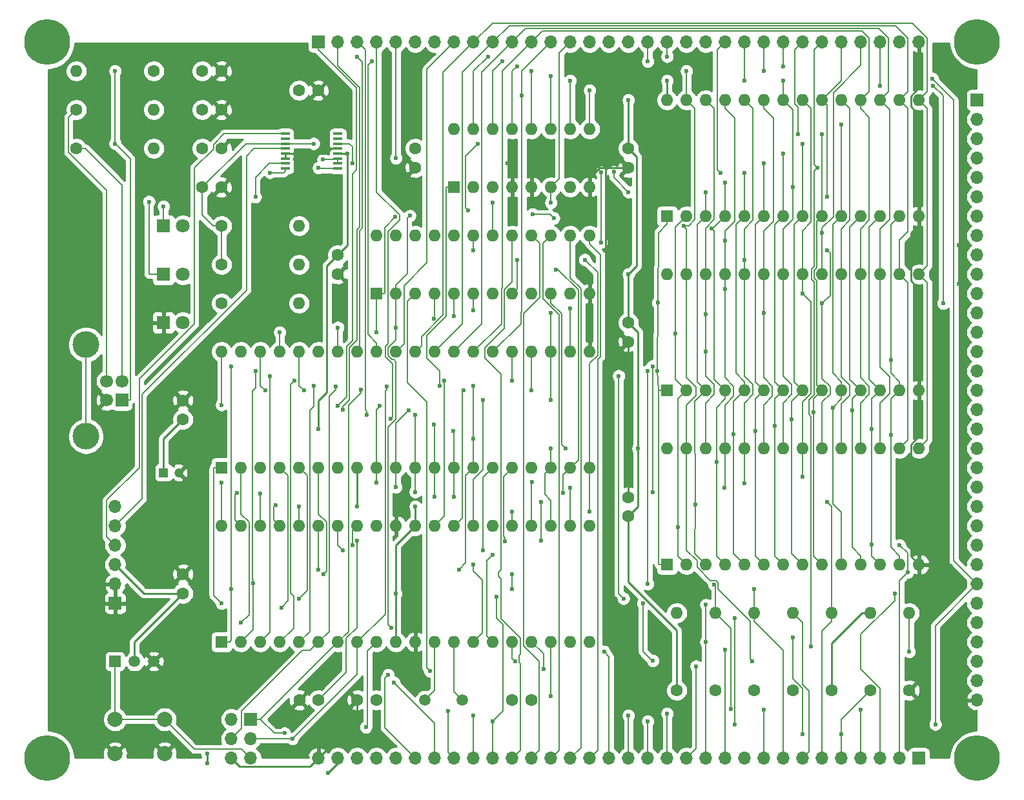
<source format=gtl>
G04 #@! TF.GenerationSoftware,KiCad,Pcbnew,(5.1.5)-3*
G04 #@! TF.CreationDate,2020-09-17T19:17:24+02:00*
G04 #@! TF.ProjectId,DB6502_proto,44423635-3032-45f7-9072-6f746f2e6b69,rev?*
G04 #@! TF.SameCoordinates,Original*
G04 #@! TF.FileFunction,Copper,L1,Top*
G04 #@! TF.FilePolarity,Positive*
%FSLAX46Y46*%
G04 Gerber Fmt 4.6, Leading zero omitted, Abs format (unit mm)*
G04 Created by KiCad (PCBNEW (5.1.5)-3) date 2020-09-17 19:17:24*
%MOMM*%
%LPD*%
G04 APERTURE LIST*
%ADD10O,1.600000X1.600000*%
%ADD11C,1.600000*%
%ADD12C,6.000000*%
%ADD13C,1.800000*%
%ADD14R,1.800000X1.800000*%
%ADD15C,1.500000*%
%ADD16R,1.200000X0.400000*%
%ADD17R,1.600000X1.600000*%
%ADD18R,1.500000X1.500000*%
%ADD19C,2.000000*%
%ADD20O,1.700000X1.700000*%
%ADD21R,1.700000X1.700000*%
%ADD22C,3.500000*%
%ADD23C,1.700000*%
%ADD24C,1.200000*%
%ADD25R,1.200000X1.200000*%
%ADD26C,0.600000*%
%ADD27C,0.152400*%
%ADD28C,0.228600*%
%ADD29C,0.254000*%
G04 APERTURE END LIST*
D10*
X57150000Y-31750000D03*
D11*
X46990000Y-31750000D03*
D12*
X43180000Y-111760000D03*
X165100000Y-111760000D03*
X165100000Y-17780000D03*
X43180000Y-17780000D03*
D10*
X76200000Y-52070000D03*
D11*
X66040000Y-52070000D03*
D13*
X60960000Y-54610000D03*
D14*
X58420000Y-54610000D03*
D15*
X92710000Y-104140000D03*
X97590000Y-104140000D03*
D16*
X81280000Y-29830000D03*
X81280000Y-30480000D03*
X81280000Y-31130000D03*
X81280000Y-31780000D03*
X81280000Y-32430000D03*
X81280000Y-33080000D03*
X81280000Y-33730000D03*
X81280000Y-34380000D03*
X74380000Y-34380000D03*
X74380000Y-33730000D03*
X74380000Y-33080000D03*
X74380000Y-32430000D03*
X74380000Y-31780000D03*
X74380000Y-31130000D03*
X74380000Y-30480000D03*
X74380000Y-29830000D03*
D10*
X86360000Y-43180000D03*
X114300000Y-50800000D03*
X88900000Y-43180000D03*
X111760000Y-50800000D03*
X91440000Y-43180000D03*
X109220000Y-50800000D03*
X93980000Y-43180000D03*
X106680000Y-50800000D03*
X96520000Y-43180000D03*
X104140000Y-50800000D03*
X99060000Y-43180000D03*
X101600000Y-50800000D03*
X101600000Y-43180000D03*
X99060000Y-50800000D03*
X104140000Y-43180000D03*
X96520000Y-50800000D03*
X106680000Y-43180000D03*
X93980000Y-50800000D03*
X109220000Y-43180000D03*
X91440000Y-50800000D03*
X111760000Y-43180000D03*
X88900000Y-50800000D03*
X114300000Y-43180000D03*
D17*
X86360000Y-50800000D03*
D10*
X124460000Y-71120000D03*
X157480000Y-86360000D03*
X127000000Y-71120000D03*
X154940000Y-86360000D03*
X129540000Y-71120000D03*
X152400000Y-86360000D03*
X132080000Y-71120000D03*
X149860000Y-86360000D03*
X134620000Y-71120000D03*
X147320000Y-86360000D03*
X137160000Y-71120000D03*
X144780000Y-86360000D03*
X139700000Y-71120000D03*
X142240000Y-86360000D03*
X142240000Y-71120000D03*
X139700000Y-86360000D03*
X144780000Y-71120000D03*
X137160000Y-86360000D03*
X147320000Y-71120000D03*
X134620000Y-86360000D03*
X149860000Y-71120000D03*
X132080000Y-86360000D03*
X152400000Y-71120000D03*
X129540000Y-86360000D03*
X154940000Y-71120000D03*
X127000000Y-86360000D03*
X157480000Y-71120000D03*
D17*
X124460000Y-86360000D03*
D10*
X96520000Y-29210000D03*
X114300000Y-36830000D03*
X99060000Y-29210000D03*
X111760000Y-36830000D03*
X101600000Y-29210000D03*
X109220000Y-36830000D03*
X104140000Y-29210000D03*
X106680000Y-36830000D03*
X106680000Y-29210000D03*
X104140000Y-36830000D03*
X109220000Y-29210000D03*
X101600000Y-36830000D03*
X111760000Y-29210000D03*
X99060000Y-36830000D03*
X114300000Y-29210000D03*
D17*
X96520000Y-36830000D03*
D10*
X124460000Y-48260000D03*
X157480000Y-63500000D03*
X127000000Y-48260000D03*
X154940000Y-63500000D03*
X129540000Y-48260000D03*
X152400000Y-63500000D03*
X132080000Y-48260000D03*
X149860000Y-63500000D03*
X134620000Y-48260000D03*
X147320000Y-63500000D03*
X137160000Y-48260000D03*
X144780000Y-63500000D03*
X139700000Y-48260000D03*
X142240000Y-63500000D03*
X142240000Y-48260000D03*
X139700000Y-63500000D03*
X144780000Y-48260000D03*
X137160000Y-63500000D03*
X147320000Y-48260000D03*
X134620000Y-63500000D03*
X149860000Y-48260000D03*
X132080000Y-63500000D03*
X152400000Y-48260000D03*
X129540000Y-63500000D03*
X154940000Y-48260000D03*
X127000000Y-63500000D03*
X157480000Y-48260000D03*
D17*
X124460000Y-63500000D03*
D10*
X66040000Y-81280000D03*
X114300000Y-96520000D03*
X68580000Y-81280000D03*
X111760000Y-96520000D03*
X71120000Y-81280000D03*
X109220000Y-96520000D03*
X73660000Y-81280000D03*
X106680000Y-96520000D03*
X76200000Y-81280000D03*
X104140000Y-96520000D03*
X78740000Y-81280000D03*
X101600000Y-96520000D03*
X81280000Y-81280000D03*
X99060000Y-96520000D03*
X83820000Y-81280000D03*
X96520000Y-96520000D03*
X86360000Y-81280000D03*
X93980000Y-96520000D03*
X88900000Y-81280000D03*
X91440000Y-96520000D03*
X91440000Y-81280000D03*
X88900000Y-96520000D03*
X93980000Y-81280000D03*
X86360000Y-96520000D03*
X96520000Y-81280000D03*
X83820000Y-96520000D03*
X99060000Y-81280000D03*
X81280000Y-96520000D03*
X101600000Y-81280000D03*
X78740000Y-96520000D03*
X104140000Y-81280000D03*
X76200000Y-96520000D03*
X106680000Y-81280000D03*
X73660000Y-96520000D03*
X109220000Y-81280000D03*
X71120000Y-96520000D03*
X111760000Y-81280000D03*
X68580000Y-96520000D03*
X114300000Y-81280000D03*
D17*
X66040000Y-96520000D03*
D10*
X124460000Y-25400000D03*
X157480000Y-40640000D03*
X127000000Y-25400000D03*
X154940000Y-40640000D03*
X129540000Y-25400000D03*
X152400000Y-40640000D03*
X132080000Y-25400000D03*
X149860000Y-40640000D03*
X134620000Y-25400000D03*
X147320000Y-40640000D03*
X137160000Y-25400000D03*
X144780000Y-40640000D03*
X139700000Y-25400000D03*
X142240000Y-40640000D03*
X142240000Y-25400000D03*
X139700000Y-40640000D03*
X144780000Y-25400000D03*
X137160000Y-40640000D03*
X147320000Y-25400000D03*
X134620000Y-40640000D03*
X149860000Y-25400000D03*
X132080000Y-40640000D03*
X152400000Y-25400000D03*
X129540000Y-40640000D03*
X154940000Y-25400000D03*
X127000000Y-40640000D03*
X157480000Y-25400000D03*
D17*
X124460000Y-40640000D03*
D10*
X66040000Y-58420000D03*
X114300000Y-73660000D03*
X68580000Y-58420000D03*
X111760000Y-73660000D03*
X71120000Y-58420000D03*
X109220000Y-73660000D03*
X73660000Y-58420000D03*
X106680000Y-73660000D03*
X76200000Y-58420000D03*
X104140000Y-73660000D03*
X78740000Y-58420000D03*
X101600000Y-73660000D03*
X81280000Y-58420000D03*
X99060000Y-73660000D03*
X83820000Y-58420000D03*
X96520000Y-73660000D03*
X86360000Y-58420000D03*
X93980000Y-73660000D03*
X88900000Y-58420000D03*
X91440000Y-73660000D03*
X91440000Y-58420000D03*
X88900000Y-73660000D03*
X93980000Y-58420000D03*
X86360000Y-73660000D03*
X96520000Y-58420000D03*
X83820000Y-73660000D03*
X99060000Y-58420000D03*
X81280000Y-73660000D03*
X101600000Y-58420000D03*
X78740000Y-73660000D03*
X104140000Y-58420000D03*
X76200000Y-73660000D03*
X106680000Y-58420000D03*
X73660000Y-73660000D03*
X109220000Y-58420000D03*
X71120000Y-73660000D03*
X111760000Y-58420000D03*
X68580000Y-73660000D03*
X114300000Y-58420000D03*
D17*
X66040000Y-73660000D03*
D18*
X52070000Y-99060000D03*
D15*
X57150000Y-99060000D03*
X54610000Y-99060000D03*
D19*
X58570000Y-106680000D03*
X58570000Y-111180000D03*
X52070000Y-106680000D03*
X52070000Y-111180000D03*
D10*
X76200000Y-46990000D03*
D11*
X66040000Y-46990000D03*
D10*
X57150000Y-26670000D03*
D11*
X46990000Y-26670000D03*
D10*
X76200000Y-41910000D03*
D11*
X66040000Y-41910000D03*
D10*
X156210000Y-92710000D03*
D11*
X156210000Y-102870000D03*
D10*
X151130000Y-92710000D03*
D11*
X151130000Y-102870000D03*
D10*
X146050000Y-92710000D03*
D11*
X146050000Y-102870000D03*
D10*
X140970000Y-92710000D03*
D11*
X140970000Y-102870000D03*
D10*
X135890000Y-92710000D03*
D11*
X135890000Y-102870000D03*
D10*
X130810000Y-92710000D03*
D11*
X130810000Y-102870000D03*
D10*
X125730000Y-92710000D03*
D11*
X125730000Y-102870000D03*
D20*
X67310000Y-111760000D03*
X69850000Y-111760000D03*
X67310000Y-109220000D03*
X69850000Y-109220000D03*
X67310000Y-106680000D03*
D21*
X69850000Y-106680000D03*
D22*
X48260000Y-57500000D03*
X48260000Y-69540000D03*
D23*
X50970000Y-64770000D03*
X50970000Y-62270000D03*
X52970000Y-62270000D03*
D21*
X52970000Y-64770000D03*
D20*
X157480000Y-17780000D03*
X154940000Y-17780000D03*
X152400000Y-17780000D03*
X149860000Y-17780000D03*
X147320000Y-17780000D03*
X144780000Y-17780000D03*
X142240000Y-17780000D03*
X139700000Y-17780000D03*
X137160000Y-17780000D03*
X134620000Y-17780000D03*
X132080000Y-17780000D03*
X129540000Y-17780000D03*
X127000000Y-17780000D03*
X124460000Y-17780000D03*
X121920000Y-17780000D03*
X119380000Y-17780000D03*
X116840000Y-17780000D03*
X114300000Y-17780000D03*
X111760000Y-17780000D03*
X109220000Y-17780000D03*
X106680000Y-17780000D03*
X104140000Y-17780000D03*
X101600000Y-17780000D03*
X99060000Y-17780000D03*
X96520000Y-17780000D03*
X93980000Y-17780000D03*
X91440000Y-17780000D03*
X88900000Y-17780000D03*
X86360000Y-17780000D03*
X83820000Y-17780000D03*
X81280000Y-17780000D03*
D21*
X78740000Y-17780000D03*
D20*
X52070000Y-78740000D03*
X52070000Y-81280000D03*
X52070000Y-83820000D03*
X52070000Y-86360000D03*
X52070000Y-88900000D03*
D21*
X52070000Y-91440000D03*
D20*
X78740000Y-111760000D03*
X81280000Y-111760000D03*
X83820000Y-111760000D03*
X86360000Y-111760000D03*
X88900000Y-111760000D03*
X91440000Y-111760000D03*
X93980000Y-111760000D03*
X96520000Y-111760000D03*
X99060000Y-111760000D03*
X101600000Y-111760000D03*
X104140000Y-111760000D03*
X106680000Y-111760000D03*
X109220000Y-111760000D03*
X111760000Y-111760000D03*
X114300000Y-111760000D03*
X116840000Y-111760000D03*
X119380000Y-111760000D03*
X121920000Y-111760000D03*
X124460000Y-111760000D03*
X127000000Y-111760000D03*
X129540000Y-111760000D03*
X132080000Y-111760000D03*
X134620000Y-111760000D03*
X137160000Y-111760000D03*
X139700000Y-111760000D03*
X142240000Y-111760000D03*
X144780000Y-111760000D03*
X147320000Y-111760000D03*
X149860000Y-111760000D03*
X152400000Y-111760000D03*
X154940000Y-111760000D03*
D21*
X157480000Y-111760000D03*
D20*
X165100000Y-104140000D03*
X165100000Y-101600000D03*
X165100000Y-99060000D03*
X165100000Y-96520000D03*
X165100000Y-93980000D03*
X165100000Y-91440000D03*
X165100000Y-88900000D03*
X165100000Y-86360000D03*
X165100000Y-83820000D03*
X165100000Y-81280000D03*
X165100000Y-78740000D03*
X165100000Y-76200000D03*
X165100000Y-73660000D03*
X165100000Y-71120000D03*
X165100000Y-68580000D03*
X165100000Y-66040000D03*
X165100000Y-63500000D03*
X165100000Y-60960000D03*
X165100000Y-58420000D03*
X165100000Y-55880000D03*
X165100000Y-53340000D03*
X165100000Y-50800000D03*
X165100000Y-48260000D03*
X165100000Y-45720000D03*
X165100000Y-43180000D03*
X165100000Y-40640000D03*
X165100000Y-38100000D03*
X165100000Y-35560000D03*
X165100000Y-33020000D03*
X165100000Y-30480000D03*
X165100000Y-27940000D03*
D21*
X165100000Y-25400000D03*
D10*
X46990000Y-21590000D03*
D11*
X57150000Y-21590000D03*
D13*
X60960000Y-48260000D03*
D14*
X58420000Y-48260000D03*
D13*
X60960000Y-41910000D03*
D14*
X58420000Y-41910000D03*
D11*
X66000000Y-26670000D03*
X63500000Y-26670000D03*
X66000000Y-36830000D03*
X63500000Y-36830000D03*
X66000000Y-21590000D03*
X63500000Y-21590000D03*
X66000000Y-31750000D03*
X63500000Y-31750000D03*
X91440000Y-34250000D03*
X91440000Y-31750000D03*
X78700000Y-24130000D03*
X76200000Y-24130000D03*
X81280000Y-48220000D03*
X81280000Y-45720000D03*
X119380000Y-77510000D03*
X119380000Y-80010000D03*
X119380000Y-34250000D03*
X119380000Y-31750000D03*
X60960000Y-87630000D03*
X60960000Y-90130000D03*
X60960000Y-64810000D03*
X60960000Y-67310000D03*
X119380000Y-57110000D03*
X119380000Y-54610000D03*
D24*
X60420000Y-74295000D03*
D25*
X58420000Y-74295000D03*
D11*
X78740000Y-104140000D03*
X76240000Y-104140000D03*
X86320000Y-104140000D03*
X83820000Y-104140000D03*
X104140000Y-104140000D03*
X106640000Y-104140000D03*
D26*
X91440000Y-102870000D03*
X81280000Y-99060000D03*
X103505000Y-33655000D03*
X162687000Y-44450000D03*
X162687000Y-49530000D03*
X83820000Y-83185000D03*
X120650000Y-71120000D03*
X119380000Y-48260000D03*
X82550000Y-32385000D03*
X91440000Y-78740000D03*
X83820000Y-78740000D03*
X78740000Y-68580000D03*
X124460000Y-22860000D03*
X119380000Y-25400000D03*
X88900000Y-90170000D03*
X80010000Y-113665000D03*
X64135000Y-112395000D03*
X64135000Y-111125000D03*
X52070000Y-21590000D03*
X52070000Y-31115000D03*
X78105000Y-31115000D03*
X79348535Y-33205000D03*
X58420000Y-39370000D03*
X83185000Y-33655000D03*
X70485000Y-38100000D03*
X56515000Y-38735000D03*
X127000000Y-21590000D03*
X137160000Y-21590000D03*
X135636000Y-99060000D03*
X126685563Y-41898979D03*
X109601000Y-40894000D03*
X106807000Y-40386000D03*
X139700000Y-22860000D03*
X134620000Y-22860000D03*
X140970000Y-36830000D03*
X132080000Y-97536000D03*
X73660000Y-55880000D03*
X86360000Y-55880000D03*
X144145000Y-34290000D03*
X143289001Y-97136001D03*
X88828584Y-40711416D03*
X81280000Y-55245000D03*
X88900000Y-55245000D03*
X141605000Y-29845000D03*
X99635001Y-31115000D03*
X129540000Y-96520000D03*
X129540000Y-91620023D03*
X88265000Y-94615000D03*
X98345117Y-39835990D03*
X90733584Y-40568584D03*
X159639000Y-107315000D03*
X159258000Y-22606000D03*
X139700000Y-20955000D03*
X133350000Y-93345000D03*
X133350000Y-107315000D03*
X66040000Y-65405000D03*
X118110000Y-61595000D03*
X118745000Y-90805000D03*
X107950000Y-78105000D03*
X107950000Y-83185000D03*
X154940000Y-83820000D03*
X155990001Y-87410001D03*
X75325002Y-109220000D03*
X105410000Y-24765000D03*
X87665747Y-62949990D03*
X74295000Y-108495000D03*
X84319991Y-63387172D03*
X81033916Y-62949990D03*
X87884000Y-100838000D03*
X78105000Y-62865000D03*
X88646000Y-101854000D03*
X75565000Y-62230000D03*
X153814999Y-69359999D03*
X95758000Y-105537000D03*
X153814999Y-59545001D03*
X72390000Y-61595000D03*
X151274999Y-68562001D03*
X99060000Y-106172000D03*
X85725000Y-20320000D03*
X70180011Y-88836268D03*
X70485000Y-60960000D03*
X151274999Y-83735012D03*
X148734999Y-66149001D03*
X101600000Y-106934000D03*
X67310000Y-89535000D03*
X83820000Y-19685000D03*
X102099991Y-90569032D03*
X67310000Y-60325000D03*
X104140000Y-62230000D03*
X95250000Y-62230000D03*
X93863594Y-54088584D03*
X123190000Y-60960000D03*
X123261485Y-52014485D03*
X96520000Y-53721000D03*
X106680000Y-63500000D03*
X97790000Y-63500000D03*
X129540000Y-58420000D03*
X129540000Y-53467000D03*
X99060000Y-52959000D03*
X100330000Y-64770000D03*
X109220000Y-64770000D03*
X109220000Y-53340000D03*
X125585001Y-56024999D03*
X111760000Y-52705000D03*
X125874999Y-81424999D03*
X137160000Y-53340000D03*
X104140000Y-79375000D03*
X114300000Y-79375000D03*
X113665000Y-46355000D03*
X104775000Y-46355000D03*
X142240000Y-50800000D03*
X142240000Y-74803000D03*
X106751409Y-75493591D03*
X110820011Y-76923086D03*
X109855000Y-47625000D03*
X134620000Y-75692000D03*
X134620000Y-46355000D03*
X111125000Y-71120000D03*
X109220000Y-71120000D03*
X132080000Y-43815000D03*
X132080000Y-50165000D03*
X111760000Y-76242000D03*
X131953000Y-76284990D03*
X129540000Y-37465000D03*
X128143000Y-78486000D03*
X83227000Y-83820000D03*
X119380000Y-37465000D03*
X103200011Y-83273086D03*
X117462748Y-34825010D03*
X132080000Y-36195000D03*
X130954999Y-72935000D03*
X81915000Y-84455000D03*
X100330000Y-84455000D03*
X130321287Y-42248990D03*
X115843990Y-44070098D03*
X115843990Y-34914046D03*
X134620000Y-34925000D03*
X133205001Y-69232999D03*
X78740000Y-86995000D03*
X97155000Y-86995000D03*
X99060000Y-69850000D03*
X99060000Y-62865000D03*
X94615000Y-62865000D03*
X137160000Y-33655000D03*
X136034999Y-68816001D03*
X88900000Y-33020000D03*
X76200000Y-78740000D03*
X96520000Y-77470000D03*
X96418502Y-68845020D03*
X139700000Y-32385000D03*
X138574999Y-68181001D03*
X93980000Y-77470000D03*
X73109990Y-78571502D03*
X88183042Y-67228042D03*
X93908584Y-68016416D03*
X142240000Y-31115000D03*
X140825001Y-67327999D03*
X71120000Y-77015000D03*
X91440000Y-76835000D03*
X85090000Y-66675000D03*
X91440000Y-66675000D03*
X144780000Y-29845000D03*
X143654999Y-66403001D03*
X88900000Y-76200000D03*
X68029990Y-76969834D03*
X90558916Y-66124990D03*
X81915000Y-66040000D03*
X147320000Y-28575000D03*
X146194999Y-65756371D03*
X86360000Y-75565000D03*
X66040000Y-75565000D03*
X86748916Y-65489990D03*
X81280000Y-65489998D03*
X116205000Y-97790000D03*
X109220000Y-103632000D03*
X119380000Y-106172000D03*
X121920000Y-106934000D03*
X108240011Y-100076000D03*
X124460000Y-105918000D03*
X104509980Y-99094487D03*
X128270000Y-99695000D03*
X93345000Y-100330000D03*
X156210000Y-97790000D03*
X137160000Y-105410000D03*
X132799998Y-105325002D03*
X71755000Y-63500000D03*
X121920000Y-60960000D03*
X121920000Y-88900000D03*
X130613888Y-88984990D03*
X79375000Y-87630000D03*
X104140000Y-87630000D03*
X104140000Y-89535000D03*
X135890000Y-89535000D03*
X73856112Y-91990010D03*
X76835000Y-63500000D03*
X122555000Y-60325000D03*
X122555000Y-76835000D03*
X145415000Y-78105000D03*
X68580000Y-93980000D03*
X140970000Y-95885000D03*
X142240000Y-108585000D03*
X147320000Y-108585000D03*
X149860000Y-105410000D03*
X121285000Y-91440000D03*
X66040000Y-91440000D03*
X122590747Y-98975010D03*
X154305000Y-90170000D03*
X76200000Y-90805000D03*
X84963000Y-107696000D03*
X101600000Y-85090000D03*
X99060000Y-86360000D03*
X144780000Y-52070000D03*
X160655000Y-52070000D03*
X159359413Y-23520587D03*
X152400000Y-23495000D03*
X99060000Y-45085000D03*
X145415000Y-45085000D03*
X144780000Y-42799000D03*
X145415000Y-38100000D03*
X131445000Y-34925000D03*
X114300000Y-24130000D03*
X111760000Y-22860000D03*
X109220000Y-22225000D03*
X124460000Y-19685000D03*
X106680000Y-21590000D03*
X121920000Y-20320000D03*
X104775000Y-20955000D03*
X102870000Y-20320000D03*
X100965000Y-19685000D03*
X101600000Y-38862000D03*
X109220000Y-38862000D03*
X78740000Y-34290000D03*
X72390000Y-34925000D03*
D27*
X96520000Y-103070000D02*
X97590000Y-104140000D01*
X96520000Y-96520000D02*
X96520000Y-103070000D01*
X97590000Y-104140000D02*
X97790000Y-104140000D01*
D28*
X74380000Y-33080000D02*
X74380000Y-32430000D01*
X80454998Y-31780000D02*
X81280000Y-31780000D01*
X79804998Y-32430000D02*
X80454998Y-31780000D01*
X74380000Y-32430000D02*
X79804998Y-32430000D01*
X83820000Y-106680000D02*
X78740000Y-111760000D01*
X83820000Y-104140000D02*
X83820000Y-106680000D01*
X156404999Y-42846371D02*
X156404999Y-49089999D01*
X157480000Y-41771370D02*
X156404999Y-42846371D01*
X157480000Y-40640000D02*
X157480000Y-41771370D01*
X157480000Y-50165000D02*
X157480000Y-63500000D01*
X156404999Y-49089999D02*
X157480000Y-50165000D01*
X156404999Y-24883999D02*
X156404999Y-26229999D01*
X157480000Y-17780000D02*
X157480000Y-23808998D01*
X157480000Y-23808998D02*
X156404999Y-24883999D01*
X157480000Y-27305000D02*
X157480000Y-40640000D01*
X156404999Y-26229999D02*
X157480000Y-27305000D01*
X156404999Y-85284999D02*
X157480000Y-86360000D01*
X156404999Y-70603999D02*
X156404999Y-85284999D01*
X157480000Y-69528998D02*
X156404999Y-70603999D01*
X157480000Y-63500000D02*
X157480000Y-69528998D01*
X91440000Y-96520000D02*
X91440000Y-102870000D01*
X76240000Y-104140000D02*
X81280000Y-99100000D01*
X81280000Y-99100000D02*
X81280000Y-99060000D01*
X104140000Y-34290000D02*
X103505000Y-33655000D01*
X104140000Y-36830000D02*
X104140000Y-34290000D01*
X119380000Y-57110000D02*
X119380000Y-77510000D01*
X116419000Y-34250000D02*
X119380000Y-34250000D01*
X116419000Y-54149000D02*
X119380000Y-57110000D01*
X116419000Y-34250000D02*
X116419000Y-54149000D01*
X114300000Y-36830000D02*
X114300000Y-35607766D01*
X115657766Y-34250000D02*
X116419000Y-34250000D01*
X114300000Y-35607766D02*
X115657766Y-34250000D01*
X77614999Y-112885001D02*
X78740000Y-111760000D01*
X68435001Y-112885001D02*
X77614999Y-112885001D01*
X67310000Y-111760000D02*
X68435001Y-112885001D01*
X162687000Y-44450000D02*
X162687000Y-49530000D01*
D27*
X93980000Y-102870000D02*
X92710000Y-104140000D01*
X93980000Y-96520000D02*
X93980000Y-102870000D01*
X83820000Y-94616410D02*
X83820000Y-83185000D01*
X82405001Y-96031409D02*
X83820000Y-94616410D01*
X78740000Y-104140000D02*
X82405001Y-100474999D01*
X82405001Y-100474999D02*
X82405001Y-96031409D01*
D28*
X146050000Y-96658630D02*
X146050000Y-102870000D01*
X149998630Y-92710000D02*
X146050000Y-96658630D01*
X151130000Y-92710000D02*
X149998630Y-92710000D01*
X119380000Y-80010000D02*
X120650000Y-78740000D01*
X120650000Y-78740000D02*
X120650000Y-71120000D01*
X119380000Y-54610000D02*
X119380000Y-48260000D01*
X54610000Y-96480000D02*
X60960000Y-90130000D01*
X54610000Y-99060000D02*
X54610000Y-96480000D01*
X55840000Y-90130000D02*
X52070000Y-86360000D01*
X60960000Y-90130000D02*
X55840000Y-90130000D01*
X119380000Y-31750000D02*
X119380000Y-25400000D01*
X81280000Y-32430000D02*
X82505000Y-32430000D01*
X82505000Y-32430000D02*
X82550000Y-32385000D01*
X88900000Y-83820000D02*
X91440000Y-81280000D01*
X88900000Y-96520000D02*
X88900000Y-83820000D01*
X91440000Y-81280000D02*
X91440000Y-78740000D01*
X83820000Y-78740000D02*
X83820000Y-73660000D01*
X81280000Y-111760000D02*
X80553002Y-111760000D01*
X120455001Y-32825001D02*
X119380000Y-31750000D01*
X120455001Y-47184999D02*
X120455001Y-32825001D01*
X119380000Y-48260000D02*
X120455001Y-47184999D01*
X82550000Y-44450000D02*
X82550000Y-32385000D01*
X81280000Y-45720000D02*
X82550000Y-44450000D01*
X124460000Y-22860000D02*
X124460000Y-25400000D01*
X120650000Y-55880000D02*
X119380000Y-54610000D01*
X120650000Y-71120000D02*
X120650000Y-55880000D01*
X78740000Y-64874655D02*
X78740000Y-68580000D01*
X81280000Y-45720000D02*
X79860999Y-47139001D01*
X79860999Y-47139001D02*
X79860999Y-63753656D01*
X79860999Y-63753656D02*
X78740000Y-64874655D01*
X119380000Y-88683998D02*
X119380000Y-80010000D01*
X125730000Y-102870000D02*
X125730000Y-95033998D01*
X125730000Y-95033998D02*
X119380000Y-88683998D01*
X81280000Y-111760000D02*
X81280000Y-112395000D01*
X81280000Y-112395000D02*
X80010000Y-113665000D01*
X64135000Y-112395000D02*
X64135000Y-111125000D01*
X58420000Y-69850000D02*
X60960000Y-67310000D01*
X58420000Y-74295000D02*
X58420000Y-69850000D01*
D27*
X52070000Y-21590000D02*
X52070000Y-31115000D01*
X52369999Y-31414999D02*
X52070000Y-31115000D01*
X54048601Y-33093601D02*
X52369999Y-31414999D01*
X54048601Y-64693799D02*
X54048601Y-33093601D01*
X53972400Y-64770000D02*
X54048601Y-64693799D01*
X52970000Y-64770000D02*
X53972400Y-64770000D01*
X46190001Y-27469999D02*
X46990000Y-26670000D01*
X45961399Y-27698601D02*
X46190001Y-27469999D01*
X45961399Y-32243729D02*
X45961399Y-27698601D01*
X50970000Y-37252330D02*
X45961399Y-32243729D01*
X50970000Y-62270000D02*
X50970000Y-37252330D01*
X74380000Y-31130000D02*
X78090000Y-31130000D01*
X78090000Y-31130000D02*
X78105000Y-31115000D01*
X81155000Y-33205000D02*
X81280000Y-33080000D01*
X79348535Y-33205000D02*
X81155000Y-33205000D01*
X81280000Y-33080000D02*
X81280000Y-33730000D01*
X69200000Y-31130000D02*
X74380000Y-31130000D01*
X63500000Y-36830000D02*
X69200000Y-31130000D01*
X63500000Y-40501370D02*
X63500000Y-36830000D01*
X64908630Y-41910000D02*
X63500000Y-40501370D01*
X66040000Y-41910000D02*
X64908630Y-41910000D01*
X66040000Y-41910000D02*
X66040000Y-46990000D01*
X52970000Y-36598630D02*
X52970000Y-61067919D01*
X52970000Y-61067919D02*
X52970000Y-62270000D01*
X48121370Y-31750000D02*
X52970000Y-36598630D01*
X46990000Y-31750000D02*
X48121370Y-31750000D01*
X58420000Y-41910000D02*
X58420000Y-39370000D01*
X82811380Y-31130000D02*
X81280000Y-31130000D01*
X83185000Y-31503620D02*
X82811380Y-31130000D01*
X83185000Y-33655000D02*
X83185000Y-31503620D01*
X74380000Y-33730000D02*
X72315000Y-33730000D01*
X72315000Y-33730000D02*
X70485000Y-35560000D01*
X70485000Y-35560000D02*
X70485000Y-38100000D01*
X56515000Y-48260000D02*
X58420000Y-48260000D01*
X56515000Y-38735000D02*
X56515000Y-48260000D01*
X127000000Y-25400000D02*
X127000000Y-21590000D01*
X137160000Y-21590000D02*
X137160000Y-17780000D01*
X127000000Y-65403590D02*
X127000000Y-71120000D01*
X128270000Y-64133590D02*
X127000000Y-65403590D01*
X128270000Y-63104998D02*
X128270000Y-64133590D01*
X127000000Y-61834998D02*
X128270000Y-63104998D01*
X127000000Y-48260000D02*
X127000000Y-61834998D01*
X130877890Y-88434988D02*
X130125664Y-88434988D01*
X128414999Y-86724323D02*
X128414999Y-85871409D01*
X127000000Y-84456410D02*
X127000000Y-71120000D01*
X128414999Y-85871409D02*
X127000000Y-84456410D01*
X131163890Y-89594873D02*
X131163890Y-88720988D01*
X135336001Y-98760001D02*
X135336001Y-93766984D01*
X135336001Y-93766984D02*
X131163890Y-89594873D01*
X131163890Y-88720988D02*
X130877890Y-88434988D01*
X130125664Y-88434988D02*
X128414999Y-86724323D01*
X135636000Y-99060000D02*
X135336001Y-98760001D01*
X127306582Y-41898979D02*
X126685563Y-41898979D01*
X127000000Y-48260000D02*
X127000000Y-42305002D01*
X128125001Y-41080560D02*
X127306582Y-41898979D01*
X126685563Y-41990565D02*
X126685563Y-41898979D01*
X128125001Y-26525001D02*
X128125001Y-41080560D01*
X127000000Y-25400000D02*
X128125001Y-26525001D01*
X127000000Y-42305002D02*
X126685563Y-41990565D01*
X109601000Y-40894000D02*
X109093000Y-40386000D01*
X109093000Y-40386000D02*
X106807000Y-40386000D01*
X139700000Y-61596410D02*
X139700000Y-48260000D01*
X140825001Y-62721411D02*
X139700000Y-61596410D01*
X140825001Y-64040001D02*
X140825001Y-62721411D01*
X139700000Y-65165002D02*
X140825001Y-64040001D01*
X139700000Y-71120000D02*
X139700000Y-65165002D01*
X140970000Y-26670000D02*
X139700000Y-25400000D01*
X139700000Y-42305002D02*
X140970000Y-41035002D01*
X139700000Y-48260000D02*
X139700000Y-42305002D01*
X139700000Y-25400000D02*
X139700000Y-22860000D01*
X134620000Y-22860000D02*
X134620000Y-17780000D01*
X140970000Y-41035002D02*
X140970000Y-36830000D01*
X140970000Y-36830000D02*
X140970000Y-26670000D01*
X132080000Y-97536000D02*
X132080000Y-111760000D01*
X73660000Y-58420000D02*
X73660000Y-55880000D01*
X86360000Y-55880000D02*
X86360000Y-50800000D01*
X143729999Y-18830001D02*
X144780000Y-17780000D01*
X143729999Y-33874999D02*
X143729999Y-18830001D01*
X144145000Y-34290000D02*
X143729999Y-33874999D01*
X143379988Y-48908980D02*
X143729999Y-49258991D01*
X143729999Y-34705001D02*
X143729999Y-47261009D01*
X144145000Y-34290000D02*
X143729999Y-34705001D01*
X143044989Y-66667002D02*
X143304989Y-66927002D01*
X143729999Y-47261009D02*
X143379988Y-47611020D01*
X143379988Y-47611020D02*
X143379988Y-48908980D01*
X143729999Y-64055013D02*
X143044989Y-64740023D01*
X143044989Y-64740023D02*
X143044989Y-66667002D01*
X143729999Y-49258991D02*
X143729999Y-64055013D01*
X143304989Y-66927002D02*
X143304989Y-97120013D01*
X143304989Y-97120013D02*
X143289001Y-97136001D01*
X87410001Y-42129999D02*
X88828584Y-40711416D01*
X87410001Y-50749999D02*
X87410001Y-42129999D01*
X86360000Y-50800000D02*
X87360000Y-50800000D01*
X87360000Y-50800000D02*
X87410001Y-50749999D01*
X81280000Y-58420000D02*
X81280000Y-55245000D01*
X88900000Y-55245000D02*
X88900000Y-50800000D01*
X141189999Y-25904001D02*
X141605000Y-26319002D01*
X142240000Y-17780000D02*
X141189999Y-18830001D01*
X141605000Y-26319002D02*
X141605000Y-29845000D01*
X141189999Y-18830001D02*
X141189999Y-25904001D01*
X129540000Y-96520000D02*
X129540000Y-111760000D01*
X129540000Y-96520000D02*
X129540000Y-91620023D01*
X88900000Y-55245000D02*
X88900000Y-56865998D01*
X88615011Y-59470001D02*
X88900000Y-59754990D01*
X88900000Y-59754990D02*
X88900000Y-67288916D01*
X87849999Y-94199999D02*
X88265000Y-94615000D01*
X87849999Y-68338917D02*
X87849999Y-94199999D01*
X88900000Y-56865998D02*
X87849999Y-57915999D01*
X88395999Y-59470001D02*
X88615011Y-59470001D01*
X88900000Y-67288916D02*
X87849999Y-68338917D01*
X87849999Y-58924001D02*
X88395999Y-59470001D01*
X87849999Y-57915999D02*
X87849999Y-58924001D01*
X99635001Y-31115000D02*
X98009999Y-32740002D01*
X88900000Y-49668630D02*
X90389999Y-48178631D01*
X90389999Y-40912169D02*
X90733584Y-40568584D01*
X98009999Y-32740002D02*
X98009999Y-39500872D01*
X98009999Y-39500872D02*
X98345117Y-39835990D01*
X90389999Y-48178631D02*
X90389999Y-40912169D01*
X88900000Y-50800000D02*
X88900000Y-49668630D01*
X165100000Y-88900000D02*
X159639000Y-94361000D01*
X159639000Y-94361000D02*
X159639000Y-107315000D01*
X162052000Y-85852000D02*
X162052000Y-25400000D01*
X162052000Y-25400000D02*
X159258000Y-22606000D01*
X139700000Y-17780000D02*
X139700000Y-20955000D01*
X133350000Y-93345000D02*
X133350000Y-107315000D01*
X66040000Y-58420000D02*
X66040000Y-65405000D01*
X118110000Y-90170000D02*
X118745000Y-90805000D01*
X118110000Y-61595000D02*
X118110000Y-90170000D01*
X162052000Y-85852000D02*
X165100000Y-88900000D01*
X107950000Y-78105000D02*
X107950000Y-83185000D01*
X155990001Y-84870001D02*
X154940000Y-83820000D01*
X155990001Y-87410001D02*
X155990001Y-84870001D01*
X154940000Y-111760000D02*
X154940000Y-88460002D01*
X154940000Y-88460002D02*
X155990001Y-87410001D01*
X147320000Y-61732220D02*
X147320000Y-48260000D01*
X148445001Y-62857221D02*
X147320000Y-61732220D01*
X148445001Y-64142779D02*
X148445001Y-62857221D01*
X147320000Y-65267780D02*
X148445001Y-64142779D01*
X147320000Y-71120000D02*
X147320000Y-65267780D01*
X148445001Y-26525001D02*
X147320000Y-25400000D01*
X148445001Y-41180001D02*
X148445001Y-26525001D01*
X147320000Y-42305002D02*
X148445001Y-41180001D01*
X147320000Y-48260000D02*
X147320000Y-42305002D01*
X83820000Y-100725002D02*
X83820000Y-96520000D01*
X75325002Y-109220000D02*
X83820000Y-100725002D01*
X69850000Y-109220000D02*
X75325002Y-109220000D01*
X105410000Y-53129012D02*
X105410000Y-21590000D01*
X105279989Y-53259023D02*
X105410000Y-53129012D01*
X105410000Y-21590000D02*
X109220000Y-17780000D01*
X101600000Y-58420000D02*
X105279989Y-54740011D01*
X105279989Y-54740011D02*
X105279989Y-53259023D01*
X83820000Y-96520000D02*
X87499988Y-92840012D01*
X87499988Y-63540013D02*
X87665747Y-63374254D01*
X87665747Y-63374254D02*
X87665747Y-62949990D01*
X87499988Y-92840012D02*
X87499988Y-63540013D01*
X149860000Y-42305002D02*
X149860000Y-48260000D01*
X150985001Y-27656371D02*
X150985001Y-41180001D01*
X150985001Y-41180001D02*
X149860000Y-42305002D01*
X149860000Y-26531370D02*
X150985001Y-27656371D01*
X149860000Y-25400000D02*
X149860000Y-26531370D01*
X149860000Y-65165002D02*
X149860000Y-71120000D01*
X150985001Y-64040001D02*
X149860000Y-65165002D01*
X150985001Y-62959999D02*
X150985001Y-64040001D01*
X149860000Y-61834998D02*
X150985001Y-62959999D01*
X149860000Y-48260000D02*
X149860000Y-61834998D01*
X71120000Y-106680000D02*
X81280000Y-96520000D01*
X69850000Y-106680000D02*
X71120000Y-106680000D01*
X72935000Y-108495000D02*
X71120000Y-106680000D01*
X74295000Y-108495000D02*
X72935000Y-108495000D01*
X150960001Y-24299999D02*
X149860000Y-25400000D01*
X150960001Y-17251999D02*
X150960001Y-24299999D01*
X150037991Y-16329989D02*
X150960001Y-17251999D01*
X108130011Y-16329989D02*
X150037991Y-16329989D01*
X106680000Y-17780000D02*
X108130011Y-16329989D01*
X102870000Y-21590000D02*
X106680000Y-17780000D01*
X99060000Y-58420000D02*
X102739988Y-54740012D01*
X102739988Y-50151020D02*
X102870000Y-50021008D01*
X102870000Y-50021008D02*
X102870000Y-21590000D01*
X102739988Y-54740012D02*
X102739988Y-50151020D01*
X82677000Y-95123000D02*
X82677000Y-65454427D01*
X84319991Y-63811436D02*
X84319991Y-63387172D01*
X82677000Y-65454427D02*
X84319991Y-63811436D01*
X81280000Y-96520000D02*
X82677000Y-95123000D01*
X152400000Y-60465040D02*
X152400000Y-48260000D01*
X153670000Y-61735040D02*
X152400000Y-60465040D01*
X153670000Y-63895002D02*
X153670000Y-61735040D01*
X152400000Y-65165002D02*
X153670000Y-63895002D01*
X152400000Y-71120000D02*
X152400000Y-65165002D01*
X153670000Y-26670000D02*
X152400000Y-25400000D01*
X153670000Y-41035002D02*
X153670000Y-26670000D01*
X152400000Y-42305002D02*
X153670000Y-41035002D01*
X152400000Y-48260000D02*
X152400000Y-42305002D01*
X77614999Y-97645001D02*
X78740000Y-96520000D01*
X76599997Y-97645001D02*
X77614999Y-97645001D01*
X68674999Y-105569999D02*
X76599997Y-97645001D01*
X68674999Y-107855001D02*
X68674999Y-105569999D01*
X67310000Y-109220000D02*
X68674999Y-107855001D01*
X105940021Y-15979979D02*
X104140000Y-17780000D01*
X152227981Y-15979979D02*
X105940021Y-15979979D01*
X153500001Y-17251999D02*
X152227981Y-15979979D01*
X153500001Y-24299999D02*
X153500001Y-17251999D01*
X152400000Y-25400000D02*
X153500001Y-24299999D01*
X100185001Y-54754999D02*
X96520000Y-58420000D01*
X104140000Y-17780000D02*
X100185001Y-21734999D01*
X100185001Y-21734999D02*
X100185001Y-54754999D01*
X78740000Y-96520000D02*
X80140012Y-95119988D01*
X80137000Y-64271170D02*
X81033916Y-63374254D01*
X81033916Y-63374254D02*
X81033916Y-62949990D01*
X80137000Y-80628008D02*
X80137000Y-64271170D01*
X80140012Y-80631020D02*
X80137000Y-80628008D01*
X80140012Y-95119988D02*
X80140012Y-80631020D01*
X156065001Y-49385001D02*
X156065001Y-69994999D01*
X156065001Y-69994999D02*
X154940000Y-71120000D01*
X154940000Y-48260000D02*
X156065001Y-49385001D01*
X87484001Y-107804001D02*
X91440000Y-111760000D01*
X87484001Y-101237999D02*
X87484001Y-107804001D01*
X87884000Y-100838000D02*
X87484001Y-101237999D01*
X156040001Y-24299999D02*
X154940000Y-25400000D01*
X156040001Y-17251999D02*
X156040001Y-24299999D01*
X154417971Y-15629969D02*
X156040001Y-17251999D01*
X103750031Y-15629969D02*
X154417971Y-15629969D01*
X101600000Y-17780000D02*
X103750031Y-15629969D01*
X154940000Y-25400000D02*
X156065001Y-26525001D01*
X156065001Y-42656024D02*
X154940000Y-43781025D01*
X154940000Y-43781025D02*
X154940000Y-48260000D01*
X156065001Y-26525001D02*
X156065001Y-42656024D01*
X93980000Y-58420000D02*
X97645001Y-54754999D01*
X97645001Y-21734999D02*
X101600000Y-17780000D01*
X97645001Y-54754999D02*
X97645001Y-21734999D01*
X76200000Y-96520000D02*
X77600012Y-95119988D01*
X77600012Y-95119988D02*
X77600011Y-66086275D01*
X78105000Y-65581286D02*
X77600011Y-66086275D01*
X78105000Y-62865000D02*
X78105000Y-65581286D01*
X158605001Y-49385001D02*
X157480000Y-48260000D01*
X158605001Y-69994999D02*
X158605001Y-49385001D01*
X157480000Y-71120000D02*
X158605001Y-69994999D01*
X158605001Y-26525001D02*
X157480000Y-25400000D01*
X158605001Y-47134999D02*
X158605001Y-26525001D01*
X157480000Y-48260000D02*
X158605001Y-47134999D01*
X93980000Y-111760000D02*
X93980000Y-107188000D01*
X93980000Y-107188000D02*
X88646000Y-101854000D01*
X101560041Y-15279959D02*
X99060000Y-17780000D01*
X158580001Y-17251999D02*
X156607961Y-15279959D01*
X156607961Y-15279959D02*
X101560041Y-15279959D01*
X158580001Y-24299999D02*
X158580001Y-17251999D01*
X157480000Y-25400000D02*
X158580001Y-24299999D01*
X75480001Y-94699999D02*
X75480001Y-90540999D01*
X73660000Y-96520000D02*
X75480001Y-94699999D01*
X75057000Y-64993264D02*
X75057000Y-62738000D01*
X75060012Y-90121010D02*
X75060012Y-64996276D01*
X75480001Y-90540999D02*
X75060012Y-90121010D01*
X75060012Y-64996276D02*
X75057000Y-64993264D01*
X75057000Y-62738000D02*
X75565000Y-62230000D01*
X95105001Y-53625009D02*
X92239999Y-56490011D01*
X99060000Y-17780000D02*
X95105001Y-21734999D01*
X95105001Y-21734999D02*
X95105001Y-53625009D01*
X92239999Y-56490011D02*
X92239999Y-57620001D01*
X92239999Y-57620001D02*
X91440000Y-58420000D01*
X153814999Y-64625001D02*
X154940000Y-63500000D01*
X154940000Y-85228630D02*
X153814999Y-84103629D01*
X154940000Y-86360000D02*
X154940000Y-85228630D01*
X153814999Y-41765001D02*
X154940000Y-40640000D01*
X153814999Y-61243629D02*
X153814999Y-59545001D01*
X154940000Y-62368630D02*
X153814999Y-61243629D01*
X154940000Y-63500000D02*
X154940000Y-62368630D01*
X153814999Y-84103629D02*
X153814999Y-69359999D01*
X153814999Y-69359999D02*
X153814999Y-64625001D01*
X95758000Y-110998000D02*
X96520000Y-111760000D01*
X95758000Y-105537000D02*
X95758000Y-110998000D01*
X153814999Y-59545001D02*
X153814999Y-41765001D01*
X72390000Y-95250000D02*
X72390000Y-61595000D01*
X71120000Y-96520000D02*
X72390000Y-95250000D01*
X89950001Y-57369999D02*
X89950001Y-49749999D01*
X88900000Y-58420000D02*
X89950001Y-57369999D01*
X92929999Y-21370001D02*
X96520000Y-17780000D01*
X92929999Y-46770001D02*
X92929999Y-21370001D01*
X89950001Y-49749999D02*
X92929999Y-46770001D01*
X150985001Y-62085001D02*
X152400000Y-63500000D01*
X150985001Y-42054999D02*
X150985001Y-62085001D01*
X152400000Y-40640000D02*
X150985001Y-42054999D01*
X152400000Y-63500000D02*
X151274999Y-64625001D01*
X151274999Y-64625001D02*
X151274999Y-68562001D01*
X99060000Y-106172000D02*
X99060000Y-111760000D01*
X70180011Y-94919989D02*
X70180011Y-88836268D01*
X68580000Y-96520000D02*
X70180011Y-94919989D01*
X70180011Y-88412004D02*
X70180011Y-88836268D01*
X70053228Y-88285221D02*
X70180011Y-88412004D01*
X70053228Y-63619492D02*
X70053228Y-88285221D01*
X70485000Y-63187720D02*
X70053228Y-63619492D01*
X70485000Y-60960000D02*
X70485000Y-63187720D01*
X151274999Y-85234999D02*
X151274999Y-83735012D01*
X152400000Y-86360000D02*
X151274999Y-85234999D01*
X151274999Y-68562001D02*
X151274999Y-83735012D01*
X85725000Y-20320000D02*
X85234999Y-20810001D01*
X86360000Y-57288630D02*
X86360000Y-58420000D01*
X85234999Y-56163629D02*
X86360000Y-57288630D01*
X85234999Y-20810001D02*
X85234999Y-56163629D01*
X148734999Y-64625001D02*
X149860000Y-63500000D01*
X149860000Y-85228630D02*
X148734999Y-84103629D01*
X149860000Y-86360000D02*
X149860000Y-85228630D01*
X148445001Y-42054999D02*
X149860000Y-40640000D01*
X148445001Y-62085001D02*
X148445001Y-42054999D01*
X149860000Y-63500000D02*
X148445001Y-62085001D01*
X148734999Y-84103629D02*
X148734999Y-66149001D01*
X148734999Y-66149001D02*
X148734999Y-64625001D01*
X67310000Y-96300000D02*
X67310000Y-89535000D01*
X66040000Y-96520000D02*
X67090000Y-96520000D01*
X67090000Y-96520000D02*
X67310000Y-96300000D01*
X101600000Y-106934000D02*
X101600000Y-111760000D01*
X102930999Y-105603001D02*
X102930999Y-94251987D01*
X102930999Y-94251987D02*
X102099991Y-93420979D01*
X101600000Y-106934000D02*
X102930999Y-105603001D01*
X102099991Y-93420979D02*
X102099991Y-90569032D01*
X67310000Y-89535000D02*
X67310000Y-60325000D01*
X84170011Y-58069989D02*
X83820000Y-58420000D01*
X84520021Y-42199959D02*
X84170011Y-42549969D01*
X84520021Y-20385021D02*
X84520021Y-42199959D01*
X83820000Y-19685000D02*
X84520021Y-20385021D01*
X84170011Y-42549969D02*
X84170011Y-58069989D01*
X104140000Y-62230000D02*
X104140000Y-58420000D01*
X95250000Y-80010000D02*
X95250000Y-62230000D01*
X93980000Y-81280000D02*
X95250000Y-80010000D01*
X93980000Y-50800000D02*
X93980000Y-53972178D01*
X93980000Y-53972178D02*
X93863594Y-54088584D01*
X123334999Y-63424999D02*
X123410000Y-63500000D01*
X124460000Y-41690000D02*
X123334999Y-42815001D01*
X124460000Y-40640000D02*
X124460000Y-41690000D01*
X123334999Y-86284999D02*
X123410000Y-86360000D01*
X123334999Y-63575001D02*
X123334999Y-86284999D01*
X123410000Y-86360000D02*
X124460000Y-86360000D01*
X123410000Y-63500000D02*
X123334999Y-63575001D01*
X124460000Y-63500000D02*
X123410000Y-63500000D01*
X123190000Y-60960000D02*
X123334999Y-63424999D01*
X123334999Y-42815001D02*
X123261485Y-52014485D01*
X123261485Y-52014485D02*
X123190000Y-60960000D01*
X96520000Y-50800000D02*
X96520000Y-53721000D01*
X96520000Y-81280000D02*
X97570001Y-80229999D01*
X97570001Y-80229999D02*
X97570001Y-63719999D01*
X106680000Y-63500000D02*
X106680000Y-58420000D01*
X97570001Y-63719999D02*
X97790000Y-63500000D01*
X129540000Y-53467000D02*
X129540000Y-48260000D01*
X130665001Y-64040001D02*
X130665001Y-62721411D01*
X129540000Y-65165002D02*
X130665001Y-64040001D01*
X130665001Y-62721411D02*
X129540000Y-61596410D01*
X129540000Y-71120000D02*
X129540000Y-65165002D01*
X129540000Y-61596410D02*
X129540000Y-58420000D01*
X129540000Y-58420000D02*
X129540000Y-53467000D01*
X99060000Y-50800000D02*
X99060000Y-52959000D01*
X109220000Y-57912000D02*
X109220000Y-58420000D01*
X100330000Y-73944002D02*
X100330000Y-64770000D01*
X99060000Y-81280000D02*
X99060000Y-75214002D01*
X99060000Y-75214002D02*
X100330000Y-73944002D01*
X109220000Y-64770000D02*
X109220000Y-58420000D01*
X109220000Y-58420000D02*
X109220000Y-53340000D01*
X130665001Y-41101924D02*
X130665001Y-26525001D01*
X129540000Y-48260000D02*
X129540000Y-42226925D01*
X130665001Y-26525001D02*
X129540000Y-25400000D01*
X129540000Y-42226925D02*
X130665001Y-41101924D01*
X125874999Y-64625001D02*
X127000000Y-63500000D01*
X127000000Y-86360000D02*
X125874999Y-85234999D01*
X125585001Y-42054999D02*
X127000000Y-40640000D01*
X125585001Y-62085001D02*
X125585001Y-56024999D01*
X127000000Y-63500000D02*
X125585001Y-62085001D01*
X125585001Y-56024999D02*
X125585001Y-42054999D01*
X111760000Y-52705000D02*
X111760000Y-58420000D01*
X125874999Y-81424999D02*
X125874999Y-64625001D01*
X125874999Y-85234999D02*
X125874999Y-81424999D01*
X137160000Y-42543590D02*
X137160000Y-48260000D01*
X138380000Y-41323590D02*
X137160000Y-42543590D01*
X138380000Y-27751370D02*
X138380000Y-41323590D01*
X137160000Y-26531370D02*
X138380000Y-27751370D01*
X137160000Y-25400000D02*
X137160000Y-26531370D01*
X137160000Y-65403590D02*
X137160000Y-71120000D01*
X138285001Y-64278589D02*
X137160000Y-65403590D01*
X138285001Y-62959999D02*
X138285001Y-64278589D01*
X137160000Y-61834998D02*
X138285001Y-62959999D01*
X137160000Y-48260000D02*
X137160000Y-53340000D01*
X137160000Y-53340000D02*
X137160000Y-61834998D01*
X104140000Y-81280000D02*
X104140000Y-79375000D01*
X114300000Y-79375000D02*
X114300000Y-73660000D01*
X115350001Y-48040001D02*
X113665000Y-46355000D01*
X115350001Y-58924001D02*
X115350001Y-48040001D01*
X114300000Y-73660000D02*
X114300000Y-59974002D01*
X114300000Y-59974002D02*
X115350001Y-58924001D01*
X104775000Y-50165000D02*
X104140000Y-50800000D01*
X104775000Y-46355000D02*
X104775000Y-50165000D01*
X142240000Y-42543590D02*
X142240000Y-48260000D01*
X143365001Y-41418589D02*
X142240000Y-42543590D01*
X143365001Y-26525001D02*
X143365001Y-41418589D01*
X142240000Y-25400000D02*
X143365001Y-26525001D01*
X142240000Y-48260000D02*
X142240000Y-50800000D01*
X142240000Y-74803000D02*
X142240000Y-71120000D01*
X106680000Y-81280000D02*
X106680000Y-75565000D01*
X106680000Y-75565000D02*
X106751409Y-75493591D01*
X142240000Y-65050022D02*
X142240000Y-71120000D01*
X143365001Y-63925021D02*
X142240000Y-65050022D01*
X142240000Y-50800000D02*
X143365001Y-51925001D01*
X143365001Y-51925001D02*
X143365001Y-63925021D01*
X110820011Y-74599989D02*
X110820011Y-76923086D01*
X111760000Y-73660000D02*
X110820011Y-74599989D01*
X110139002Y-47625000D02*
X109855000Y-47625000D01*
X112810001Y-50295999D02*
X110139002Y-47625000D01*
X112810001Y-72609999D02*
X112810001Y-50295999D01*
X111760000Y-73660000D02*
X112810001Y-72609999D01*
X134620000Y-61596410D02*
X134620000Y-48260000D01*
X135745001Y-62721411D02*
X134620000Y-61596410D01*
X135745001Y-64040001D02*
X135745001Y-62721411D01*
X134620000Y-65165002D02*
X135745001Y-64040001D01*
X134620000Y-71120000D02*
X134620000Y-65165002D01*
X135745001Y-26525001D02*
X134620000Y-25400000D01*
X135745001Y-41180001D02*
X135745001Y-26525001D01*
X134620000Y-42305002D02*
X135745001Y-41180001D01*
X134620000Y-48260000D02*
X134620000Y-42305002D01*
X134620000Y-75692000D02*
X134620000Y-71120000D01*
X109220000Y-77964990D02*
X108420001Y-77164991D01*
X108420001Y-74459999D02*
X109220000Y-73660000D01*
X108420001Y-77164991D02*
X108420001Y-74459999D01*
X109220000Y-81280000D02*
X109220000Y-77964990D01*
X109220000Y-52031008D02*
X110620011Y-53431019D01*
X109220000Y-50800000D02*
X109220000Y-52031008D01*
X110620011Y-53431019D02*
X110620011Y-70615011D01*
X110620011Y-70615011D02*
X111125000Y-71120000D01*
X109220000Y-71120000D02*
X109220000Y-73660000D01*
X132080000Y-43815000D02*
X132080000Y-48260000D01*
X132080000Y-42543590D02*
X132080000Y-43815000D01*
X133350000Y-41273590D02*
X132080000Y-42543590D01*
X133350000Y-27801370D02*
X133350000Y-41273590D01*
X132080000Y-26531370D02*
X133350000Y-27801370D01*
X132080000Y-25400000D02*
X132080000Y-26531370D01*
X132080000Y-65403590D02*
X132080000Y-71120000D01*
X133205001Y-62959999D02*
X133205001Y-64278589D01*
X133205001Y-64278589D02*
X132080000Y-65403590D01*
X132080000Y-61834998D02*
X133205001Y-62959999D01*
X132080000Y-48260000D02*
X132080000Y-50165000D01*
X132080000Y-50165000D02*
X132080000Y-61834998D01*
X111760000Y-81280000D02*
X111760000Y-76242000D01*
X132080000Y-76157990D02*
X131953000Y-76284990D01*
X132080000Y-71120000D02*
X132080000Y-76157990D01*
X128125001Y-64914999D02*
X129540000Y-63500000D01*
X129540000Y-86360000D02*
X128125001Y-84945001D01*
X128414999Y-41765001D02*
X129540000Y-40640000D01*
X128414999Y-62374999D02*
X128414999Y-41765001D01*
X129540000Y-63500000D02*
X128414999Y-62374999D01*
X129540000Y-40640000D02*
X129540000Y-37465000D01*
X128143000Y-78486000D02*
X128125001Y-64914999D01*
X128125001Y-84945001D02*
X128143000Y-78486000D01*
X83227000Y-81873000D02*
X83820000Y-81280000D01*
X83227000Y-83820000D02*
X83227000Y-81873000D01*
X103000012Y-82648823D02*
X103200011Y-82848822D01*
X104140000Y-73660000D02*
X103000012Y-74799988D01*
X103000012Y-74799988D02*
X103000012Y-82648823D01*
X103200011Y-82848822D02*
X103200011Y-83273086D01*
X117462748Y-35547748D02*
X117462748Y-34825010D01*
X119380000Y-37465000D02*
X117462748Y-35547748D01*
X130954999Y-85234999D02*
X132080000Y-86360000D01*
X130954999Y-65756371D02*
X130954999Y-85234999D01*
X132080000Y-64631370D02*
X130954999Y-65756371D01*
X132080000Y-63500000D02*
X132080000Y-64631370D01*
X132080000Y-40640000D02*
X132080000Y-36195000D01*
X81280000Y-81280000D02*
X81280000Y-83820000D01*
X81280000Y-83820000D02*
X81915000Y-84455000D01*
X100330000Y-74930000D02*
X101600000Y-73660000D01*
X100330000Y-84455000D02*
X100330000Y-74930000D01*
X130621286Y-62041286D02*
X130621286Y-42548989D01*
X130621286Y-42548989D02*
X130321287Y-42248990D01*
X130471010Y-42248990D02*
X130321287Y-42248990D01*
X132080000Y-40640000D02*
X130471010Y-42248990D01*
X132080000Y-63500000D02*
X130621286Y-62041286D01*
X115843990Y-34914046D02*
X115843990Y-44070098D01*
X133205001Y-64914999D02*
X134620000Y-63500000D01*
X133205001Y-84945001D02*
X133205001Y-69232999D01*
X134620000Y-86360000D02*
X133205001Y-84945001D01*
X133494999Y-41765001D02*
X134620000Y-40640000D01*
X133494999Y-61243629D02*
X133494999Y-41765001D01*
X134620000Y-62368630D02*
X133494999Y-61243629D01*
X134620000Y-63500000D02*
X134620000Y-62368630D01*
X134620000Y-40640000D02*
X134620000Y-34925000D01*
X133205001Y-69232999D02*
X133205001Y-64914999D01*
X78740000Y-81280000D02*
X78740000Y-86995000D01*
X98009999Y-74710001D02*
X99060000Y-73660000D01*
X98009999Y-86140001D02*
X98009999Y-74710001D01*
X97155000Y-86995000D02*
X98009999Y-86140001D01*
X99060000Y-73660000D02*
X99060000Y-69850000D01*
X99060000Y-69850000D02*
X99060000Y-62865000D01*
X94615000Y-62865000D02*
X94615000Y-60960000D01*
X92929999Y-59274999D02*
X92929999Y-56295001D01*
X94615000Y-60960000D02*
X92929999Y-59274999D01*
X95520000Y-36830000D02*
X96520000Y-36830000D01*
X95469999Y-53755001D02*
X95469999Y-36880001D01*
X95469999Y-36880001D02*
X95520000Y-36830000D01*
X92929999Y-56295001D02*
X95469999Y-53755001D01*
X136034999Y-62374999D02*
X137160000Y-63500000D01*
X136034999Y-41765001D02*
X136034999Y-62374999D01*
X137160000Y-40640000D02*
X136034999Y-41765001D01*
X136034999Y-85234999D02*
X137160000Y-86360000D01*
X136034999Y-64625001D02*
X136034999Y-68816001D01*
X137160000Y-63500000D02*
X136034999Y-64625001D01*
X137160000Y-40640000D02*
X137160000Y-33655000D01*
X136034999Y-68816001D02*
X136034999Y-85234999D01*
X88900000Y-33020000D02*
X88900000Y-17780000D01*
X76200000Y-81280000D02*
X76200000Y-78740000D01*
X96520000Y-77470000D02*
X96520000Y-73660000D01*
X96520000Y-68946518D02*
X96418502Y-68845020D01*
X96520000Y-73660000D02*
X96520000Y-68946518D01*
X138574999Y-64625001D02*
X139700000Y-63500000D01*
X138574999Y-85234999D02*
X138574999Y-68181001D01*
X139700000Y-86360000D02*
X138574999Y-85234999D01*
X138574999Y-41765001D02*
X139700000Y-40640000D01*
X138574999Y-62374999D02*
X138574999Y-41765001D01*
X139700000Y-63500000D02*
X138574999Y-62374999D01*
X139700000Y-40640000D02*
X139700000Y-32385000D01*
X138574999Y-68181001D02*
X138574999Y-64625001D01*
X93980000Y-77470000D02*
X93980000Y-73660000D01*
X72860001Y-80480001D02*
X72860001Y-78821491D01*
X72860001Y-78821491D02*
X73109990Y-78571502D01*
X73660000Y-81280000D02*
X72860001Y-80480001D01*
X93980000Y-68087832D02*
X93908584Y-68016416D01*
X93980000Y-73660000D02*
X93980000Y-68087832D01*
X87849999Y-42675999D02*
X87849999Y-57421009D01*
X89378585Y-41147413D02*
X87849999Y-42675999D01*
X88483041Y-60052033D02*
X88483041Y-66928043D01*
X88483041Y-66928043D02*
X88183042Y-67228042D01*
X89378585Y-40483585D02*
X89378585Y-41147413D01*
X86360000Y-17780000D02*
X86360000Y-37465000D01*
X86360000Y-37465000D02*
X89378585Y-40483585D01*
X87499989Y-59068981D02*
X88483041Y-60052033D01*
X87849999Y-57421009D02*
X87499988Y-57771020D01*
X87499988Y-57771020D02*
X87499989Y-59068981D01*
X141114999Y-62374999D02*
X142240000Y-63500000D01*
X141114999Y-41765001D02*
X141114999Y-62374999D01*
X142240000Y-40640000D02*
X141114999Y-41765001D01*
X140825001Y-84945001D02*
X142240000Y-86360000D01*
X140825001Y-64914999D02*
X140825001Y-67327999D01*
X142240000Y-63500000D02*
X140825001Y-64914999D01*
X142240000Y-40640000D02*
X142240000Y-31115000D01*
X140825001Y-67327999D02*
X140825001Y-84945001D01*
X71120000Y-81280000D02*
X71120000Y-77015000D01*
X91440000Y-76835000D02*
X91440000Y-73660000D01*
X91440000Y-73660000D02*
X91440000Y-66675000D01*
X84870031Y-18830031D02*
X84870031Y-66030767D01*
X85090000Y-66250736D02*
X85090000Y-66675000D01*
X83820000Y-17780000D02*
X84870031Y-18830031D01*
X84870031Y-66030767D02*
X85090000Y-66250736D01*
X143654999Y-85234999D02*
X144780000Y-86360000D01*
X143654999Y-64625001D02*
X143654999Y-66403001D01*
X144780000Y-63500000D02*
X143654999Y-64625001D01*
X144780000Y-40640000D02*
X144780000Y-29845000D01*
X143654999Y-66403001D02*
X143654999Y-85234999D01*
X88900000Y-76200000D02*
X88900000Y-73660000D01*
X144080010Y-49114012D02*
X143729999Y-48764001D01*
X144780000Y-63500000D02*
X144080010Y-62800010D01*
X143729999Y-47755999D02*
X144080010Y-47405988D01*
X144080010Y-41339990D02*
X144780000Y-40640000D01*
X144080010Y-62800010D02*
X144080010Y-49114012D01*
X143729999Y-48764001D02*
X143729999Y-47755999D01*
X144080010Y-47405988D02*
X144080010Y-41339990D01*
X68580000Y-81280000D02*
X67780001Y-80480001D01*
X67780001Y-80480001D02*
X67780001Y-77219823D01*
X67780001Y-77219823D02*
X68029990Y-76969834D01*
X88900000Y-67783906D02*
X90558916Y-66124990D01*
X88900000Y-73660000D02*
X88900000Y-67783906D01*
X84170011Y-23765021D02*
X84170011Y-42054979D01*
X83820000Y-42404990D02*
X83820000Y-56865998D01*
X84170011Y-42054979D02*
X83820000Y-42404990D01*
X82769999Y-64760737D02*
X81915000Y-65615736D01*
X83820000Y-56865998D02*
X82769999Y-57915999D01*
X82769999Y-57915999D02*
X82769999Y-64760737D01*
X81280000Y-17780000D02*
X81280000Y-20875010D01*
X81280000Y-20875010D02*
X84170011Y-23765021D01*
X81915000Y-65615736D02*
X81915000Y-66040000D01*
X146194999Y-41765001D02*
X147320000Y-40640000D01*
X146194999Y-61243629D02*
X146194999Y-41765001D01*
X147320000Y-62368630D02*
X146194999Y-61243629D01*
X147320000Y-63500000D02*
X147320000Y-62368630D01*
X147320000Y-64631370D02*
X146194999Y-65756371D01*
X147320000Y-63500000D02*
X147320000Y-64631370D01*
X147320000Y-40640000D02*
X147320000Y-28575000D01*
X86360000Y-73660000D02*
X86360000Y-75565000D01*
X66040000Y-75565000D02*
X66040000Y-81280000D01*
X147320000Y-79515010D02*
X147320000Y-86360000D01*
X146194999Y-78390009D02*
X147320000Y-79515010D01*
X146194999Y-65756371D02*
X146194999Y-78390009D01*
X86360000Y-73660000D02*
X86360000Y-66040000D01*
X86360000Y-66040000D02*
X86748916Y-65651084D01*
X86748916Y-65651084D02*
X86748916Y-65489990D01*
X78740000Y-17780000D02*
X78740000Y-18830000D01*
X83735001Y-34554001D02*
X83185000Y-35104002D01*
X78740000Y-18830000D02*
X83735001Y-23825001D01*
X83735001Y-23825001D02*
X83735001Y-34554001D01*
X83185000Y-57006008D02*
X82419988Y-57771020D01*
X82419988Y-64350010D02*
X81280000Y-65489998D01*
X82419988Y-57771020D02*
X82419988Y-64350010D01*
X83185000Y-35104002D02*
X83185000Y-57006008D01*
X103089999Y-50295999D02*
X103089999Y-55375999D01*
X105059990Y-98280020D02*
X105059990Y-99204980D01*
X105190001Y-110709999D02*
X104140000Y-111760000D01*
X102650001Y-93475999D02*
X105190001Y-96015999D01*
X102319999Y-87365999D02*
X102319999Y-87894001D01*
X102650001Y-88224003D02*
X102650001Y-93475999D01*
X105190001Y-96015999D02*
X105190001Y-98150009D01*
X102650001Y-61375001D02*
X102650001Y-87035997D01*
X104140000Y-49245998D02*
X103089999Y-50295999D01*
X100549999Y-59274999D02*
X102650001Y-61375001D01*
X103089999Y-55375999D02*
X100549999Y-57915999D01*
X102319999Y-87894001D02*
X102650001Y-88224003D01*
X102650001Y-87035997D02*
X102319999Y-87365999D01*
X105190001Y-98150009D02*
X105059990Y-98280020D01*
X105190001Y-99334991D02*
X105190001Y-110709999D01*
X104140000Y-43180000D02*
X104140000Y-49245998D01*
X105059990Y-99204980D02*
X105190001Y-99334991D01*
X100549999Y-57915999D02*
X100549999Y-59274999D01*
X107730001Y-44230001D02*
X106680000Y-43180000D01*
X105629999Y-53404003D02*
X107730001Y-51304001D01*
X105629999Y-97024001D02*
X105629999Y-53404003D01*
X107690001Y-110749999D02*
X107690001Y-99084003D01*
X106680000Y-111760000D02*
X107690001Y-110749999D01*
X107690001Y-99084003D02*
X105629999Y-97024001D01*
X107730001Y-51304001D02*
X107730001Y-44230001D01*
X110270001Y-53575997D02*
X110270001Y-110709999D01*
X108169999Y-51475995D02*
X110270001Y-53575997D01*
X110270001Y-110709999D02*
X109220000Y-111760000D01*
X108169999Y-44230001D02*
X108169999Y-51475995D01*
X109220000Y-43180000D02*
X108169999Y-44230001D01*
X111760000Y-48751008D02*
X111760000Y-43180000D01*
X113160011Y-50151019D02*
X111760000Y-48751008D01*
X113160012Y-110359988D02*
X113160011Y-50151019D01*
X111760000Y-111760000D02*
X113160012Y-110359988D01*
X115350001Y-110709999D02*
X114300000Y-111760000D01*
X115700012Y-45711382D02*
X115700012Y-59068980D01*
X115350001Y-59418991D02*
X115350001Y-110709999D01*
X114300000Y-44311370D02*
X115700012Y-45711382D01*
X114300000Y-43180000D02*
X114300000Y-44311370D01*
X115700012Y-59068980D02*
X115350001Y-59418991D01*
X116840000Y-111760000D02*
X116840000Y-98425000D01*
X116840000Y-98425000D02*
X116205000Y-97790000D01*
X109220000Y-96520000D02*
X109220000Y-103632000D01*
X119380000Y-106172000D02*
X119380000Y-111760000D01*
X121920000Y-106934000D02*
X121920000Y-111760000D01*
X106680000Y-96520000D02*
X108240011Y-98080011D01*
X108240011Y-98080011D02*
X108240011Y-100076000D01*
X124460000Y-105918000D02*
X124460000Y-111760000D01*
X104140000Y-98724507D02*
X104509980Y-99094487D01*
X104140000Y-96520000D02*
X104140000Y-98724507D01*
X128270000Y-110490000D02*
X127000000Y-111760000D01*
X128270000Y-99695000D02*
X128270000Y-110490000D01*
X90389999Y-51850001D02*
X90389999Y-62449999D01*
X91440000Y-50800000D02*
X90389999Y-51850001D01*
X92929999Y-99914999D02*
X93345000Y-100330000D01*
X90389999Y-62449999D02*
X92929999Y-64989999D01*
X92929999Y-64989999D02*
X92929999Y-99914999D01*
X156210000Y-97790000D02*
X156210000Y-92710000D01*
X132799998Y-94699998D02*
X130810000Y-92710000D01*
X137160000Y-111760000D02*
X137160000Y-105410000D01*
X132799998Y-105325002D02*
X132799998Y-94699998D01*
X71120000Y-62865000D02*
X71755000Y-63500000D01*
X71120000Y-58420000D02*
X71120000Y-62865000D01*
X121920000Y-60960000D02*
X121920000Y-88900000D01*
X130810000Y-89181102D02*
X130613888Y-88984990D01*
X130810000Y-92710000D02*
X130810000Y-89181102D01*
X139700000Y-97651370D02*
X139700000Y-111760000D01*
X135890000Y-93841370D02*
X139700000Y-97651370D01*
X135890000Y-92710000D02*
X135890000Y-93841370D01*
X78740000Y-73660000D02*
X78740000Y-79725998D01*
X79790001Y-80775999D02*
X79790001Y-87214999D01*
X78740000Y-79725998D02*
X79790001Y-80775999D01*
X79790001Y-87214999D02*
X79375000Y-87630000D01*
X104140000Y-87630000D02*
X104140000Y-89535000D01*
X135890000Y-89535000D02*
X135890000Y-92710000D01*
X74710001Y-91136121D02*
X73856112Y-91990010D01*
X74710001Y-74710001D02*
X74710001Y-91136121D01*
X73660000Y-73660000D02*
X74710001Y-74710001D01*
X142240000Y-102091008D02*
X143089999Y-102941007D01*
X143089999Y-102941007D02*
X143089999Y-110910001D01*
X142240000Y-93980000D02*
X142240000Y-102091008D01*
X140970000Y-92710000D02*
X142240000Y-93980000D01*
X143089999Y-110910001D02*
X142240000Y-111760000D01*
X144780000Y-95111370D02*
X144780000Y-111760000D01*
X146050000Y-93841370D02*
X144780000Y-95111370D01*
X146050000Y-92710000D02*
X146050000Y-93841370D01*
X76200000Y-58420000D02*
X76200000Y-62865000D01*
X76200000Y-62865000D02*
X76835000Y-63500000D01*
X122555000Y-60325000D02*
X122555000Y-76835000D01*
X146050000Y-78740000D02*
X146050000Y-92710000D01*
X145415000Y-78105000D02*
X146050000Y-78740000D01*
X147320000Y-106680000D02*
X147320000Y-111760000D01*
X151130000Y-102870000D02*
X147320000Y-106680000D01*
X69630001Y-80775999D02*
X69630001Y-92929999D01*
X68580000Y-73660000D02*
X68580000Y-79725998D01*
X68580000Y-79725998D02*
X69630001Y-80775999D01*
X69630001Y-92929999D02*
X68580000Y-93980000D01*
X140970000Y-95885000D02*
X140970000Y-101315998D01*
X140970000Y-101315998D02*
X142240000Y-102585998D01*
X142240000Y-102585998D02*
X142240000Y-108585000D01*
X149860000Y-111760000D02*
X149860000Y-105410000D01*
X65040000Y-73660000D02*
X66040000Y-73660000D01*
X64989999Y-90389999D02*
X64989999Y-73710001D01*
X64989999Y-73710001D02*
X65040000Y-73660000D01*
X66040000Y-91440000D02*
X64989999Y-90389999D01*
X121285000Y-97790000D02*
X122470010Y-98975010D01*
X121285000Y-91440000D02*
X121285000Y-97790000D01*
X122470010Y-98975010D02*
X122590747Y-98975010D01*
X152400000Y-102585998D02*
X149860000Y-100045998D01*
X152400000Y-111760000D02*
X152400000Y-102585998D01*
X149860000Y-95534002D02*
X154305000Y-91089002D01*
X149860000Y-100045998D02*
X149860000Y-95534002D01*
X154305000Y-91089002D02*
X154305000Y-90170000D01*
X77250001Y-74710001D02*
X76200000Y-73660000D01*
X77250001Y-89754999D02*
X77250001Y-74710001D01*
X76200000Y-90805000D02*
X77250001Y-89754999D01*
X52070000Y-106680000D02*
X52070000Y-99060000D01*
X52070000Y-106680000D02*
X58570000Y-106680000D01*
X85194999Y-107464001D02*
X85194999Y-97685001D01*
X85194999Y-97685001D02*
X86360000Y-96520000D01*
X84963000Y-107696000D02*
X85194999Y-107464001D01*
X62464998Y-110574998D02*
X58570000Y-106680000D01*
X68664998Y-110574998D02*
X62464998Y-110574998D01*
X69850000Y-111760000D02*
X68664998Y-110574998D01*
X101600000Y-96520000D02*
X100800001Y-95720001D01*
X100800001Y-85889999D02*
X101600000Y-85090000D01*
X100800001Y-95720001D02*
X100800001Y-85889999D01*
X69299999Y-50332331D02*
X69299999Y-32755999D01*
X55595010Y-64037320D02*
X69299999Y-50332331D01*
X69299999Y-32755999D02*
X70275998Y-31780000D01*
X52070000Y-81280000D02*
X55595010Y-77754990D01*
X55595010Y-77754990D02*
X55595010Y-64037320D01*
X70275998Y-31780000D02*
X74380000Y-31780000D01*
X74380000Y-29830000D02*
X70500000Y-29830000D01*
X99060000Y-86360000D02*
X99060000Y-87174002D01*
X100245001Y-88359003D02*
X100245001Y-95334999D01*
X100245001Y-95334999D02*
X99060000Y-96520000D01*
X99060000Y-87174002D02*
X100245001Y-88359003D01*
X50991399Y-82741399D02*
X50991399Y-77913601D01*
X52070000Y-83820000D02*
X50991399Y-82741399D01*
X50991399Y-77913601D02*
X55245000Y-73660000D01*
X73627600Y-29830000D02*
X74380000Y-29830000D01*
X66397670Y-29830000D02*
X73627600Y-29830000D01*
X64971399Y-31256271D02*
X66397670Y-29830000D01*
X64971399Y-31800931D02*
X64971399Y-31256271D01*
X62471399Y-34300931D02*
X64971399Y-31800931D01*
X62471399Y-54768931D02*
X62471399Y-34300931D01*
X55245000Y-61995330D02*
X62471399Y-54768931D01*
X55245000Y-73660000D02*
X55245000Y-61995330D01*
X144780000Y-65054002D02*
X145830001Y-64004001D01*
X145830001Y-64004001D02*
X145830001Y-62995999D01*
X144780000Y-71120000D02*
X144780000Y-65054002D01*
X145830001Y-62995999D02*
X144780000Y-61945998D01*
X144780000Y-61945998D02*
X144780000Y-52070000D01*
X160655000Y-52070000D02*
X160655000Y-24816174D01*
X160655000Y-24816174D02*
X159359413Y-23520587D01*
X152400000Y-23495000D02*
X152400000Y-17780000D01*
X99060000Y-43180000D02*
X99060000Y-45085000D01*
X145830001Y-51019999D02*
X144780000Y-52070000D01*
X145830001Y-45500001D02*
X145830001Y-51019999D01*
X145415000Y-45085000D02*
X145830001Y-45500001D01*
X149860000Y-20850344D02*
X149860000Y-17780000D01*
X146269999Y-24440345D02*
X149860000Y-20850344D01*
X146269999Y-40704003D02*
X146269999Y-24440345D01*
X144780000Y-42194002D02*
X146269999Y-40704003D01*
X144780000Y-48260000D02*
X144780000Y-42799000D01*
X144780000Y-42799000D02*
X144780000Y-42194002D01*
X147320000Y-22860000D02*
X144780000Y-25400000D01*
X147320000Y-17780000D02*
X147320000Y-22860000D01*
X145415000Y-26035000D02*
X144780000Y-25400000D01*
X145415000Y-38100000D02*
X145415000Y-26035000D01*
X131029999Y-34509999D02*
X131445000Y-34925000D01*
X132080000Y-17780000D02*
X131029999Y-18830001D01*
X131029999Y-18830001D02*
X131029999Y-34509999D01*
X114300000Y-24130000D02*
X114300000Y-29210000D01*
X111760000Y-29210000D02*
X111760000Y-22860000D01*
X109220000Y-29210000D02*
X109220000Y-22225000D01*
X124460000Y-19685000D02*
X124460000Y-17780000D01*
X106680000Y-29210000D02*
X106680000Y-21590000D01*
X121920000Y-20320000D02*
X121920000Y-17780000D01*
X104140000Y-29210000D02*
X104140000Y-21590000D01*
X104140000Y-21590000D02*
X104775000Y-20955000D01*
X101600000Y-29210000D02*
X101600000Y-21590000D01*
X101600000Y-21590000D02*
X102870000Y-20320000D01*
X99060000Y-29210000D02*
X99060000Y-21590000D01*
X99060000Y-21590000D02*
X100965000Y-19685000D01*
X110345001Y-35704999D02*
X109220000Y-36830000D01*
X110345001Y-19194999D02*
X110345001Y-35704999D01*
X111760000Y-17780000D02*
X110345001Y-19194999D01*
X101600000Y-43180000D02*
X101600000Y-38862000D01*
X109220000Y-38862000D02*
X109220000Y-36830000D01*
X48260000Y-57500000D02*
X48260000Y-69540000D01*
X81280000Y-34380000D02*
X78830000Y-34380000D01*
X78830000Y-34380000D02*
X78740000Y-34290000D01*
X74380000Y-34732400D02*
X74380000Y-34380000D01*
X74187400Y-34925000D02*
X74380000Y-34732400D01*
X72390000Y-34925000D02*
X74187400Y-34925000D01*
D29*
G36*
X159943801Y-25110764D02*
G01*
X159943800Y-51458910D01*
X159928738Y-51473972D01*
X159826414Y-51627111D01*
X159755932Y-51797271D01*
X159720000Y-51977911D01*
X159720000Y-52162089D01*
X159755932Y-52342729D01*
X159826414Y-52512889D01*
X159928738Y-52666028D01*
X160058972Y-52796262D01*
X160212111Y-52898586D01*
X160382271Y-52969068D01*
X160562911Y-53005000D01*
X160747089Y-53005000D01*
X160927729Y-52969068D01*
X161097889Y-52898586D01*
X161251028Y-52796262D01*
X161340801Y-52706489D01*
X161340800Y-85817074D01*
X161337360Y-85852000D01*
X161340800Y-85886926D01*
X161340800Y-85886935D01*
X161351091Y-85991419D01*
X161391758Y-86125480D01*
X161457798Y-86249032D01*
X161546673Y-86357326D01*
X161573811Y-86379598D01*
X163670241Y-88476028D01*
X163615000Y-88753740D01*
X163615000Y-89046260D01*
X163670241Y-89323971D01*
X159160811Y-93833402D01*
X159133673Y-93855674D01*
X159044798Y-93963968D01*
X158978758Y-94087520D01*
X158938091Y-94221581D01*
X158927800Y-94326065D01*
X158927800Y-94326074D01*
X158924360Y-94361000D01*
X158927800Y-94395926D01*
X158927801Y-106703909D01*
X158912738Y-106718972D01*
X158810414Y-106872111D01*
X158739932Y-107042271D01*
X158704000Y-107222911D01*
X158704000Y-107407089D01*
X158739932Y-107587729D01*
X158810414Y-107757889D01*
X158912738Y-107911028D01*
X159042972Y-108041262D01*
X159196111Y-108143586D01*
X159366271Y-108214068D01*
X159546911Y-108250000D01*
X159731089Y-108250000D01*
X159911729Y-108214068D01*
X160081889Y-108143586D01*
X160235028Y-108041262D01*
X160365262Y-107911028D01*
X160467586Y-107757889D01*
X160538068Y-107587729D01*
X160574000Y-107407089D01*
X160574000Y-107222911D01*
X160538068Y-107042271D01*
X160467586Y-106872111D01*
X160365262Y-106718972D01*
X160350200Y-106703910D01*
X160350200Y-94655587D01*
X163615000Y-91390788D01*
X163615000Y-91586260D01*
X163672068Y-91873158D01*
X163784010Y-92143411D01*
X163946525Y-92386632D01*
X164153368Y-92593475D01*
X164327760Y-92710000D01*
X164153368Y-92826525D01*
X163946525Y-93033368D01*
X163784010Y-93276589D01*
X163672068Y-93546842D01*
X163615000Y-93833740D01*
X163615000Y-94126260D01*
X163672068Y-94413158D01*
X163784010Y-94683411D01*
X163946525Y-94926632D01*
X164153368Y-95133475D01*
X164327760Y-95250000D01*
X164153368Y-95366525D01*
X163946525Y-95573368D01*
X163784010Y-95816589D01*
X163672068Y-96086842D01*
X163615000Y-96373740D01*
X163615000Y-96666260D01*
X163672068Y-96953158D01*
X163784010Y-97223411D01*
X163946525Y-97466632D01*
X164153368Y-97673475D01*
X164327760Y-97790000D01*
X164153368Y-97906525D01*
X163946525Y-98113368D01*
X163784010Y-98356589D01*
X163672068Y-98626842D01*
X163615000Y-98913740D01*
X163615000Y-99206260D01*
X163672068Y-99493158D01*
X163784010Y-99763411D01*
X163946525Y-100006632D01*
X164153368Y-100213475D01*
X164327760Y-100330000D01*
X164153368Y-100446525D01*
X163946525Y-100653368D01*
X163784010Y-100896589D01*
X163672068Y-101166842D01*
X163615000Y-101453740D01*
X163615000Y-101746260D01*
X163672068Y-102033158D01*
X163784010Y-102303411D01*
X163946525Y-102546632D01*
X164153368Y-102753475D01*
X164335534Y-102875195D01*
X164218645Y-102944822D01*
X164002412Y-103139731D01*
X163828359Y-103373080D01*
X163703175Y-103635901D01*
X163658524Y-103783110D01*
X163779845Y-104013000D01*
X164973000Y-104013000D01*
X164973000Y-104267000D01*
X163779845Y-104267000D01*
X163658524Y-104496890D01*
X163703175Y-104644099D01*
X163828359Y-104906920D01*
X164002412Y-105140269D01*
X164218645Y-105335178D01*
X164468748Y-105484157D01*
X164743109Y-105581481D01*
X164972998Y-105460815D01*
X164972998Y-105625000D01*
X164973000Y-105625000D01*
X164973000Y-108125000D01*
X164741984Y-108125000D01*
X164039710Y-108264691D01*
X163378182Y-108538705D01*
X162782823Y-108936511D01*
X162276511Y-109442823D01*
X161878705Y-110038182D01*
X161604691Y-110699710D01*
X161465000Y-111401984D01*
X161465000Y-111633000D01*
X158968072Y-111633000D01*
X158968072Y-110910000D01*
X158955812Y-110785518D01*
X158919502Y-110665820D01*
X158860537Y-110555506D01*
X158781185Y-110458815D01*
X158684494Y-110379463D01*
X158574180Y-110320498D01*
X158454482Y-110284188D01*
X158330000Y-110271928D01*
X156630000Y-110271928D01*
X156505518Y-110284188D01*
X156385820Y-110320498D01*
X156275506Y-110379463D01*
X156178815Y-110458815D01*
X156099463Y-110555506D01*
X156040498Y-110665820D01*
X156018487Y-110738380D01*
X155886632Y-110606525D01*
X155651200Y-110449214D01*
X155651200Y-104193126D01*
X155723996Y-104227571D01*
X155998184Y-104296300D01*
X156280512Y-104310217D01*
X156560130Y-104268787D01*
X156826292Y-104173603D01*
X156951514Y-104106671D01*
X157023097Y-103862702D01*
X156210000Y-103049605D01*
X156195858Y-103063748D01*
X156016253Y-102884143D01*
X156030395Y-102870000D01*
X156389605Y-102870000D01*
X157202702Y-103683097D01*
X157446671Y-103611514D01*
X157567571Y-103356004D01*
X157636300Y-103081816D01*
X157650217Y-102799488D01*
X157608787Y-102519870D01*
X157513603Y-102253708D01*
X157446671Y-102128486D01*
X157202702Y-102056903D01*
X156389605Y-102870000D01*
X156030395Y-102870000D01*
X156016253Y-102855858D01*
X156195858Y-102676253D01*
X156210000Y-102690395D01*
X157023097Y-101877298D01*
X156951514Y-101633329D01*
X156696004Y-101512429D01*
X156421816Y-101443700D01*
X156139488Y-101429783D01*
X155859870Y-101471213D01*
X155651200Y-101545837D01*
X155651200Y-98541137D01*
X155767111Y-98618586D01*
X155937271Y-98689068D01*
X156117911Y-98725000D01*
X156302089Y-98725000D01*
X156482729Y-98689068D01*
X156652889Y-98618586D01*
X156806028Y-98516262D01*
X156936262Y-98386028D01*
X157038586Y-98232889D01*
X157109068Y-98062729D01*
X157145000Y-97882089D01*
X157145000Y-97697911D01*
X157109068Y-97517271D01*
X157038586Y-97347111D01*
X156936262Y-97193972D01*
X156921200Y-97178910D01*
X156921200Y-93960650D01*
X157124759Y-93824637D01*
X157324637Y-93624759D01*
X157481680Y-93389727D01*
X157589853Y-93128574D01*
X157645000Y-92851335D01*
X157645000Y-92568665D01*
X157589853Y-92291426D01*
X157481680Y-92030273D01*
X157324637Y-91795241D01*
X157124759Y-91595363D01*
X156889727Y-91438320D01*
X156628574Y-91330147D01*
X156351335Y-91275000D01*
X156068665Y-91275000D01*
X155791426Y-91330147D01*
X155651200Y-91388230D01*
X155651200Y-88754589D01*
X156060789Y-88345001D01*
X156082090Y-88345001D01*
X156262730Y-88309069D01*
X156432890Y-88238587D01*
X156586029Y-88136263D01*
X156716263Y-88006029D01*
X156818587Y-87852890D01*
X156889069Y-87682730D01*
X156893152Y-87662204D01*
X156996913Y-87711246D01*
X157130961Y-87751904D01*
X157353000Y-87629915D01*
X157353000Y-86487000D01*
X157607000Y-86487000D01*
X157607000Y-87629915D01*
X157829039Y-87751904D01*
X157963087Y-87711246D01*
X158217420Y-87591037D01*
X158443414Y-87423519D01*
X158632385Y-87215131D01*
X158777070Y-86973881D01*
X158871909Y-86709040D01*
X158750624Y-86487000D01*
X157607000Y-86487000D01*
X157353000Y-86487000D01*
X157333000Y-86487000D01*
X157333000Y-86233000D01*
X157353000Y-86233000D01*
X157353000Y-85090085D01*
X157607000Y-85090085D01*
X157607000Y-86233000D01*
X158750624Y-86233000D01*
X158871909Y-86010960D01*
X158777070Y-85746119D01*
X158632385Y-85504869D01*
X158443414Y-85296481D01*
X158217420Y-85128963D01*
X157963087Y-85008754D01*
X157829039Y-84968096D01*
X157607000Y-85090085D01*
X157353000Y-85090085D01*
X157130961Y-84968096D01*
X156996913Y-85008754D01*
X156742580Y-85128963D01*
X156701201Y-85159635D01*
X156701201Y-84904929D01*
X156704641Y-84870001D01*
X156701201Y-84835072D01*
X156701201Y-84835065D01*
X156690910Y-84730581D01*
X156661637Y-84634080D01*
X156650243Y-84596519D01*
X156584203Y-84472968D01*
X156517599Y-84391810D01*
X156517594Y-84391805D01*
X156495328Y-84364674D01*
X156468197Y-84342408D01*
X155875000Y-83749212D01*
X155875000Y-83727911D01*
X155839068Y-83547271D01*
X155768586Y-83377111D01*
X155666262Y-83223972D01*
X155536028Y-83093738D01*
X155382889Y-82991414D01*
X155212729Y-82920932D01*
X155032089Y-82885000D01*
X154847911Y-82885000D01*
X154667271Y-82920932D01*
X154526199Y-82979365D01*
X154526199Y-72500802D01*
X154798665Y-72555000D01*
X155081335Y-72555000D01*
X155358574Y-72499853D01*
X155619727Y-72391680D01*
X155854759Y-72234637D01*
X156054637Y-72034759D01*
X156210000Y-71802241D01*
X156365363Y-72034759D01*
X156565241Y-72234637D01*
X156800273Y-72391680D01*
X157061426Y-72499853D01*
X157338665Y-72555000D01*
X157621335Y-72555000D01*
X157898574Y-72499853D01*
X158159727Y-72391680D01*
X158394759Y-72234637D01*
X158594637Y-72034759D01*
X158751680Y-71799727D01*
X158859853Y-71538574D01*
X158915000Y-71261335D01*
X158915000Y-70978665D01*
X158867238Y-70738551D01*
X159083201Y-70522587D01*
X159110327Y-70500326D01*
X159132589Y-70473200D01*
X159132599Y-70473190D01*
X159199203Y-70392032D01*
X159265243Y-70268481D01*
X159305910Y-70134419D01*
X159308346Y-70109684D01*
X159316201Y-70029935D01*
X159316201Y-70029928D01*
X159319641Y-69994999D01*
X159316201Y-69960071D01*
X159316201Y-49419929D01*
X159319641Y-49385001D01*
X159316201Y-49350072D01*
X159316201Y-49350065D01*
X159305910Y-49245581D01*
X159300940Y-49229198D01*
X159265243Y-49111519D01*
X159199203Y-48987968D01*
X159132599Y-48906810D01*
X159132594Y-48906805D01*
X159110328Y-48879674D01*
X159083197Y-48857408D01*
X158867238Y-48641449D01*
X158915000Y-48401335D01*
X158915000Y-48118665D01*
X158867238Y-47878551D01*
X159083201Y-47662587D01*
X159110327Y-47640326D01*
X159132589Y-47613200D01*
X159132599Y-47613190D01*
X159199203Y-47532032D01*
X159265243Y-47408481D01*
X159305910Y-47274419D01*
X159314856Y-47183586D01*
X159316201Y-47169935D01*
X159316201Y-47169928D01*
X159319641Y-47134999D01*
X159316201Y-47100071D01*
X159316201Y-26559929D01*
X159319641Y-26525001D01*
X159316201Y-26490072D01*
X159316201Y-26490065D01*
X159305910Y-26385581D01*
X159302543Y-26374482D01*
X159265243Y-26251519D01*
X159199203Y-26127968D01*
X159132599Y-26046810D01*
X159132594Y-26046805D01*
X159110328Y-26019674D01*
X159083197Y-25997408D01*
X158867238Y-25781449D01*
X158915000Y-25541335D01*
X158915000Y-25258665D01*
X158867238Y-25018551D01*
X159058201Y-24827587D01*
X159085327Y-24805326D01*
X159107589Y-24778200D01*
X159107598Y-24778191D01*
X159174203Y-24697032D01*
X159193173Y-24661542D01*
X159240243Y-24573480D01*
X159276005Y-24455587D01*
X159288625Y-24455587D01*
X159943801Y-25110764D01*
G37*
X159943801Y-25110764D02*
X159943800Y-51458910D01*
X159928738Y-51473972D01*
X159826414Y-51627111D01*
X159755932Y-51797271D01*
X159720000Y-51977911D01*
X159720000Y-52162089D01*
X159755932Y-52342729D01*
X159826414Y-52512889D01*
X159928738Y-52666028D01*
X160058972Y-52796262D01*
X160212111Y-52898586D01*
X160382271Y-52969068D01*
X160562911Y-53005000D01*
X160747089Y-53005000D01*
X160927729Y-52969068D01*
X161097889Y-52898586D01*
X161251028Y-52796262D01*
X161340801Y-52706489D01*
X161340800Y-85817074D01*
X161337360Y-85852000D01*
X161340800Y-85886926D01*
X161340800Y-85886935D01*
X161351091Y-85991419D01*
X161391758Y-86125480D01*
X161457798Y-86249032D01*
X161546673Y-86357326D01*
X161573811Y-86379598D01*
X163670241Y-88476028D01*
X163615000Y-88753740D01*
X163615000Y-89046260D01*
X163670241Y-89323971D01*
X159160811Y-93833402D01*
X159133673Y-93855674D01*
X159044798Y-93963968D01*
X158978758Y-94087520D01*
X158938091Y-94221581D01*
X158927800Y-94326065D01*
X158927800Y-94326074D01*
X158924360Y-94361000D01*
X158927800Y-94395926D01*
X158927801Y-106703909D01*
X158912738Y-106718972D01*
X158810414Y-106872111D01*
X158739932Y-107042271D01*
X158704000Y-107222911D01*
X158704000Y-107407089D01*
X158739932Y-107587729D01*
X158810414Y-107757889D01*
X158912738Y-107911028D01*
X159042972Y-108041262D01*
X159196111Y-108143586D01*
X159366271Y-108214068D01*
X159546911Y-108250000D01*
X159731089Y-108250000D01*
X159911729Y-108214068D01*
X160081889Y-108143586D01*
X160235028Y-108041262D01*
X160365262Y-107911028D01*
X160467586Y-107757889D01*
X160538068Y-107587729D01*
X160574000Y-107407089D01*
X160574000Y-107222911D01*
X160538068Y-107042271D01*
X160467586Y-106872111D01*
X160365262Y-106718972D01*
X160350200Y-106703910D01*
X160350200Y-94655587D01*
X163615000Y-91390788D01*
X163615000Y-91586260D01*
X163672068Y-91873158D01*
X163784010Y-92143411D01*
X163946525Y-92386632D01*
X164153368Y-92593475D01*
X164327760Y-92710000D01*
X164153368Y-92826525D01*
X163946525Y-93033368D01*
X163784010Y-93276589D01*
X163672068Y-93546842D01*
X163615000Y-93833740D01*
X163615000Y-94126260D01*
X163672068Y-94413158D01*
X163784010Y-94683411D01*
X163946525Y-94926632D01*
X164153368Y-95133475D01*
X164327760Y-95250000D01*
X164153368Y-95366525D01*
X163946525Y-95573368D01*
X163784010Y-95816589D01*
X163672068Y-96086842D01*
X163615000Y-96373740D01*
X163615000Y-96666260D01*
X163672068Y-96953158D01*
X163784010Y-97223411D01*
X163946525Y-97466632D01*
X164153368Y-97673475D01*
X164327760Y-97790000D01*
X164153368Y-97906525D01*
X163946525Y-98113368D01*
X163784010Y-98356589D01*
X163672068Y-98626842D01*
X163615000Y-98913740D01*
X163615000Y-99206260D01*
X163672068Y-99493158D01*
X163784010Y-99763411D01*
X163946525Y-100006632D01*
X164153368Y-100213475D01*
X164327760Y-100330000D01*
X164153368Y-100446525D01*
X163946525Y-100653368D01*
X163784010Y-100896589D01*
X163672068Y-101166842D01*
X163615000Y-101453740D01*
X163615000Y-101746260D01*
X163672068Y-102033158D01*
X163784010Y-102303411D01*
X163946525Y-102546632D01*
X164153368Y-102753475D01*
X164335534Y-102875195D01*
X164218645Y-102944822D01*
X164002412Y-103139731D01*
X163828359Y-103373080D01*
X163703175Y-103635901D01*
X163658524Y-103783110D01*
X163779845Y-104013000D01*
X164973000Y-104013000D01*
X164973000Y-104267000D01*
X163779845Y-104267000D01*
X163658524Y-104496890D01*
X163703175Y-104644099D01*
X163828359Y-104906920D01*
X164002412Y-105140269D01*
X164218645Y-105335178D01*
X164468748Y-105484157D01*
X164743109Y-105581481D01*
X164972998Y-105460815D01*
X164972998Y-105625000D01*
X164973000Y-105625000D01*
X164973000Y-108125000D01*
X164741984Y-108125000D01*
X164039710Y-108264691D01*
X163378182Y-108538705D01*
X162782823Y-108936511D01*
X162276511Y-109442823D01*
X161878705Y-110038182D01*
X161604691Y-110699710D01*
X161465000Y-111401984D01*
X161465000Y-111633000D01*
X158968072Y-111633000D01*
X158968072Y-110910000D01*
X158955812Y-110785518D01*
X158919502Y-110665820D01*
X158860537Y-110555506D01*
X158781185Y-110458815D01*
X158684494Y-110379463D01*
X158574180Y-110320498D01*
X158454482Y-110284188D01*
X158330000Y-110271928D01*
X156630000Y-110271928D01*
X156505518Y-110284188D01*
X156385820Y-110320498D01*
X156275506Y-110379463D01*
X156178815Y-110458815D01*
X156099463Y-110555506D01*
X156040498Y-110665820D01*
X156018487Y-110738380D01*
X155886632Y-110606525D01*
X155651200Y-110449214D01*
X155651200Y-104193126D01*
X155723996Y-104227571D01*
X155998184Y-104296300D01*
X156280512Y-104310217D01*
X156560130Y-104268787D01*
X156826292Y-104173603D01*
X156951514Y-104106671D01*
X157023097Y-103862702D01*
X156210000Y-103049605D01*
X156195858Y-103063748D01*
X156016253Y-102884143D01*
X156030395Y-102870000D01*
X156389605Y-102870000D01*
X157202702Y-103683097D01*
X157446671Y-103611514D01*
X157567571Y-103356004D01*
X157636300Y-103081816D01*
X157650217Y-102799488D01*
X157608787Y-102519870D01*
X157513603Y-102253708D01*
X157446671Y-102128486D01*
X157202702Y-102056903D01*
X156389605Y-102870000D01*
X156030395Y-102870000D01*
X156016253Y-102855858D01*
X156195858Y-102676253D01*
X156210000Y-102690395D01*
X157023097Y-101877298D01*
X156951514Y-101633329D01*
X156696004Y-101512429D01*
X156421816Y-101443700D01*
X156139488Y-101429783D01*
X155859870Y-101471213D01*
X155651200Y-101545837D01*
X155651200Y-98541137D01*
X155767111Y-98618586D01*
X155937271Y-98689068D01*
X156117911Y-98725000D01*
X156302089Y-98725000D01*
X156482729Y-98689068D01*
X156652889Y-98618586D01*
X156806028Y-98516262D01*
X156936262Y-98386028D01*
X157038586Y-98232889D01*
X157109068Y-98062729D01*
X157145000Y-97882089D01*
X157145000Y-97697911D01*
X157109068Y-97517271D01*
X157038586Y-97347111D01*
X156936262Y-97193972D01*
X156921200Y-97178910D01*
X156921200Y-93960650D01*
X157124759Y-93824637D01*
X157324637Y-93624759D01*
X157481680Y-93389727D01*
X157589853Y-93128574D01*
X157645000Y-92851335D01*
X157645000Y-92568665D01*
X157589853Y-92291426D01*
X157481680Y-92030273D01*
X157324637Y-91795241D01*
X157124759Y-91595363D01*
X156889727Y-91438320D01*
X156628574Y-91330147D01*
X156351335Y-91275000D01*
X156068665Y-91275000D01*
X155791426Y-91330147D01*
X155651200Y-91388230D01*
X155651200Y-88754589D01*
X156060789Y-88345001D01*
X156082090Y-88345001D01*
X156262730Y-88309069D01*
X156432890Y-88238587D01*
X156586029Y-88136263D01*
X156716263Y-88006029D01*
X156818587Y-87852890D01*
X156889069Y-87682730D01*
X156893152Y-87662204D01*
X156996913Y-87711246D01*
X157130961Y-87751904D01*
X157353000Y-87629915D01*
X157353000Y-86487000D01*
X157607000Y-86487000D01*
X157607000Y-87629915D01*
X157829039Y-87751904D01*
X157963087Y-87711246D01*
X158217420Y-87591037D01*
X158443414Y-87423519D01*
X158632385Y-87215131D01*
X158777070Y-86973881D01*
X158871909Y-86709040D01*
X158750624Y-86487000D01*
X157607000Y-86487000D01*
X157353000Y-86487000D01*
X157333000Y-86487000D01*
X157333000Y-86233000D01*
X157353000Y-86233000D01*
X157353000Y-85090085D01*
X157607000Y-85090085D01*
X157607000Y-86233000D01*
X158750624Y-86233000D01*
X158871909Y-86010960D01*
X158777070Y-85746119D01*
X158632385Y-85504869D01*
X158443414Y-85296481D01*
X158217420Y-85128963D01*
X157963087Y-85008754D01*
X157829039Y-84968096D01*
X157607000Y-85090085D01*
X157353000Y-85090085D01*
X157130961Y-84968096D01*
X156996913Y-85008754D01*
X156742580Y-85128963D01*
X156701201Y-85159635D01*
X156701201Y-84904929D01*
X156704641Y-84870001D01*
X156701201Y-84835072D01*
X156701201Y-84835065D01*
X156690910Y-84730581D01*
X156661637Y-84634080D01*
X156650243Y-84596519D01*
X156584203Y-84472968D01*
X156517599Y-84391810D01*
X156517594Y-84391805D01*
X156495328Y-84364674D01*
X156468197Y-84342408D01*
X155875000Y-83749212D01*
X155875000Y-83727911D01*
X155839068Y-83547271D01*
X155768586Y-83377111D01*
X155666262Y-83223972D01*
X155536028Y-83093738D01*
X155382889Y-82991414D01*
X155212729Y-82920932D01*
X155032089Y-82885000D01*
X154847911Y-82885000D01*
X154667271Y-82920932D01*
X154526199Y-82979365D01*
X154526199Y-72500802D01*
X154798665Y-72555000D01*
X155081335Y-72555000D01*
X155358574Y-72499853D01*
X155619727Y-72391680D01*
X155854759Y-72234637D01*
X156054637Y-72034759D01*
X156210000Y-71802241D01*
X156365363Y-72034759D01*
X156565241Y-72234637D01*
X156800273Y-72391680D01*
X157061426Y-72499853D01*
X157338665Y-72555000D01*
X157621335Y-72555000D01*
X157898574Y-72499853D01*
X158159727Y-72391680D01*
X158394759Y-72234637D01*
X158594637Y-72034759D01*
X158751680Y-71799727D01*
X158859853Y-71538574D01*
X158915000Y-71261335D01*
X158915000Y-70978665D01*
X158867238Y-70738551D01*
X159083201Y-70522587D01*
X159110327Y-70500326D01*
X159132589Y-70473200D01*
X159132599Y-70473190D01*
X159199203Y-70392032D01*
X159265243Y-70268481D01*
X159305910Y-70134419D01*
X159308346Y-70109684D01*
X159316201Y-70029935D01*
X159316201Y-70029928D01*
X159319641Y-69994999D01*
X159316201Y-69960071D01*
X159316201Y-49419929D01*
X159319641Y-49385001D01*
X159316201Y-49350072D01*
X159316201Y-49350065D01*
X159305910Y-49245581D01*
X159300940Y-49229198D01*
X159265243Y-49111519D01*
X159199203Y-48987968D01*
X159132599Y-48906810D01*
X159132594Y-48906805D01*
X159110328Y-48879674D01*
X159083197Y-48857408D01*
X158867238Y-48641449D01*
X158915000Y-48401335D01*
X158915000Y-48118665D01*
X158867238Y-47878551D01*
X159083201Y-47662587D01*
X159110327Y-47640326D01*
X159132589Y-47613200D01*
X159132599Y-47613190D01*
X159199203Y-47532032D01*
X159265243Y-47408481D01*
X159305910Y-47274419D01*
X159314856Y-47183586D01*
X159316201Y-47169935D01*
X159316201Y-47169928D01*
X159319641Y-47134999D01*
X159316201Y-47100071D01*
X159316201Y-26559929D01*
X159319641Y-26525001D01*
X159316201Y-26490072D01*
X159316201Y-26490065D01*
X159305910Y-26385581D01*
X159302543Y-26374482D01*
X159265243Y-26251519D01*
X159199203Y-26127968D01*
X159132599Y-26046810D01*
X159132594Y-26046805D01*
X159110328Y-26019674D01*
X159083197Y-25997408D01*
X158867238Y-25781449D01*
X158915000Y-25541335D01*
X158915000Y-25258665D01*
X158867238Y-25018551D01*
X159058201Y-24827587D01*
X159085327Y-24805326D01*
X159107589Y-24778200D01*
X159107598Y-24778191D01*
X159174203Y-24697032D01*
X159193173Y-24661542D01*
X159240243Y-24573480D01*
X159276005Y-24455587D01*
X159288625Y-24455587D01*
X159943801Y-25110764D01*
G36*
X77251928Y-18630000D02*
G01*
X77264188Y-18754482D01*
X77300498Y-18874180D01*
X77359463Y-18984494D01*
X77438815Y-19081185D01*
X77535506Y-19160537D01*
X77645820Y-19219502D01*
X77765518Y-19255812D01*
X77890000Y-19268072D01*
X78179479Y-19268072D01*
X78234674Y-19335327D01*
X78261810Y-19357597D01*
X83023801Y-24119589D01*
X83023802Y-30451236D01*
X82950800Y-30429091D01*
X82846316Y-30418800D01*
X82846306Y-30418800D01*
X82811380Y-30415360D01*
X82776454Y-30418800D01*
X82518072Y-30418800D01*
X82518072Y-30280000D01*
X82505812Y-30155518D01*
X82505655Y-30155000D01*
X82505812Y-30154482D01*
X82518072Y-30030000D01*
X82518072Y-29630000D01*
X82505812Y-29505518D01*
X82469502Y-29385820D01*
X82410537Y-29275506D01*
X82331185Y-29178815D01*
X82234494Y-29099463D01*
X82124180Y-29040498D01*
X82004482Y-29004188D01*
X81880000Y-28991928D01*
X80680000Y-28991928D01*
X80555518Y-29004188D01*
X80435820Y-29040498D01*
X80325506Y-29099463D01*
X80228815Y-29178815D01*
X80149463Y-29275506D01*
X80090498Y-29385820D01*
X80054188Y-29505518D01*
X80041928Y-29630000D01*
X80041928Y-30030000D01*
X80054188Y-30154482D01*
X80054345Y-30155000D01*
X80054188Y-30155518D01*
X80041928Y-30280000D01*
X80041928Y-30680000D01*
X80054188Y-30804482D01*
X80054345Y-30805000D01*
X80054188Y-30805518D01*
X80041928Y-30930000D01*
X80041928Y-31330000D01*
X80054188Y-31454482D01*
X80055045Y-31457307D01*
X80045000Y-31548250D01*
X80112968Y-31616218D01*
X80149463Y-31684494D01*
X80227842Y-31780000D01*
X80149463Y-31875506D01*
X80112968Y-31943782D01*
X80045000Y-32011750D01*
X80055045Y-32102693D01*
X80054188Y-32105518D01*
X80041928Y-32230000D01*
X80041928Y-32493800D01*
X79959625Y-32493800D01*
X79944563Y-32478738D01*
X79791424Y-32376414D01*
X79621264Y-32305932D01*
X79440624Y-32270000D01*
X79256446Y-32270000D01*
X79075806Y-32305932D01*
X78905646Y-32376414D01*
X78752507Y-32478738D01*
X78622273Y-32608972D01*
X78519949Y-32762111D01*
X78449467Y-32932271D01*
X78413535Y-33112911D01*
X78413535Y-33297089D01*
X78434871Y-33404352D01*
X78297111Y-33461414D01*
X78143972Y-33563738D01*
X78013738Y-33693972D01*
X77911414Y-33847111D01*
X77840932Y-34017271D01*
X77805000Y-34197911D01*
X77805000Y-34382089D01*
X77840932Y-34562729D01*
X77911414Y-34732889D01*
X78013738Y-34886028D01*
X78143972Y-35016262D01*
X78297111Y-35118586D01*
X78467271Y-35189068D01*
X78647911Y-35225000D01*
X78832089Y-35225000D01*
X79012729Y-35189068D01*
X79182889Y-35118586D01*
X79223875Y-35091200D01*
X80301944Y-35091200D01*
X80325506Y-35110537D01*
X80435820Y-35169502D01*
X80555518Y-35205812D01*
X80680000Y-35218072D01*
X81800701Y-35218072D01*
X81800700Y-44139630D01*
X81616508Y-44323823D01*
X81421335Y-44285000D01*
X81138665Y-44285000D01*
X80861426Y-44340147D01*
X80600273Y-44448320D01*
X80365241Y-44605363D01*
X80165363Y-44805241D01*
X80008320Y-45040273D01*
X79900147Y-45301426D01*
X79845000Y-45578665D01*
X79845000Y-45861335D01*
X79883823Y-46056508D01*
X79357193Y-46583138D01*
X79328601Y-46606603D01*
X79284411Y-46660448D01*
X79234965Y-46720698D01*
X79195945Y-46793700D01*
X79165387Y-46850870D01*
X79122541Y-46992114D01*
X79111699Y-47102196D01*
X79111699Y-47102206D01*
X79108075Y-47139001D01*
X79111699Y-47175796D01*
X79111700Y-57030823D01*
X78881335Y-56985000D01*
X78598665Y-56985000D01*
X78321426Y-57040147D01*
X78060273Y-57148320D01*
X77825241Y-57305363D01*
X77625363Y-57505241D01*
X77470000Y-57737759D01*
X77314637Y-57505241D01*
X77114759Y-57305363D01*
X76879727Y-57148320D01*
X76618574Y-57040147D01*
X76341335Y-56985000D01*
X76058665Y-56985000D01*
X75781426Y-57040147D01*
X75520273Y-57148320D01*
X75285241Y-57305363D01*
X75085363Y-57505241D01*
X74930000Y-57737759D01*
X74774637Y-57505241D01*
X74574759Y-57305363D01*
X74371200Y-57169350D01*
X74371200Y-56491090D01*
X74386262Y-56476028D01*
X74488586Y-56322889D01*
X74559068Y-56152729D01*
X74595000Y-55972089D01*
X74595000Y-55787911D01*
X74559068Y-55607271D01*
X74488586Y-55437111D01*
X74386262Y-55283972D01*
X74256028Y-55153738D01*
X74102889Y-55051414D01*
X73932729Y-54980932D01*
X73752089Y-54945000D01*
X73567911Y-54945000D01*
X73387271Y-54980932D01*
X73217111Y-55051414D01*
X73063972Y-55153738D01*
X72933738Y-55283972D01*
X72831414Y-55437111D01*
X72760932Y-55607271D01*
X72725000Y-55787911D01*
X72725000Y-55972089D01*
X72760932Y-56152729D01*
X72831414Y-56322889D01*
X72933738Y-56476028D01*
X72948801Y-56491091D01*
X72948800Y-57169349D01*
X72745241Y-57305363D01*
X72545363Y-57505241D01*
X72390000Y-57737759D01*
X72234637Y-57505241D01*
X72034759Y-57305363D01*
X71799727Y-57148320D01*
X71538574Y-57040147D01*
X71261335Y-56985000D01*
X70978665Y-56985000D01*
X70701426Y-57040147D01*
X70440273Y-57148320D01*
X70205241Y-57305363D01*
X70005363Y-57505241D01*
X69850000Y-57737759D01*
X69694637Y-57505241D01*
X69494759Y-57305363D01*
X69259727Y-57148320D01*
X68998574Y-57040147D01*
X68721335Y-56985000D01*
X68438665Y-56985000D01*
X68161426Y-57040147D01*
X67900273Y-57148320D01*
X67665241Y-57305363D01*
X67465363Y-57505241D01*
X67310000Y-57737759D01*
X67154637Y-57505241D01*
X66954759Y-57305363D01*
X66719727Y-57148320D01*
X66458574Y-57040147D01*
X66181335Y-56985000D01*
X65898665Y-56985000D01*
X65621426Y-57040147D01*
X65360273Y-57148320D01*
X65125241Y-57305363D01*
X64925363Y-57505241D01*
X64768320Y-57740273D01*
X64660147Y-58001426D01*
X64605000Y-58278665D01*
X64605000Y-58561335D01*
X64660147Y-58838574D01*
X64768320Y-59099727D01*
X64925363Y-59334759D01*
X65125241Y-59534637D01*
X65328800Y-59670651D01*
X65328801Y-64793909D01*
X65313738Y-64808972D01*
X65211414Y-64962111D01*
X65140932Y-65132271D01*
X65105000Y-65312911D01*
X65105000Y-65497089D01*
X65140932Y-65677729D01*
X65211414Y-65847889D01*
X65313738Y-66001028D01*
X65443972Y-66131262D01*
X65597111Y-66233586D01*
X65767271Y-66304068D01*
X65947911Y-66340000D01*
X66132089Y-66340000D01*
X66312729Y-66304068D01*
X66482889Y-66233586D01*
X66598801Y-66156136D01*
X66598801Y-72221928D01*
X65240000Y-72221928D01*
X65115518Y-72234188D01*
X64995820Y-72270498D01*
X64885506Y-72329463D01*
X64788815Y-72408815D01*
X64709463Y-72505506D01*
X64650498Y-72615820D01*
X64614188Y-72735518D01*
X64601928Y-72860000D01*
X64601928Y-73099478D01*
X64534673Y-73154673D01*
X64512398Y-73181815D01*
X64511809Y-73182404D01*
X64484673Y-73204674D01*
X64462403Y-73231810D01*
X64462402Y-73231811D01*
X64395797Y-73312969D01*
X64340510Y-73416405D01*
X64329758Y-73436520D01*
X64296254Y-73546970D01*
X64289091Y-73570582D01*
X64275359Y-73710001D01*
X64278800Y-73744937D01*
X64278799Y-90355073D01*
X64275359Y-90389999D01*
X64278799Y-90424925D01*
X64278799Y-90424934D01*
X64289090Y-90529418D01*
X64329757Y-90663479D01*
X64395797Y-90787031D01*
X64484672Y-90895325D01*
X64511809Y-90917596D01*
X65105000Y-91510788D01*
X65105000Y-91532089D01*
X65140932Y-91712729D01*
X65211414Y-91882889D01*
X65313738Y-92036028D01*
X65443972Y-92166262D01*
X65597111Y-92268586D01*
X65767271Y-92339068D01*
X65947911Y-92375000D01*
X66132089Y-92375000D01*
X66312729Y-92339068D01*
X66482889Y-92268586D01*
X66598801Y-92191136D01*
X66598800Y-95081928D01*
X65240000Y-95081928D01*
X65115518Y-95094188D01*
X64995820Y-95130498D01*
X64885506Y-95189463D01*
X64788815Y-95268815D01*
X64709463Y-95365506D01*
X64650498Y-95475820D01*
X64614188Y-95595518D01*
X64601928Y-95720000D01*
X64601928Y-97320000D01*
X64614188Y-97444482D01*
X64650498Y-97564180D01*
X64709463Y-97674494D01*
X64788815Y-97771185D01*
X64885506Y-97850537D01*
X64995820Y-97909502D01*
X65115518Y-97945812D01*
X65240000Y-97958072D01*
X66840000Y-97958072D01*
X66964482Y-97945812D01*
X67084180Y-97909502D01*
X67194494Y-97850537D01*
X67291185Y-97771185D01*
X67370537Y-97674494D01*
X67429502Y-97564180D01*
X67465812Y-97444482D01*
X67466643Y-97436039D01*
X67665241Y-97634637D01*
X67900273Y-97791680D01*
X68161426Y-97899853D01*
X68438665Y-97955000D01*
X68721335Y-97955000D01*
X68998574Y-97899853D01*
X69259727Y-97791680D01*
X69494759Y-97634637D01*
X69694637Y-97434759D01*
X69850000Y-97202241D01*
X70005363Y-97434759D01*
X70205241Y-97634637D01*
X70440273Y-97791680D01*
X70701426Y-97899853D01*
X70978665Y-97955000D01*
X71261335Y-97955000D01*
X71538574Y-97899853D01*
X71799727Y-97791680D01*
X72034759Y-97634637D01*
X72234637Y-97434759D01*
X72390000Y-97202241D01*
X72545363Y-97434759D01*
X72745241Y-97634637D01*
X72980273Y-97791680D01*
X73241426Y-97899853D01*
X73518665Y-97955000D01*
X73801335Y-97955000D01*
X74078574Y-97899853D01*
X74339727Y-97791680D01*
X74574759Y-97634637D01*
X74774637Y-97434759D01*
X74930000Y-97202241D01*
X75085363Y-97434759D01*
X75285241Y-97634637D01*
X75476666Y-97762543D01*
X68196809Y-105042402D01*
X68169673Y-105064672D01*
X68147403Y-105091808D01*
X68147402Y-105091809D01*
X68080797Y-105172967D01*
X68046571Y-105237000D01*
X68014758Y-105296518D01*
X67996419Y-105356972D01*
X67743158Y-105252068D01*
X67456260Y-105195000D01*
X67163740Y-105195000D01*
X66876842Y-105252068D01*
X66606589Y-105364010D01*
X66363368Y-105526525D01*
X66156525Y-105733368D01*
X65994010Y-105976589D01*
X65882068Y-106246842D01*
X65825000Y-106533740D01*
X65825000Y-106826260D01*
X65882068Y-107113158D01*
X65994010Y-107383411D01*
X66156525Y-107626632D01*
X66363368Y-107833475D01*
X66537760Y-107950000D01*
X66363368Y-108066525D01*
X66156525Y-108273368D01*
X65994010Y-108516589D01*
X65882068Y-108786842D01*
X65825000Y-109073740D01*
X65825000Y-109366260D01*
X65882068Y-109653158D01*
X65969318Y-109863798D01*
X62759586Y-109863798D01*
X60115963Y-107220176D01*
X60142168Y-107156912D01*
X60205000Y-106841033D01*
X60205000Y-106518967D01*
X60142168Y-106203088D01*
X60018918Y-105905537D01*
X59839987Y-105637748D01*
X59612252Y-105410013D01*
X59344463Y-105231082D01*
X59046912Y-105107832D01*
X58731033Y-105045000D01*
X58408967Y-105045000D01*
X58093088Y-105107832D01*
X57795537Y-105231082D01*
X57527748Y-105410013D01*
X57300013Y-105637748D01*
X57121082Y-105905537D01*
X57094878Y-105968800D01*
X53545122Y-105968800D01*
X53518918Y-105905537D01*
X53339987Y-105637748D01*
X53112252Y-105410013D01*
X52844463Y-105231082D01*
X52781200Y-105204878D01*
X52781200Y-100448072D01*
X52820000Y-100448072D01*
X52944482Y-100435812D01*
X53064180Y-100399502D01*
X53174494Y-100340537D01*
X53271185Y-100261185D01*
X53350537Y-100164494D01*
X53409502Y-100054180D01*
X53445812Y-99934482D01*
X53456445Y-99826517D01*
X53534201Y-99942886D01*
X53727114Y-100135799D01*
X53953957Y-100287371D01*
X54206011Y-100391775D01*
X54473589Y-100445000D01*
X54746411Y-100445000D01*
X55013989Y-100391775D01*
X55266043Y-100287371D01*
X55492886Y-100135799D01*
X55611692Y-100016993D01*
X56372612Y-100016993D01*
X56438137Y-100255860D01*
X56685116Y-100371760D01*
X56949960Y-100437250D01*
X57222492Y-100449812D01*
X57492238Y-100408965D01*
X57748832Y-100316277D01*
X57861863Y-100255860D01*
X57927388Y-100016993D01*
X57150000Y-99239605D01*
X56372612Y-100016993D01*
X55611692Y-100016993D01*
X55685799Y-99942886D01*
X55837371Y-99716043D01*
X55878511Y-99616721D01*
X55893723Y-99658832D01*
X55954140Y-99771863D01*
X56193007Y-99837388D01*
X56970395Y-99060000D01*
X57329605Y-99060000D01*
X58106993Y-99837388D01*
X58345860Y-99771863D01*
X58461760Y-99524884D01*
X58527250Y-99260040D01*
X58539812Y-98987508D01*
X58498965Y-98717762D01*
X58406277Y-98461168D01*
X58345860Y-98348137D01*
X58106993Y-98282612D01*
X57329605Y-99060000D01*
X56970395Y-99060000D01*
X56193007Y-98282612D01*
X55954140Y-98348137D01*
X55879836Y-98506477D01*
X55837371Y-98403957D01*
X55685799Y-98177114D01*
X55611692Y-98103007D01*
X56372612Y-98103007D01*
X57150000Y-98880395D01*
X57927388Y-98103007D01*
X57861863Y-97864140D01*
X57614884Y-97748240D01*
X57350040Y-97682750D01*
X57077508Y-97670188D01*
X56807762Y-97711035D01*
X56551168Y-97803723D01*
X56438137Y-97864140D01*
X56372612Y-98103007D01*
X55611692Y-98103007D01*
X55492886Y-97984201D01*
X55359300Y-97894941D01*
X55359300Y-96790369D01*
X60623493Y-91526177D01*
X60818665Y-91565000D01*
X61101335Y-91565000D01*
X61378574Y-91509853D01*
X61639727Y-91401680D01*
X61874759Y-91244637D01*
X62074637Y-91044759D01*
X62231680Y-90809727D01*
X62339853Y-90548574D01*
X62395000Y-90271335D01*
X62395000Y-89988665D01*
X62339853Y-89711426D01*
X62231680Y-89450273D01*
X62074637Y-89215241D01*
X61874759Y-89015363D01*
X61674131Y-88881308D01*
X61701514Y-88866671D01*
X61773097Y-88622702D01*
X60960000Y-87809605D01*
X60146903Y-88622702D01*
X60218486Y-88866671D01*
X60247341Y-88880324D01*
X60045241Y-89015363D01*
X59845363Y-89215241D01*
X59734807Y-89380700D01*
X56150370Y-89380700D01*
X54470182Y-87700512D01*
X59519783Y-87700512D01*
X59561213Y-87980130D01*
X59656397Y-88246292D01*
X59723329Y-88371514D01*
X59967298Y-88443097D01*
X60780395Y-87630000D01*
X61139605Y-87630000D01*
X61952702Y-88443097D01*
X62196671Y-88371514D01*
X62317571Y-88116004D01*
X62386300Y-87841816D01*
X62400217Y-87559488D01*
X62358787Y-87279870D01*
X62263603Y-87013708D01*
X62196671Y-86888486D01*
X61952702Y-86816903D01*
X61139605Y-87630000D01*
X60780395Y-87630000D01*
X59967298Y-86816903D01*
X59723329Y-86888486D01*
X59602429Y-87143996D01*
X59533700Y-87418184D01*
X59519783Y-87700512D01*
X54470182Y-87700512D01*
X53508699Y-86739030D01*
X53528934Y-86637298D01*
X60146903Y-86637298D01*
X60960000Y-87450395D01*
X61773097Y-86637298D01*
X61701514Y-86393329D01*
X61446004Y-86272429D01*
X61171816Y-86203700D01*
X60889488Y-86189783D01*
X60609870Y-86231213D01*
X60343708Y-86326397D01*
X60218486Y-86393329D01*
X60146903Y-86637298D01*
X53528934Y-86637298D01*
X53555000Y-86506260D01*
X53555000Y-86213740D01*
X53497932Y-85926842D01*
X53385990Y-85656589D01*
X53223475Y-85413368D01*
X53016632Y-85206525D01*
X52842240Y-85090000D01*
X53016632Y-84973475D01*
X53223475Y-84766632D01*
X53385990Y-84523411D01*
X53497932Y-84253158D01*
X53555000Y-83966260D01*
X53555000Y-83673740D01*
X53497932Y-83386842D01*
X53385990Y-83116589D01*
X53223475Y-82873368D01*
X53016632Y-82666525D01*
X52842240Y-82550000D01*
X53016632Y-82433475D01*
X53223475Y-82226632D01*
X53385990Y-81983411D01*
X53497932Y-81713158D01*
X53555000Y-81426260D01*
X53555000Y-81133740D01*
X53499759Y-80856028D01*
X56073205Y-78282583D01*
X56100336Y-78260317D01*
X56122603Y-78233185D01*
X56122607Y-78233181D01*
X56189212Y-78152023D01*
X56201725Y-78128613D01*
X56255252Y-78028471D01*
X56295919Y-77894410D01*
X56306210Y-77789926D01*
X56306210Y-77789919D01*
X56309650Y-77754990D01*
X56306210Y-77720062D01*
X56306210Y-73695000D01*
X57181928Y-73695000D01*
X57181928Y-74895000D01*
X57194188Y-75019482D01*
X57230498Y-75139180D01*
X57289463Y-75249494D01*
X57368815Y-75346185D01*
X57465506Y-75425537D01*
X57575820Y-75484502D01*
X57695518Y-75520812D01*
X57820000Y-75533072D01*
X59020000Y-75533072D01*
X59144482Y-75520812D01*
X59264180Y-75484502D01*
X59374494Y-75425537D01*
X59471185Y-75346185D01*
X59550537Y-75249494D01*
X59574858Y-75203994D01*
X59632736Y-75261872D01*
X59749842Y-75144766D01*
X59797148Y-75368348D01*
X60018516Y-75469237D01*
X60255313Y-75525000D01*
X60498438Y-75533495D01*
X60738549Y-75494395D01*
X60966418Y-75409202D01*
X61042852Y-75368348D01*
X61090159Y-75144764D01*
X60420000Y-74474605D01*
X60405858Y-74488748D01*
X60226253Y-74309143D01*
X60240395Y-74295000D01*
X60599605Y-74295000D01*
X61269764Y-74965159D01*
X61493348Y-74917852D01*
X61594237Y-74696484D01*
X61650000Y-74459687D01*
X61658495Y-74216562D01*
X61619395Y-73976451D01*
X61534202Y-73748582D01*
X61493348Y-73672148D01*
X61269764Y-73624841D01*
X60599605Y-74295000D01*
X60240395Y-74295000D01*
X60226253Y-74280858D01*
X60405858Y-74101253D01*
X60420000Y-74115395D01*
X61090159Y-73445236D01*
X61042852Y-73221652D01*
X60821484Y-73120763D01*
X60584687Y-73065000D01*
X60341562Y-73056505D01*
X60101451Y-73095605D01*
X59873582Y-73180798D01*
X59797148Y-73221652D01*
X59749842Y-73445234D01*
X59632736Y-73328128D01*
X59574858Y-73386006D01*
X59550537Y-73340506D01*
X59471185Y-73243815D01*
X59374494Y-73164463D01*
X59264180Y-73105498D01*
X59169300Y-73076716D01*
X59169300Y-70160369D01*
X60623492Y-68706177D01*
X60818665Y-68745000D01*
X61101335Y-68745000D01*
X61378574Y-68689853D01*
X61639727Y-68581680D01*
X61874759Y-68424637D01*
X62074637Y-68224759D01*
X62231680Y-67989727D01*
X62339853Y-67728574D01*
X62395000Y-67451335D01*
X62395000Y-67168665D01*
X62339853Y-66891426D01*
X62231680Y-66630273D01*
X62074637Y-66395241D01*
X61874759Y-66195363D01*
X61674131Y-66061308D01*
X61701514Y-66046671D01*
X61773097Y-65802702D01*
X60960000Y-64989605D01*
X60146903Y-65802702D01*
X60218486Y-66046671D01*
X60247341Y-66060324D01*
X60045241Y-66195363D01*
X59845363Y-66395241D01*
X59688320Y-66630273D01*
X59580147Y-66891426D01*
X59525000Y-67168665D01*
X59525000Y-67451335D01*
X59563823Y-67646508D01*
X57916189Y-69294142D01*
X57887603Y-69317602D01*
X57864143Y-69346188D01*
X57864140Y-69346191D01*
X57793966Y-69431697D01*
X57724388Y-69561869D01*
X57699296Y-69644587D01*
X57681543Y-69703112D01*
X57680365Y-69715069D01*
X57667076Y-69850000D01*
X57670701Y-69886805D01*
X57670700Y-73076716D01*
X57575820Y-73105498D01*
X57465506Y-73164463D01*
X57368815Y-73243815D01*
X57289463Y-73340506D01*
X57230498Y-73450820D01*
X57194188Y-73570518D01*
X57181928Y-73695000D01*
X56306210Y-73695000D01*
X56306210Y-64880512D01*
X59519783Y-64880512D01*
X59561213Y-65160130D01*
X59656397Y-65426292D01*
X59723329Y-65551514D01*
X59967298Y-65623097D01*
X60780395Y-64810000D01*
X61139605Y-64810000D01*
X61952702Y-65623097D01*
X62196671Y-65551514D01*
X62317571Y-65296004D01*
X62386300Y-65021816D01*
X62400217Y-64739488D01*
X62358787Y-64459870D01*
X62263603Y-64193708D01*
X62196671Y-64068486D01*
X61952702Y-63996903D01*
X61139605Y-64810000D01*
X60780395Y-64810000D01*
X59967298Y-63996903D01*
X59723329Y-64068486D01*
X59602429Y-64323996D01*
X59533700Y-64598184D01*
X59519783Y-64880512D01*
X56306210Y-64880512D01*
X56306210Y-64331907D01*
X56820819Y-63817298D01*
X60146903Y-63817298D01*
X60960000Y-64630395D01*
X61773097Y-63817298D01*
X61701514Y-63573329D01*
X61446004Y-63452429D01*
X61171816Y-63383700D01*
X60889488Y-63369783D01*
X60609870Y-63411213D01*
X60343708Y-63506397D01*
X60218486Y-63573329D01*
X60146903Y-63817298D01*
X56820819Y-63817298D01*
X68709453Y-51928665D01*
X74765000Y-51928665D01*
X74765000Y-52211335D01*
X74820147Y-52488574D01*
X74928320Y-52749727D01*
X75085363Y-52984759D01*
X75285241Y-53184637D01*
X75520273Y-53341680D01*
X75781426Y-53449853D01*
X76058665Y-53505000D01*
X76341335Y-53505000D01*
X76618574Y-53449853D01*
X76879727Y-53341680D01*
X77114759Y-53184637D01*
X77314637Y-52984759D01*
X77471680Y-52749727D01*
X77579853Y-52488574D01*
X77635000Y-52211335D01*
X77635000Y-51928665D01*
X77579853Y-51651426D01*
X77471680Y-51390273D01*
X77314637Y-51155241D01*
X77114759Y-50955363D01*
X76879727Y-50798320D01*
X76618574Y-50690147D01*
X76341335Y-50635000D01*
X76058665Y-50635000D01*
X75781426Y-50690147D01*
X75520273Y-50798320D01*
X75285241Y-50955363D01*
X75085363Y-51155241D01*
X74928320Y-51390273D01*
X74820147Y-51651426D01*
X74765000Y-51928665D01*
X68709453Y-51928665D01*
X69778200Y-50859919D01*
X69805325Y-50837658D01*
X69827587Y-50810532D01*
X69827596Y-50810523D01*
X69894201Y-50729364D01*
X69894202Y-50729363D01*
X69960241Y-50605812D01*
X70000908Y-50471751D01*
X70011199Y-50367267D01*
X70011199Y-50367258D01*
X70014639Y-50332332D01*
X70011199Y-50297406D01*
X70011199Y-46848665D01*
X74765000Y-46848665D01*
X74765000Y-47131335D01*
X74820147Y-47408574D01*
X74928320Y-47669727D01*
X75085363Y-47904759D01*
X75285241Y-48104637D01*
X75520273Y-48261680D01*
X75781426Y-48369853D01*
X76058665Y-48425000D01*
X76341335Y-48425000D01*
X76618574Y-48369853D01*
X76879727Y-48261680D01*
X77114759Y-48104637D01*
X77314637Y-47904759D01*
X77471680Y-47669727D01*
X77579853Y-47408574D01*
X77635000Y-47131335D01*
X77635000Y-46848665D01*
X77579853Y-46571426D01*
X77471680Y-46310273D01*
X77314637Y-46075241D01*
X77114759Y-45875363D01*
X76879727Y-45718320D01*
X76618574Y-45610147D01*
X76341335Y-45555000D01*
X76058665Y-45555000D01*
X75781426Y-45610147D01*
X75520273Y-45718320D01*
X75285241Y-45875363D01*
X75085363Y-46075241D01*
X74928320Y-46310273D01*
X74820147Y-46571426D01*
X74765000Y-46848665D01*
X70011199Y-46848665D01*
X70011199Y-41768665D01*
X74765000Y-41768665D01*
X74765000Y-42051335D01*
X74820147Y-42328574D01*
X74928320Y-42589727D01*
X75085363Y-42824759D01*
X75285241Y-43024637D01*
X75520273Y-43181680D01*
X75781426Y-43289853D01*
X76058665Y-43345000D01*
X76341335Y-43345000D01*
X76618574Y-43289853D01*
X76879727Y-43181680D01*
X77114759Y-43024637D01*
X77314637Y-42824759D01*
X77471680Y-42589727D01*
X77579853Y-42328574D01*
X77635000Y-42051335D01*
X77635000Y-41768665D01*
X77579853Y-41491426D01*
X77471680Y-41230273D01*
X77314637Y-40995241D01*
X77114759Y-40795363D01*
X76879727Y-40638320D01*
X76618574Y-40530147D01*
X76341335Y-40475000D01*
X76058665Y-40475000D01*
X75781426Y-40530147D01*
X75520273Y-40638320D01*
X75285241Y-40795363D01*
X75085363Y-40995241D01*
X74928320Y-41230273D01*
X74820147Y-41491426D01*
X74765000Y-41768665D01*
X70011199Y-41768665D01*
X70011199Y-38907931D01*
X70042111Y-38928586D01*
X70212271Y-38999068D01*
X70392911Y-39035000D01*
X70577089Y-39035000D01*
X70757729Y-38999068D01*
X70927889Y-38928586D01*
X71081028Y-38826262D01*
X71211262Y-38696028D01*
X71313586Y-38542889D01*
X71384068Y-38372729D01*
X71420000Y-38192089D01*
X71420000Y-38007911D01*
X71384068Y-37827271D01*
X71313586Y-37657111D01*
X71211262Y-37503972D01*
X71196200Y-37488910D01*
X71196200Y-35854587D01*
X71610074Y-35440714D01*
X71663738Y-35521028D01*
X71793972Y-35651262D01*
X71947111Y-35753586D01*
X72117271Y-35824068D01*
X72297911Y-35860000D01*
X72482089Y-35860000D01*
X72662729Y-35824068D01*
X72832889Y-35753586D01*
X72986028Y-35651262D01*
X73001090Y-35636200D01*
X74152474Y-35636200D01*
X74187400Y-35639640D01*
X74222326Y-35636200D01*
X74222336Y-35636200D01*
X74326820Y-35625909D01*
X74460881Y-35585242D01*
X74584433Y-35519202D01*
X74692727Y-35430327D01*
X74715001Y-35403186D01*
X74858194Y-35259994D01*
X74885326Y-35237727D01*
X74901457Y-35218072D01*
X74980000Y-35218072D01*
X75104482Y-35205812D01*
X75224180Y-35169502D01*
X75334494Y-35110537D01*
X75431185Y-35031185D01*
X75510537Y-34934494D01*
X75569502Y-34824180D01*
X75605812Y-34704482D01*
X75618072Y-34580000D01*
X75618072Y-34180000D01*
X75605812Y-34055518D01*
X75605655Y-34055000D01*
X75605812Y-34054482D01*
X75618072Y-33930000D01*
X75618072Y-33530000D01*
X75605812Y-33405518D01*
X75604955Y-33402693D01*
X75615000Y-33311750D01*
X75547032Y-33243782D01*
X75510537Y-33175506D01*
X75431538Y-33079246D01*
X75504325Y-32993619D01*
X75547941Y-32915309D01*
X75615000Y-32848250D01*
X75604700Y-32755000D01*
X75615000Y-32661750D01*
X75547941Y-32594691D01*
X75504325Y-32516381D01*
X75431538Y-32430754D01*
X75510537Y-32334494D01*
X75547032Y-32266218D01*
X75615000Y-32198250D01*
X75604955Y-32107307D01*
X75605812Y-32104482D01*
X75618072Y-31980000D01*
X75618072Y-31841200D01*
X77508910Y-31841200D01*
X77508972Y-31841262D01*
X77662111Y-31943586D01*
X77832271Y-32014068D01*
X78012911Y-32050000D01*
X78197089Y-32050000D01*
X78377729Y-32014068D01*
X78547889Y-31943586D01*
X78701028Y-31841262D01*
X78831262Y-31711028D01*
X78933586Y-31557889D01*
X79004068Y-31387729D01*
X79040000Y-31207089D01*
X79040000Y-31022911D01*
X79004068Y-30842271D01*
X78933586Y-30672111D01*
X78831262Y-30518972D01*
X78701028Y-30388738D01*
X78547889Y-30286414D01*
X78377729Y-30215932D01*
X78197089Y-30180000D01*
X78012911Y-30180000D01*
X77832271Y-30215932D01*
X77662111Y-30286414D01*
X77508972Y-30388738D01*
X77478910Y-30418800D01*
X75618072Y-30418800D01*
X75618072Y-30280000D01*
X75605812Y-30155518D01*
X75605655Y-30155000D01*
X75605812Y-30154482D01*
X75618072Y-30030000D01*
X75618072Y-29630000D01*
X75605812Y-29505518D01*
X75569502Y-29385820D01*
X75510537Y-29275506D01*
X75431185Y-29178815D01*
X75334494Y-29099463D01*
X75224180Y-29040498D01*
X75104482Y-29004188D01*
X74980000Y-28991928D01*
X73780000Y-28991928D01*
X73655518Y-29004188D01*
X73535820Y-29040498D01*
X73425506Y-29099463D01*
X73401944Y-29118800D01*
X66432598Y-29118800D01*
X66397670Y-29115360D01*
X66362741Y-29118800D01*
X66362734Y-29118800D01*
X66258250Y-29129091D01*
X66124188Y-29169758D01*
X66000637Y-29235798D01*
X65892343Y-29324673D01*
X65870073Y-29351809D01*
X64500639Y-30721243D01*
X64414759Y-30635363D01*
X64179727Y-30478320D01*
X63918574Y-30370147D01*
X63641335Y-30315000D01*
X63358665Y-30315000D01*
X63081426Y-30370147D01*
X62820273Y-30478320D01*
X62585241Y-30635363D01*
X62385363Y-30835241D01*
X62228320Y-31070273D01*
X62120147Y-31331426D01*
X62065000Y-31608665D01*
X62065000Y-31891335D01*
X62120147Y-32168574D01*
X62228320Y-32429727D01*
X62385363Y-32664759D01*
X62585241Y-32864637D01*
X62775068Y-32991475D01*
X61993209Y-33773334D01*
X61966073Y-33795604D01*
X61943803Y-33822740D01*
X61943802Y-33822741D01*
X61877197Y-33903899D01*
X61835237Y-33982402D01*
X61811158Y-34027450D01*
X61770851Y-34160326D01*
X61770491Y-34161512D01*
X61756759Y-34300931D01*
X61760200Y-34335867D01*
X61760200Y-40598548D01*
X61687095Y-40549701D01*
X61407743Y-40433989D01*
X61111184Y-40375000D01*
X60808816Y-40375000D01*
X60512257Y-40433989D01*
X60232905Y-40549701D01*
X59981495Y-40717688D01*
X59915056Y-40784127D01*
X59909502Y-40765820D01*
X59850537Y-40655506D01*
X59771185Y-40558815D01*
X59674494Y-40479463D01*
X59564180Y-40420498D01*
X59444482Y-40384188D01*
X59320000Y-40371928D01*
X59131200Y-40371928D01*
X59131200Y-39981090D01*
X59146262Y-39966028D01*
X59248586Y-39812889D01*
X59319068Y-39642729D01*
X59355000Y-39462089D01*
X59355000Y-39277911D01*
X59319068Y-39097271D01*
X59248586Y-38927111D01*
X59146262Y-38773972D01*
X59016028Y-38643738D01*
X58862889Y-38541414D01*
X58692729Y-38470932D01*
X58512089Y-38435000D01*
X58327911Y-38435000D01*
X58147271Y-38470932D01*
X57977111Y-38541414D01*
X57823972Y-38643738D01*
X57693738Y-38773972D01*
X57591414Y-38927111D01*
X57520932Y-39097271D01*
X57485000Y-39277911D01*
X57485000Y-39462089D01*
X57520932Y-39642729D01*
X57591414Y-39812889D01*
X57693738Y-39966028D01*
X57708801Y-39981091D01*
X57708801Y-40371928D01*
X57520000Y-40371928D01*
X57395518Y-40384188D01*
X57275820Y-40420498D01*
X57226200Y-40447021D01*
X57226200Y-39346090D01*
X57241262Y-39331028D01*
X57343586Y-39177889D01*
X57414068Y-39007729D01*
X57450000Y-38827089D01*
X57450000Y-38642911D01*
X57414068Y-38462271D01*
X57343586Y-38292111D01*
X57241262Y-38138972D01*
X57111028Y-38008738D01*
X56957889Y-37906414D01*
X56787729Y-37835932D01*
X56607089Y-37800000D01*
X56422911Y-37800000D01*
X56242271Y-37835932D01*
X56072111Y-37906414D01*
X55918972Y-38008738D01*
X55788738Y-38138972D01*
X55686414Y-38292111D01*
X55615932Y-38462271D01*
X55580000Y-38642911D01*
X55580000Y-38827089D01*
X55615932Y-39007729D01*
X55686414Y-39177889D01*
X55788738Y-39331028D01*
X55803800Y-39346090D01*
X55803801Y-48225054D01*
X55800359Y-48260000D01*
X55814091Y-48399420D01*
X55854758Y-48533481D01*
X55920798Y-48657033D01*
X56009673Y-48765327D01*
X56117967Y-48854202D01*
X56241519Y-48920242D01*
X56375580Y-48960909D01*
X56480064Y-48971200D01*
X56515000Y-48974641D01*
X56549936Y-48971200D01*
X56881928Y-48971200D01*
X56881928Y-49160000D01*
X56894188Y-49284482D01*
X56930498Y-49404180D01*
X56989463Y-49514494D01*
X57068815Y-49611185D01*
X57165506Y-49690537D01*
X57275820Y-49749502D01*
X57395518Y-49785812D01*
X57520000Y-49798072D01*
X59320000Y-49798072D01*
X59444482Y-49785812D01*
X59564180Y-49749502D01*
X59674494Y-49690537D01*
X59771185Y-49611185D01*
X59850537Y-49514494D01*
X59909502Y-49404180D01*
X59915056Y-49385873D01*
X59981495Y-49452312D01*
X60232905Y-49620299D01*
X60512257Y-49736011D01*
X60808816Y-49795000D01*
X61111184Y-49795000D01*
X61407743Y-49736011D01*
X61687095Y-49620299D01*
X61760199Y-49571452D01*
X61760199Y-53298548D01*
X61687095Y-53249701D01*
X61407743Y-53133989D01*
X61111184Y-53075000D01*
X60808816Y-53075000D01*
X60512257Y-53133989D01*
X60232905Y-53249701D01*
X59981495Y-53417688D01*
X59915056Y-53484127D01*
X59909502Y-53465820D01*
X59850537Y-53355506D01*
X59771185Y-53258815D01*
X59674494Y-53179463D01*
X59564180Y-53120498D01*
X59444482Y-53084188D01*
X59320000Y-53071928D01*
X58705750Y-53075000D01*
X58547000Y-53233750D01*
X58547000Y-54483000D01*
X58567000Y-54483000D01*
X58567000Y-54737000D01*
X58547000Y-54737000D01*
X58547000Y-55986250D01*
X58705750Y-56145000D01*
X59320000Y-56148072D01*
X59444482Y-56135812D01*
X59564180Y-56099502D01*
X59674494Y-56040537D01*
X59771185Y-55961185D01*
X59850537Y-55864494D01*
X59909502Y-55754180D01*
X59915056Y-55735873D01*
X59981495Y-55802312D01*
X60232905Y-55970299D01*
X60255064Y-55979478D01*
X54766810Y-61467733D01*
X54759801Y-61473485D01*
X54759801Y-55510000D01*
X56881928Y-55510000D01*
X56894188Y-55634482D01*
X56930498Y-55754180D01*
X56989463Y-55864494D01*
X57068815Y-55961185D01*
X57165506Y-56040537D01*
X57275820Y-56099502D01*
X57395518Y-56135812D01*
X57520000Y-56148072D01*
X58134250Y-56145000D01*
X58293000Y-55986250D01*
X58293000Y-54737000D01*
X57043750Y-54737000D01*
X56885000Y-54895750D01*
X56881928Y-55510000D01*
X54759801Y-55510000D01*
X54759801Y-53710000D01*
X56881928Y-53710000D01*
X56885000Y-54324250D01*
X57043750Y-54483000D01*
X58293000Y-54483000D01*
X58293000Y-53233750D01*
X58134250Y-53075000D01*
X57520000Y-53071928D01*
X57395518Y-53084188D01*
X57275820Y-53120498D01*
X57165506Y-53179463D01*
X57068815Y-53258815D01*
X56989463Y-53355506D01*
X56930498Y-53465820D01*
X56894188Y-53585518D01*
X56881928Y-53710000D01*
X54759801Y-53710000D01*
X54759801Y-33128529D01*
X54763241Y-33093601D01*
X54759801Y-33058672D01*
X54759801Y-33058665D01*
X54749510Y-32954181D01*
X54746615Y-32944638D01*
X54708843Y-32820119D01*
X54642803Y-32696568D01*
X54576199Y-32615410D01*
X54576194Y-32615405D01*
X54553928Y-32588274D01*
X54526797Y-32566008D01*
X53569453Y-31608665D01*
X55715000Y-31608665D01*
X55715000Y-31891335D01*
X55770147Y-32168574D01*
X55878320Y-32429727D01*
X56035363Y-32664759D01*
X56235241Y-32864637D01*
X56470273Y-33021680D01*
X56731426Y-33129853D01*
X57008665Y-33185000D01*
X57291335Y-33185000D01*
X57568574Y-33129853D01*
X57829727Y-33021680D01*
X58064759Y-32864637D01*
X58264637Y-32664759D01*
X58421680Y-32429727D01*
X58529853Y-32168574D01*
X58585000Y-31891335D01*
X58585000Y-31608665D01*
X58529853Y-31331426D01*
X58421680Y-31070273D01*
X58264637Y-30835241D01*
X58064759Y-30635363D01*
X57829727Y-30478320D01*
X57568574Y-30370147D01*
X57291335Y-30315000D01*
X57008665Y-30315000D01*
X56731426Y-30370147D01*
X56470273Y-30478320D01*
X56235241Y-30635363D01*
X56035363Y-30835241D01*
X55878320Y-31070273D01*
X55770147Y-31331426D01*
X55715000Y-31608665D01*
X53569453Y-31608665D01*
X53005000Y-31044213D01*
X53005000Y-31022911D01*
X52969068Y-30842271D01*
X52898586Y-30672111D01*
X52796262Y-30518972D01*
X52781200Y-30503910D01*
X52781200Y-26528665D01*
X55715000Y-26528665D01*
X55715000Y-26811335D01*
X55770147Y-27088574D01*
X55878320Y-27349727D01*
X56035363Y-27584759D01*
X56235241Y-27784637D01*
X56470273Y-27941680D01*
X56731426Y-28049853D01*
X57008665Y-28105000D01*
X57291335Y-28105000D01*
X57568574Y-28049853D01*
X57829727Y-27941680D01*
X58064759Y-27784637D01*
X58264637Y-27584759D01*
X58421680Y-27349727D01*
X58529853Y-27088574D01*
X58585000Y-26811335D01*
X58585000Y-26528665D01*
X62065000Y-26528665D01*
X62065000Y-26811335D01*
X62120147Y-27088574D01*
X62228320Y-27349727D01*
X62385363Y-27584759D01*
X62585241Y-27784637D01*
X62820273Y-27941680D01*
X63081426Y-28049853D01*
X63358665Y-28105000D01*
X63641335Y-28105000D01*
X63918574Y-28049853D01*
X64179727Y-27941680D01*
X64414759Y-27784637D01*
X64536694Y-27662702D01*
X65186903Y-27662702D01*
X65258486Y-27906671D01*
X65513996Y-28027571D01*
X65788184Y-28096300D01*
X66070512Y-28110217D01*
X66350130Y-28068787D01*
X66616292Y-27973603D01*
X66741514Y-27906671D01*
X66813097Y-27662702D01*
X66000000Y-26849605D01*
X65186903Y-27662702D01*
X64536694Y-27662702D01*
X64614637Y-27584759D01*
X64748692Y-27384131D01*
X64763329Y-27411514D01*
X65007298Y-27483097D01*
X65820395Y-26670000D01*
X66179605Y-26670000D01*
X66992702Y-27483097D01*
X67236671Y-27411514D01*
X67357571Y-27156004D01*
X67426300Y-26881816D01*
X67440217Y-26599488D01*
X67398787Y-26319870D01*
X67303603Y-26053708D01*
X67236671Y-25928486D01*
X66992702Y-25856903D01*
X66179605Y-26670000D01*
X65820395Y-26670000D01*
X65007298Y-25856903D01*
X64763329Y-25928486D01*
X64749676Y-25957341D01*
X64614637Y-25755241D01*
X64536694Y-25677298D01*
X65186903Y-25677298D01*
X66000000Y-26490395D01*
X66813097Y-25677298D01*
X66741514Y-25433329D01*
X66486004Y-25312429D01*
X66211816Y-25243700D01*
X65929488Y-25229783D01*
X65649870Y-25271213D01*
X65383708Y-25366397D01*
X65258486Y-25433329D01*
X65186903Y-25677298D01*
X64536694Y-25677298D01*
X64414759Y-25555363D01*
X64179727Y-25398320D01*
X63918574Y-25290147D01*
X63641335Y-25235000D01*
X63358665Y-25235000D01*
X63081426Y-25290147D01*
X62820273Y-25398320D01*
X62585241Y-25555363D01*
X62385363Y-25755241D01*
X62228320Y-25990273D01*
X62120147Y-26251426D01*
X62065000Y-26528665D01*
X58585000Y-26528665D01*
X58529853Y-26251426D01*
X58421680Y-25990273D01*
X58264637Y-25755241D01*
X58064759Y-25555363D01*
X57829727Y-25398320D01*
X57568574Y-25290147D01*
X57291335Y-25235000D01*
X57008665Y-25235000D01*
X56731426Y-25290147D01*
X56470273Y-25398320D01*
X56235241Y-25555363D01*
X56035363Y-25755241D01*
X55878320Y-25990273D01*
X55770147Y-26251426D01*
X55715000Y-26528665D01*
X52781200Y-26528665D01*
X52781200Y-23988665D01*
X74765000Y-23988665D01*
X74765000Y-24271335D01*
X74820147Y-24548574D01*
X74928320Y-24809727D01*
X75085363Y-25044759D01*
X75285241Y-25244637D01*
X75520273Y-25401680D01*
X75781426Y-25509853D01*
X76058665Y-25565000D01*
X76341335Y-25565000D01*
X76618574Y-25509853D01*
X76879727Y-25401680D01*
X77114759Y-25244637D01*
X77236694Y-25122702D01*
X77886903Y-25122702D01*
X77958486Y-25366671D01*
X78213996Y-25487571D01*
X78488184Y-25556300D01*
X78770512Y-25570217D01*
X79050130Y-25528787D01*
X79316292Y-25433603D01*
X79441514Y-25366671D01*
X79513097Y-25122702D01*
X78700000Y-24309605D01*
X77886903Y-25122702D01*
X77236694Y-25122702D01*
X77314637Y-25044759D01*
X77448692Y-24844131D01*
X77463329Y-24871514D01*
X77707298Y-24943097D01*
X78520395Y-24130000D01*
X78879605Y-24130000D01*
X79692702Y-24943097D01*
X79936671Y-24871514D01*
X80057571Y-24616004D01*
X80126300Y-24341816D01*
X80140217Y-24059488D01*
X80098787Y-23779870D01*
X80003603Y-23513708D01*
X79936671Y-23388486D01*
X79692702Y-23316903D01*
X78879605Y-24130000D01*
X78520395Y-24130000D01*
X77707298Y-23316903D01*
X77463329Y-23388486D01*
X77449676Y-23417341D01*
X77314637Y-23215241D01*
X77236694Y-23137298D01*
X77886903Y-23137298D01*
X78700000Y-23950395D01*
X79513097Y-23137298D01*
X79441514Y-22893329D01*
X79186004Y-22772429D01*
X78911816Y-22703700D01*
X78629488Y-22689783D01*
X78349870Y-22731213D01*
X78083708Y-22826397D01*
X77958486Y-22893329D01*
X77886903Y-23137298D01*
X77236694Y-23137298D01*
X77114759Y-23015363D01*
X76879727Y-22858320D01*
X76618574Y-22750147D01*
X76341335Y-22695000D01*
X76058665Y-22695000D01*
X75781426Y-22750147D01*
X75520273Y-22858320D01*
X75285241Y-23015363D01*
X75085363Y-23215241D01*
X74928320Y-23450273D01*
X74820147Y-23711426D01*
X74765000Y-23988665D01*
X52781200Y-23988665D01*
X52781200Y-22201090D01*
X52796262Y-22186028D01*
X52898586Y-22032889D01*
X52969068Y-21862729D01*
X53005000Y-21682089D01*
X53005000Y-21497911D01*
X52995205Y-21448665D01*
X55715000Y-21448665D01*
X55715000Y-21731335D01*
X55770147Y-22008574D01*
X55878320Y-22269727D01*
X56035363Y-22504759D01*
X56235241Y-22704637D01*
X56470273Y-22861680D01*
X56731426Y-22969853D01*
X57008665Y-23025000D01*
X57291335Y-23025000D01*
X57568574Y-22969853D01*
X57829727Y-22861680D01*
X58064759Y-22704637D01*
X58264637Y-22504759D01*
X58421680Y-22269727D01*
X58529853Y-22008574D01*
X58585000Y-21731335D01*
X58585000Y-21448665D01*
X62065000Y-21448665D01*
X62065000Y-21731335D01*
X62120147Y-22008574D01*
X62228320Y-22269727D01*
X62385363Y-22504759D01*
X62585241Y-22704637D01*
X62820273Y-22861680D01*
X63081426Y-22969853D01*
X63358665Y-23025000D01*
X63641335Y-23025000D01*
X63918574Y-22969853D01*
X64179727Y-22861680D01*
X64414759Y-22704637D01*
X64536694Y-22582702D01*
X65186903Y-22582702D01*
X65258486Y-22826671D01*
X65513996Y-22947571D01*
X65788184Y-23016300D01*
X66070512Y-23030217D01*
X66350130Y-22988787D01*
X66616292Y-22893603D01*
X66741514Y-22826671D01*
X66813097Y-22582702D01*
X66000000Y-21769605D01*
X65186903Y-22582702D01*
X64536694Y-22582702D01*
X64614637Y-22504759D01*
X64748692Y-22304131D01*
X64763329Y-22331514D01*
X65007298Y-22403097D01*
X65820395Y-21590000D01*
X66179605Y-21590000D01*
X66992702Y-22403097D01*
X67236671Y-22331514D01*
X67357571Y-22076004D01*
X67426300Y-21801816D01*
X67440217Y-21519488D01*
X67398787Y-21239870D01*
X67303603Y-20973708D01*
X67236671Y-20848486D01*
X66992702Y-20776903D01*
X66179605Y-21590000D01*
X65820395Y-21590000D01*
X65007298Y-20776903D01*
X64763329Y-20848486D01*
X64749676Y-20877341D01*
X64614637Y-20675241D01*
X64536694Y-20597298D01*
X65186903Y-20597298D01*
X66000000Y-21410395D01*
X66813097Y-20597298D01*
X66741514Y-20353329D01*
X66486004Y-20232429D01*
X66211816Y-20163700D01*
X65929488Y-20149783D01*
X65649870Y-20191213D01*
X65383708Y-20286397D01*
X65258486Y-20353329D01*
X65186903Y-20597298D01*
X64536694Y-20597298D01*
X64414759Y-20475363D01*
X64179727Y-20318320D01*
X63918574Y-20210147D01*
X63641335Y-20155000D01*
X63358665Y-20155000D01*
X63081426Y-20210147D01*
X62820273Y-20318320D01*
X62585241Y-20475363D01*
X62385363Y-20675241D01*
X62228320Y-20910273D01*
X62120147Y-21171426D01*
X62065000Y-21448665D01*
X58585000Y-21448665D01*
X58529853Y-21171426D01*
X58421680Y-20910273D01*
X58264637Y-20675241D01*
X58064759Y-20475363D01*
X57829727Y-20318320D01*
X57568574Y-20210147D01*
X57291335Y-20155000D01*
X57008665Y-20155000D01*
X56731426Y-20210147D01*
X56470273Y-20318320D01*
X56235241Y-20475363D01*
X56035363Y-20675241D01*
X55878320Y-20910273D01*
X55770147Y-21171426D01*
X55715000Y-21448665D01*
X52995205Y-21448665D01*
X52969068Y-21317271D01*
X52898586Y-21147111D01*
X52796262Y-20993972D01*
X52666028Y-20863738D01*
X52512889Y-20761414D01*
X52342729Y-20690932D01*
X52162089Y-20655000D01*
X51977911Y-20655000D01*
X51797271Y-20690932D01*
X51627111Y-20761414D01*
X51473972Y-20863738D01*
X51343738Y-20993972D01*
X51241414Y-21147111D01*
X51170932Y-21317271D01*
X51135000Y-21497911D01*
X51135000Y-21682089D01*
X51170932Y-21862729D01*
X51241414Y-22032889D01*
X51343738Y-22186028D01*
X51358800Y-22201090D01*
X51358801Y-30503909D01*
X51343738Y-30518972D01*
X51241414Y-30672111D01*
X51170932Y-30842271D01*
X51135000Y-31022911D01*
X51135000Y-31207089D01*
X51170932Y-31387729D01*
X51241414Y-31557889D01*
X51343738Y-31711028D01*
X51473972Y-31841262D01*
X51627111Y-31943586D01*
X51797271Y-32014068D01*
X51977911Y-32050000D01*
X51999213Y-32050000D01*
X53337402Y-33388191D01*
X53337402Y-35960243D01*
X48648972Y-31271815D01*
X48626697Y-31244673D01*
X48518403Y-31155798D01*
X48394851Y-31089758D01*
X48260790Y-31049091D01*
X48246592Y-31047693D01*
X48104637Y-30835241D01*
X47904759Y-30635363D01*
X47669727Y-30478320D01*
X47408574Y-30370147D01*
X47131335Y-30315000D01*
X46848665Y-30315000D01*
X46672599Y-30350022D01*
X46672599Y-28069978D01*
X46848665Y-28105000D01*
X47131335Y-28105000D01*
X47408574Y-28049853D01*
X47669727Y-27941680D01*
X47904759Y-27784637D01*
X48104637Y-27584759D01*
X48261680Y-27349727D01*
X48369853Y-27088574D01*
X48425000Y-26811335D01*
X48425000Y-26528665D01*
X48369853Y-26251426D01*
X48261680Y-25990273D01*
X48104637Y-25755241D01*
X47904759Y-25555363D01*
X47669727Y-25398320D01*
X47408574Y-25290147D01*
X47131335Y-25235000D01*
X46848665Y-25235000D01*
X46571426Y-25290147D01*
X46310273Y-25398320D01*
X46075241Y-25555363D01*
X45875363Y-25755241D01*
X45718320Y-25990273D01*
X45610147Y-26251426D01*
X45555000Y-26528665D01*
X45555000Y-26811335D01*
X45602763Y-27051450D01*
X45483209Y-27171004D01*
X45456073Y-27193274D01*
X45433803Y-27220410D01*
X45433802Y-27220411D01*
X45367197Y-27301569D01*
X45341456Y-27349727D01*
X45301158Y-27425120D01*
X45260491Y-27559181D01*
X45254359Y-27621435D01*
X45246759Y-27698601D01*
X45250200Y-27733537D01*
X45250199Y-32208803D01*
X45246759Y-32243729D01*
X45250199Y-32278655D01*
X45250199Y-32278664D01*
X45260490Y-32383148D01*
X45301157Y-32517209D01*
X45367197Y-32640761D01*
X45456072Y-32749055D01*
X45483210Y-32771327D01*
X50258801Y-37546920D01*
X50258800Y-56198529D01*
X50112550Y-55979651D01*
X49780349Y-55647450D01*
X49389721Y-55386440D01*
X48955679Y-55206654D01*
X48494902Y-55115000D01*
X48025098Y-55115000D01*
X47564321Y-55206654D01*
X47130279Y-55386440D01*
X46739651Y-55647450D01*
X46407450Y-55979651D01*
X46146440Y-56370279D01*
X45966654Y-56804321D01*
X45875000Y-57265098D01*
X45875000Y-57734902D01*
X45966654Y-58195679D01*
X46146440Y-58629721D01*
X46407450Y-59020349D01*
X46739651Y-59352550D01*
X47130279Y-59613560D01*
X47548800Y-59786917D01*
X47548801Y-67253083D01*
X47130279Y-67426440D01*
X46739651Y-67687450D01*
X46407450Y-68019651D01*
X46146440Y-68410279D01*
X45966654Y-68844321D01*
X45875000Y-69305098D01*
X45875000Y-69774902D01*
X45966654Y-70235679D01*
X46146440Y-70669721D01*
X46407450Y-71060349D01*
X46739651Y-71392550D01*
X47130279Y-71653560D01*
X47564321Y-71833346D01*
X48025098Y-71925000D01*
X48494902Y-71925000D01*
X48955679Y-71833346D01*
X49389721Y-71653560D01*
X49780349Y-71392550D01*
X50112550Y-71060349D01*
X50373560Y-70669721D01*
X50553346Y-70235679D01*
X50645000Y-69774902D01*
X50645000Y-69305098D01*
X50553346Y-68844321D01*
X50373560Y-68410279D01*
X50112550Y-68019651D01*
X49780349Y-67687450D01*
X49389721Y-67426440D01*
X48971200Y-67253083D01*
X48971200Y-64838531D01*
X49479389Y-64838531D01*
X49521401Y-65128019D01*
X49619081Y-65403747D01*
X49692528Y-65541157D01*
X49941603Y-65618792D01*
X50790395Y-64770000D01*
X49941603Y-63921208D01*
X49692528Y-63998843D01*
X49566629Y-64262883D01*
X49494661Y-64546411D01*
X49479389Y-64838531D01*
X48971200Y-64838531D01*
X48971200Y-59786917D01*
X49389721Y-59613560D01*
X49780349Y-59352550D01*
X50112550Y-59020349D01*
X50258800Y-58801471D01*
X50258800Y-60959214D01*
X50023368Y-61116525D01*
X49816525Y-61323368D01*
X49654010Y-61566589D01*
X49542068Y-61836842D01*
X49485000Y-62123740D01*
X49485000Y-62416260D01*
X49542068Y-62703158D01*
X49654010Y-62973411D01*
X49816525Y-63216632D01*
X50023368Y-63423475D01*
X50186410Y-63532416D01*
X50121208Y-63741603D01*
X50970000Y-64590395D01*
X50984143Y-64576253D01*
X51163748Y-64755858D01*
X51149605Y-64770000D01*
X51163748Y-64784143D01*
X50984143Y-64963748D01*
X50970000Y-64949605D01*
X50121208Y-65798397D01*
X50198843Y-66047472D01*
X50462883Y-66173371D01*
X50746411Y-66245339D01*
X51038531Y-66260611D01*
X51328019Y-66218599D01*
X51603747Y-66120919D01*
X51679850Y-66080241D01*
X51765506Y-66150537D01*
X51875820Y-66209502D01*
X51995518Y-66245812D01*
X52120000Y-66258072D01*
X53820000Y-66258072D01*
X53944482Y-66245812D01*
X54064180Y-66209502D01*
X54174494Y-66150537D01*
X54271185Y-66071185D01*
X54350537Y-65974494D01*
X54409502Y-65864180D01*
X54445812Y-65744482D01*
X54458072Y-65620000D01*
X54458072Y-65291458D01*
X54477727Y-65275327D01*
X54500000Y-65248187D01*
X54526794Y-65221393D01*
X54533801Y-65215643D01*
X54533800Y-73365411D01*
X50513209Y-77386004D01*
X50486073Y-77408274D01*
X50463803Y-77435410D01*
X50463802Y-77435411D01*
X50397197Y-77516569D01*
X50346708Y-77611028D01*
X50331158Y-77640120D01*
X50290491Y-77774181D01*
X50284770Y-77832271D01*
X50276759Y-77913601D01*
X50280200Y-77948537D01*
X50280199Y-82706473D01*
X50276759Y-82741399D01*
X50280199Y-82776325D01*
X50280199Y-82776334D01*
X50290490Y-82880818D01*
X50331157Y-83014879D01*
X50397197Y-83138431D01*
X50486072Y-83246725D01*
X50513209Y-83268996D01*
X50640241Y-83396028D01*
X50585000Y-83673740D01*
X50585000Y-83966260D01*
X50642068Y-84253158D01*
X50754010Y-84523411D01*
X50916525Y-84766632D01*
X51123368Y-84973475D01*
X51297760Y-85090000D01*
X51123368Y-85206525D01*
X50916525Y-85413368D01*
X50754010Y-85656589D01*
X50642068Y-85926842D01*
X50585000Y-86213740D01*
X50585000Y-86506260D01*
X50642068Y-86793158D01*
X50754010Y-87063411D01*
X50916525Y-87306632D01*
X51123368Y-87513475D01*
X51305534Y-87635195D01*
X51188645Y-87704822D01*
X50972412Y-87899731D01*
X50798359Y-88133080D01*
X50673175Y-88395901D01*
X50628524Y-88543110D01*
X50749845Y-88773000D01*
X51943000Y-88773000D01*
X51943000Y-88753000D01*
X52197000Y-88753000D01*
X52197000Y-88773000D01*
X52217000Y-88773000D01*
X52217000Y-89027000D01*
X52197000Y-89027000D01*
X52197000Y-91313000D01*
X53396250Y-91313000D01*
X53555000Y-91154250D01*
X53558072Y-90590000D01*
X53545812Y-90465518D01*
X53509502Y-90345820D01*
X53450537Y-90235506D01*
X53371185Y-90138815D01*
X53274494Y-90059463D01*
X53164180Y-90000498D01*
X53083534Y-89976034D01*
X53167588Y-89900269D01*
X53341641Y-89666920D01*
X53466825Y-89404099D01*
X53511476Y-89256890D01*
X53390156Y-89027002D01*
X53555000Y-89027002D01*
X53555000Y-88904670D01*
X55284140Y-90633810D01*
X55307602Y-90662398D01*
X55336188Y-90685858D01*
X55336190Y-90685860D01*
X55421696Y-90756034D01*
X55436978Y-90764202D01*
X55551868Y-90825612D01*
X55693112Y-90868458D01*
X55803194Y-90879300D01*
X55803203Y-90879300D01*
X55839999Y-90882924D01*
X55876795Y-90879300D01*
X59151030Y-90879300D01*
X54106189Y-95924142D01*
X54077603Y-95947602D01*
X54054143Y-95976188D01*
X54054140Y-95976191D01*
X53983966Y-96061697D01*
X53914388Y-96191869D01*
X53884779Y-96289480D01*
X53871543Y-96333112D01*
X53866901Y-96380243D01*
X53857076Y-96480000D01*
X53860701Y-96516805D01*
X53860700Y-97894941D01*
X53727114Y-97984201D01*
X53534201Y-98177114D01*
X53456445Y-98293483D01*
X53445812Y-98185518D01*
X53409502Y-98065820D01*
X53350537Y-97955506D01*
X53271185Y-97858815D01*
X53174494Y-97779463D01*
X53064180Y-97720498D01*
X52944482Y-97684188D01*
X52820000Y-97671928D01*
X51320000Y-97671928D01*
X51195518Y-97684188D01*
X51075820Y-97720498D01*
X50965506Y-97779463D01*
X50868815Y-97858815D01*
X50789463Y-97955506D01*
X50730498Y-98065820D01*
X50694188Y-98185518D01*
X50681928Y-98310000D01*
X50681928Y-99810000D01*
X50694188Y-99934482D01*
X50730498Y-100054180D01*
X50789463Y-100164494D01*
X50868815Y-100261185D01*
X50965506Y-100340537D01*
X51075820Y-100399502D01*
X51195518Y-100435812D01*
X51320000Y-100448072D01*
X51358801Y-100448072D01*
X51358800Y-105204877D01*
X51295537Y-105231082D01*
X51027748Y-105410013D01*
X50800013Y-105637748D01*
X50621082Y-105905537D01*
X50497832Y-106203088D01*
X50435000Y-106518967D01*
X50435000Y-106841033D01*
X50497832Y-107156912D01*
X50621082Y-107454463D01*
X50800013Y-107722252D01*
X51027748Y-107949987D01*
X51295537Y-108128918D01*
X51593088Y-108252168D01*
X51908967Y-108315000D01*
X52231033Y-108315000D01*
X52546912Y-108252168D01*
X52844463Y-108128918D01*
X53112252Y-107949987D01*
X53339987Y-107722252D01*
X53518918Y-107454463D01*
X53545122Y-107391200D01*
X57094878Y-107391200D01*
X57121082Y-107454463D01*
X57300013Y-107722252D01*
X57527748Y-107949987D01*
X57795537Y-108128918D01*
X58093088Y-108252168D01*
X58408967Y-108315000D01*
X58731033Y-108315000D01*
X59046912Y-108252168D01*
X59110176Y-108225963D01*
X61937400Y-111053188D01*
X61959671Y-111080325D01*
X62067965Y-111169200D01*
X62191517Y-111235240D01*
X62325578Y-111275907D01*
X62430062Y-111286198D01*
X62430072Y-111286198D01*
X62464998Y-111289638D01*
X62499924Y-111286198D01*
X63213747Y-111286198D01*
X63235932Y-111397729D01*
X63306414Y-111567889D01*
X63349920Y-111633000D01*
X60141492Y-111633000D01*
X60192384Y-111438892D01*
X60211718Y-111117405D01*
X60167961Y-110798325D01*
X60062795Y-110493912D01*
X59969814Y-110319956D01*
X59705413Y-110224192D01*
X58749605Y-111180000D01*
X58763748Y-111194143D01*
X58584143Y-111373748D01*
X58570000Y-111359605D01*
X58555858Y-111373748D01*
X58376253Y-111194143D01*
X58390395Y-111180000D01*
X57434587Y-110224192D01*
X57170186Y-110319956D01*
X57029296Y-110609571D01*
X56947616Y-110921108D01*
X56928282Y-111242595D01*
X56972039Y-111561675D01*
X56996680Y-111633000D01*
X53641492Y-111633000D01*
X53692384Y-111438892D01*
X53711718Y-111117405D01*
X53667961Y-110798325D01*
X53562795Y-110493912D01*
X53469814Y-110319956D01*
X53205413Y-110224192D01*
X52249605Y-111180000D01*
X52263748Y-111194143D01*
X52084143Y-111373748D01*
X52070000Y-111359605D01*
X52055858Y-111373748D01*
X51876253Y-111194143D01*
X51890395Y-111180000D01*
X50934587Y-110224192D01*
X50670186Y-110319956D01*
X50529296Y-110609571D01*
X50447616Y-110921108D01*
X50428282Y-111242595D01*
X50472039Y-111561675D01*
X50496680Y-111633000D01*
X46815000Y-111633000D01*
X46815000Y-111401984D01*
X46675309Y-110699710D01*
X46403949Y-110044587D01*
X51114192Y-110044587D01*
X52070000Y-111000395D01*
X53025808Y-110044587D01*
X57614192Y-110044587D01*
X58570000Y-111000395D01*
X59525808Y-110044587D01*
X59430044Y-109780186D01*
X59140429Y-109639296D01*
X58828892Y-109557616D01*
X58507405Y-109538282D01*
X58188325Y-109582039D01*
X57883912Y-109687205D01*
X57709956Y-109780186D01*
X57614192Y-110044587D01*
X53025808Y-110044587D01*
X52930044Y-109780186D01*
X52640429Y-109639296D01*
X52328892Y-109557616D01*
X52007405Y-109538282D01*
X51688325Y-109582039D01*
X51383912Y-109687205D01*
X51209956Y-109780186D01*
X51114192Y-110044587D01*
X46403949Y-110044587D01*
X46401295Y-110038182D01*
X46003489Y-109442823D01*
X45497177Y-108936511D01*
X44901818Y-108538705D01*
X44240290Y-108264691D01*
X43538016Y-108125000D01*
X43307000Y-108125000D01*
X43307000Y-92290000D01*
X50581928Y-92290000D01*
X50594188Y-92414482D01*
X50630498Y-92534180D01*
X50689463Y-92644494D01*
X50768815Y-92741185D01*
X50865506Y-92820537D01*
X50975820Y-92879502D01*
X51095518Y-92915812D01*
X51220000Y-92928072D01*
X51784250Y-92925000D01*
X51943000Y-92766250D01*
X51943000Y-91567000D01*
X52197000Y-91567000D01*
X52197000Y-92766250D01*
X52355750Y-92925000D01*
X52920000Y-92928072D01*
X53044482Y-92915812D01*
X53164180Y-92879502D01*
X53274494Y-92820537D01*
X53371185Y-92741185D01*
X53450537Y-92644494D01*
X53509502Y-92534180D01*
X53545812Y-92414482D01*
X53558072Y-92290000D01*
X53555000Y-91725750D01*
X53396250Y-91567000D01*
X52197000Y-91567000D01*
X51943000Y-91567000D01*
X50743750Y-91567000D01*
X50585000Y-91725750D01*
X50581928Y-92290000D01*
X43307000Y-92290000D01*
X43307000Y-90590000D01*
X50581928Y-90590000D01*
X50585000Y-91154250D01*
X50743750Y-91313000D01*
X51943000Y-91313000D01*
X51943000Y-89027000D01*
X50749845Y-89027000D01*
X50628524Y-89256890D01*
X50673175Y-89404099D01*
X50798359Y-89666920D01*
X50972412Y-89900269D01*
X51056466Y-89976034D01*
X50975820Y-90000498D01*
X50865506Y-90059463D01*
X50768815Y-90138815D01*
X50689463Y-90235506D01*
X50630498Y-90345820D01*
X50594188Y-90465518D01*
X50581928Y-90590000D01*
X43307000Y-90590000D01*
X43307000Y-21448665D01*
X45555000Y-21448665D01*
X45555000Y-21731335D01*
X45610147Y-22008574D01*
X45718320Y-22269727D01*
X45875363Y-22504759D01*
X46075241Y-22704637D01*
X46310273Y-22861680D01*
X46571426Y-22969853D01*
X46848665Y-23025000D01*
X47131335Y-23025000D01*
X47408574Y-22969853D01*
X47669727Y-22861680D01*
X47904759Y-22704637D01*
X48104637Y-22504759D01*
X48261680Y-22269727D01*
X48369853Y-22008574D01*
X48425000Y-21731335D01*
X48425000Y-21448665D01*
X48369853Y-21171426D01*
X48261680Y-20910273D01*
X48104637Y-20675241D01*
X47904759Y-20475363D01*
X47669727Y-20318320D01*
X47408574Y-20210147D01*
X47131335Y-20155000D01*
X46848665Y-20155000D01*
X46571426Y-20210147D01*
X46310273Y-20318320D01*
X46075241Y-20475363D01*
X45875363Y-20675241D01*
X45718320Y-20910273D01*
X45610147Y-21171426D01*
X45555000Y-21448665D01*
X43307000Y-21448665D01*
X43307000Y-21415000D01*
X43538016Y-21415000D01*
X44240290Y-21275309D01*
X44901818Y-21001295D01*
X45497177Y-20603489D01*
X46003489Y-20097177D01*
X46401295Y-19501818D01*
X46675309Y-18840290D01*
X46815000Y-18138016D01*
X46815000Y-17907000D01*
X77251928Y-17907000D01*
X77251928Y-18630000D01*
G37*
X77251928Y-18630000D02*
X77264188Y-18754482D01*
X77300498Y-18874180D01*
X77359463Y-18984494D01*
X77438815Y-19081185D01*
X77535506Y-19160537D01*
X77645820Y-19219502D01*
X77765518Y-19255812D01*
X77890000Y-19268072D01*
X78179479Y-19268072D01*
X78234674Y-19335327D01*
X78261810Y-19357597D01*
X83023801Y-24119589D01*
X83023802Y-30451236D01*
X82950800Y-30429091D01*
X82846316Y-30418800D01*
X82846306Y-30418800D01*
X82811380Y-30415360D01*
X82776454Y-30418800D01*
X82518072Y-30418800D01*
X82518072Y-30280000D01*
X82505812Y-30155518D01*
X82505655Y-30155000D01*
X82505812Y-30154482D01*
X82518072Y-30030000D01*
X82518072Y-29630000D01*
X82505812Y-29505518D01*
X82469502Y-29385820D01*
X82410537Y-29275506D01*
X82331185Y-29178815D01*
X82234494Y-29099463D01*
X82124180Y-29040498D01*
X82004482Y-29004188D01*
X81880000Y-28991928D01*
X80680000Y-28991928D01*
X80555518Y-29004188D01*
X80435820Y-29040498D01*
X80325506Y-29099463D01*
X80228815Y-29178815D01*
X80149463Y-29275506D01*
X80090498Y-29385820D01*
X80054188Y-29505518D01*
X80041928Y-29630000D01*
X80041928Y-30030000D01*
X80054188Y-30154482D01*
X80054345Y-30155000D01*
X80054188Y-30155518D01*
X80041928Y-30280000D01*
X80041928Y-30680000D01*
X80054188Y-30804482D01*
X80054345Y-30805000D01*
X80054188Y-30805518D01*
X80041928Y-30930000D01*
X80041928Y-31330000D01*
X80054188Y-31454482D01*
X80055045Y-31457307D01*
X80045000Y-31548250D01*
X80112968Y-31616218D01*
X80149463Y-31684494D01*
X80227842Y-31780000D01*
X80149463Y-31875506D01*
X80112968Y-31943782D01*
X80045000Y-32011750D01*
X80055045Y-32102693D01*
X80054188Y-32105518D01*
X80041928Y-32230000D01*
X80041928Y-32493800D01*
X79959625Y-32493800D01*
X79944563Y-32478738D01*
X79791424Y-32376414D01*
X79621264Y-32305932D01*
X79440624Y-32270000D01*
X79256446Y-32270000D01*
X79075806Y-32305932D01*
X78905646Y-32376414D01*
X78752507Y-32478738D01*
X78622273Y-32608972D01*
X78519949Y-32762111D01*
X78449467Y-32932271D01*
X78413535Y-33112911D01*
X78413535Y-33297089D01*
X78434871Y-33404352D01*
X78297111Y-33461414D01*
X78143972Y-33563738D01*
X78013738Y-33693972D01*
X77911414Y-33847111D01*
X77840932Y-34017271D01*
X77805000Y-34197911D01*
X77805000Y-34382089D01*
X77840932Y-34562729D01*
X77911414Y-34732889D01*
X78013738Y-34886028D01*
X78143972Y-35016262D01*
X78297111Y-35118586D01*
X78467271Y-35189068D01*
X78647911Y-35225000D01*
X78832089Y-35225000D01*
X79012729Y-35189068D01*
X79182889Y-35118586D01*
X79223875Y-35091200D01*
X80301944Y-35091200D01*
X80325506Y-35110537D01*
X80435820Y-35169502D01*
X80555518Y-35205812D01*
X80680000Y-35218072D01*
X81800701Y-35218072D01*
X81800700Y-44139630D01*
X81616508Y-44323823D01*
X81421335Y-44285000D01*
X81138665Y-44285000D01*
X80861426Y-44340147D01*
X80600273Y-44448320D01*
X80365241Y-44605363D01*
X80165363Y-44805241D01*
X80008320Y-45040273D01*
X79900147Y-45301426D01*
X79845000Y-45578665D01*
X79845000Y-45861335D01*
X79883823Y-46056508D01*
X79357193Y-46583138D01*
X79328601Y-46606603D01*
X79284411Y-46660448D01*
X79234965Y-46720698D01*
X79195945Y-46793700D01*
X79165387Y-46850870D01*
X79122541Y-46992114D01*
X79111699Y-47102196D01*
X79111699Y-47102206D01*
X79108075Y-47139001D01*
X79111699Y-47175796D01*
X79111700Y-57030823D01*
X78881335Y-56985000D01*
X78598665Y-56985000D01*
X78321426Y-57040147D01*
X78060273Y-57148320D01*
X77825241Y-57305363D01*
X77625363Y-57505241D01*
X77470000Y-57737759D01*
X77314637Y-57505241D01*
X77114759Y-57305363D01*
X76879727Y-57148320D01*
X76618574Y-57040147D01*
X76341335Y-56985000D01*
X76058665Y-56985000D01*
X75781426Y-57040147D01*
X75520273Y-57148320D01*
X75285241Y-57305363D01*
X75085363Y-57505241D01*
X74930000Y-57737759D01*
X74774637Y-57505241D01*
X74574759Y-57305363D01*
X74371200Y-57169350D01*
X74371200Y-56491090D01*
X74386262Y-56476028D01*
X74488586Y-56322889D01*
X74559068Y-56152729D01*
X74595000Y-55972089D01*
X74595000Y-55787911D01*
X74559068Y-55607271D01*
X74488586Y-55437111D01*
X74386262Y-55283972D01*
X74256028Y-55153738D01*
X74102889Y-55051414D01*
X73932729Y-54980932D01*
X73752089Y-54945000D01*
X73567911Y-54945000D01*
X73387271Y-54980932D01*
X73217111Y-55051414D01*
X73063972Y-55153738D01*
X72933738Y-55283972D01*
X72831414Y-55437111D01*
X72760932Y-55607271D01*
X72725000Y-55787911D01*
X72725000Y-55972089D01*
X72760932Y-56152729D01*
X72831414Y-56322889D01*
X72933738Y-56476028D01*
X72948801Y-56491091D01*
X72948800Y-57169349D01*
X72745241Y-57305363D01*
X72545363Y-57505241D01*
X72390000Y-57737759D01*
X72234637Y-57505241D01*
X72034759Y-57305363D01*
X71799727Y-57148320D01*
X71538574Y-57040147D01*
X71261335Y-56985000D01*
X70978665Y-56985000D01*
X70701426Y-57040147D01*
X70440273Y-57148320D01*
X70205241Y-57305363D01*
X70005363Y-57505241D01*
X69850000Y-57737759D01*
X69694637Y-57505241D01*
X69494759Y-57305363D01*
X69259727Y-57148320D01*
X68998574Y-57040147D01*
X68721335Y-56985000D01*
X68438665Y-56985000D01*
X68161426Y-57040147D01*
X67900273Y-57148320D01*
X67665241Y-57305363D01*
X67465363Y-57505241D01*
X67310000Y-57737759D01*
X67154637Y-57505241D01*
X66954759Y-57305363D01*
X66719727Y-57148320D01*
X66458574Y-57040147D01*
X66181335Y-56985000D01*
X65898665Y-56985000D01*
X65621426Y-57040147D01*
X65360273Y-57148320D01*
X65125241Y-57305363D01*
X64925363Y-57505241D01*
X64768320Y-57740273D01*
X64660147Y-58001426D01*
X64605000Y-58278665D01*
X64605000Y-58561335D01*
X64660147Y-58838574D01*
X64768320Y-59099727D01*
X64925363Y-59334759D01*
X65125241Y-59534637D01*
X65328800Y-59670651D01*
X65328801Y-64793909D01*
X65313738Y-64808972D01*
X65211414Y-64962111D01*
X65140932Y-65132271D01*
X65105000Y-65312911D01*
X65105000Y-65497089D01*
X65140932Y-65677729D01*
X65211414Y-65847889D01*
X65313738Y-66001028D01*
X65443972Y-66131262D01*
X65597111Y-66233586D01*
X65767271Y-66304068D01*
X65947911Y-66340000D01*
X66132089Y-66340000D01*
X66312729Y-66304068D01*
X66482889Y-66233586D01*
X66598801Y-66156136D01*
X66598801Y-72221928D01*
X65240000Y-72221928D01*
X65115518Y-72234188D01*
X64995820Y-72270498D01*
X64885506Y-72329463D01*
X64788815Y-72408815D01*
X64709463Y-72505506D01*
X64650498Y-72615820D01*
X64614188Y-72735518D01*
X64601928Y-72860000D01*
X64601928Y-73099478D01*
X64534673Y-73154673D01*
X64512398Y-73181815D01*
X64511809Y-73182404D01*
X64484673Y-73204674D01*
X64462403Y-73231810D01*
X64462402Y-73231811D01*
X64395797Y-73312969D01*
X64340510Y-73416405D01*
X64329758Y-73436520D01*
X64296254Y-73546970D01*
X64289091Y-73570582D01*
X64275359Y-73710001D01*
X64278800Y-73744937D01*
X64278799Y-90355073D01*
X64275359Y-90389999D01*
X64278799Y-90424925D01*
X64278799Y-90424934D01*
X64289090Y-90529418D01*
X64329757Y-90663479D01*
X64395797Y-90787031D01*
X64484672Y-90895325D01*
X64511809Y-90917596D01*
X65105000Y-91510788D01*
X65105000Y-91532089D01*
X65140932Y-91712729D01*
X65211414Y-91882889D01*
X65313738Y-92036028D01*
X65443972Y-92166262D01*
X65597111Y-92268586D01*
X65767271Y-92339068D01*
X65947911Y-92375000D01*
X66132089Y-92375000D01*
X66312729Y-92339068D01*
X66482889Y-92268586D01*
X66598801Y-92191136D01*
X66598800Y-95081928D01*
X65240000Y-95081928D01*
X65115518Y-95094188D01*
X64995820Y-95130498D01*
X64885506Y-95189463D01*
X64788815Y-95268815D01*
X64709463Y-95365506D01*
X64650498Y-95475820D01*
X64614188Y-95595518D01*
X64601928Y-95720000D01*
X64601928Y-97320000D01*
X64614188Y-97444482D01*
X64650498Y-97564180D01*
X64709463Y-97674494D01*
X64788815Y-97771185D01*
X64885506Y-97850537D01*
X64995820Y-97909502D01*
X65115518Y-97945812D01*
X65240000Y-97958072D01*
X66840000Y-97958072D01*
X66964482Y-97945812D01*
X67084180Y-97909502D01*
X67194494Y-97850537D01*
X67291185Y-97771185D01*
X67370537Y-97674494D01*
X67429502Y-97564180D01*
X67465812Y-97444482D01*
X67466643Y-97436039D01*
X67665241Y-97634637D01*
X67900273Y-97791680D01*
X68161426Y-97899853D01*
X68438665Y-97955000D01*
X68721335Y-97955000D01*
X68998574Y-97899853D01*
X69259727Y-97791680D01*
X69494759Y-97634637D01*
X69694637Y-97434759D01*
X69850000Y-97202241D01*
X70005363Y-97434759D01*
X70205241Y-97634637D01*
X70440273Y-97791680D01*
X70701426Y-97899853D01*
X70978665Y-97955000D01*
X71261335Y-97955000D01*
X71538574Y-97899853D01*
X71799727Y-97791680D01*
X72034759Y-97634637D01*
X72234637Y-97434759D01*
X72390000Y-97202241D01*
X72545363Y-97434759D01*
X72745241Y-97634637D01*
X72980273Y-97791680D01*
X73241426Y-97899853D01*
X73518665Y-97955000D01*
X73801335Y-97955000D01*
X74078574Y-97899853D01*
X74339727Y-97791680D01*
X74574759Y-97634637D01*
X74774637Y-97434759D01*
X74930000Y-97202241D01*
X75085363Y-97434759D01*
X75285241Y-97634637D01*
X75476666Y-97762543D01*
X68196809Y-105042402D01*
X68169673Y-105064672D01*
X68147403Y-105091808D01*
X68147402Y-105091809D01*
X68080797Y-105172967D01*
X68046571Y-105237000D01*
X68014758Y-105296518D01*
X67996419Y-105356972D01*
X67743158Y-105252068D01*
X67456260Y-105195000D01*
X67163740Y-105195000D01*
X66876842Y-105252068D01*
X66606589Y-105364010D01*
X66363368Y-105526525D01*
X66156525Y-105733368D01*
X65994010Y-105976589D01*
X65882068Y-106246842D01*
X65825000Y-106533740D01*
X65825000Y-106826260D01*
X65882068Y-107113158D01*
X65994010Y-107383411D01*
X66156525Y-107626632D01*
X66363368Y-107833475D01*
X66537760Y-107950000D01*
X66363368Y-108066525D01*
X66156525Y-108273368D01*
X65994010Y-108516589D01*
X65882068Y-108786842D01*
X65825000Y-109073740D01*
X65825000Y-109366260D01*
X65882068Y-109653158D01*
X65969318Y-109863798D01*
X62759586Y-109863798D01*
X60115963Y-107220176D01*
X60142168Y-107156912D01*
X60205000Y-106841033D01*
X60205000Y-106518967D01*
X60142168Y-106203088D01*
X60018918Y-105905537D01*
X59839987Y-105637748D01*
X59612252Y-105410013D01*
X59344463Y-105231082D01*
X59046912Y-105107832D01*
X58731033Y-105045000D01*
X58408967Y-105045000D01*
X58093088Y-105107832D01*
X57795537Y-105231082D01*
X57527748Y-105410013D01*
X57300013Y-105637748D01*
X57121082Y-105905537D01*
X57094878Y-105968800D01*
X53545122Y-105968800D01*
X53518918Y-105905537D01*
X53339987Y-105637748D01*
X53112252Y-105410013D01*
X52844463Y-105231082D01*
X52781200Y-105204878D01*
X52781200Y-100448072D01*
X52820000Y-100448072D01*
X52944482Y-100435812D01*
X53064180Y-100399502D01*
X53174494Y-100340537D01*
X53271185Y-100261185D01*
X53350537Y-100164494D01*
X53409502Y-100054180D01*
X53445812Y-99934482D01*
X53456445Y-99826517D01*
X53534201Y-99942886D01*
X53727114Y-100135799D01*
X53953957Y-100287371D01*
X54206011Y-100391775D01*
X54473589Y-100445000D01*
X54746411Y-100445000D01*
X55013989Y-100391775D01*
X55266043Y-100287371D01*
X55492886Y-100135799D01*
X55611692Y-100016993D01*
X56372612Y-100016993D01*
X56438137Y-100255860D01*
X56685116Y-100371760D01*
X56949960Y-100437250D01*
X57222492Y-100449812D01*
X57492238Y-100408965D01*
X57748832Y-100316277D01*
X57861863Y-100255860D01*
X57927388Y-100016993D01*
X57150000Y-99239605D01*
X56372612Y-100016993D01*
X55611692Y-100016993D01*
X55685799Y-99942886D01*
X55837371Y-99716043D01*
X55878511Y-99616721D01*
X55893723Y-99658832D01*
X55954140Y-99771863D01*
X56193007Y-99837388D01*
X56970395Y-99060000D01*
X57329605Y-99060000D01*
X58106993Y-99837388D01*
X58345860Y-99771863D01*
X58461760Y-99524884D01*
X58527250Y-99260040D01*
X58539812Y-98987508D01*
X58498965Y-98717762D01*
X58406277Y-98461168D01*
X58345860Y-98348137D01*
X58106993Y-98282612D01*
X57329605Y-99060000D01*
X56970395Y-99060000D01*
X56193007Y-98282612D01*
X55954140Y-98348137D01*
X55879836Y-98506477D01*
X55837371Y-98403957D01*
X55685799Y-98177114D01*
X55611692Y-98103007D01*
X56372612Y-98103007D01*
X57150000Y-98880395D01*
X57927388Y-98103007D01*
X57861863Y-97864140D01*
X57614884Y-97748240D01*
X57350040Y-97682750D01*
X57077508Y-97670188D01*
X56807762Y-97711035D01*
X56551168Y-97803723D01*
X56438137Y-97864140D01*
X56372612Y-98103007D01*
X55611692Y-98103007D01*
X55492886Y-97984201D01*
X55359300Y-97894941D01*
X55359300Y-96790369D01*
X60623493Y-91526177D01*
X60818665Y-91565000D01*
X61101335Y-91565000D01*
X61378574Y-91509853D01*
X61639727Y-91401680D01*
X61874759Y-91244637D01*
X62074637Y-91044759D01*
X62231680Y-90809727D01*
X62339853Y-90548574D01*
X62395000Y-90271335D01*
X62395000Y-89988665D01*
X62339853Y-89711426D01*
X62231680Y-89450273D01*
X62074637Y-89215241D01*
X61874759Y-89015363D01*
X61674131Y-88881308D01*
X61701514Y-88866671D01*
X61773097Y-88622702D01*
X60960000Y-87809605D01*
X60146903Y-88622702D01*
X60218486Y-88866671D01*
X60247341Y-88880324D01*
X60045241Y-89015363D01*
X59845363Y-89215241D01*
X59734807Y-89380700D01*
X56150370Y-89380700D01*
X54470182Y-87700512D01*
X59519783Y-87700512D01*
X59561213Y-87980130D01*
X59656397Y-88246292D01*
X59723329Y-88371514D01*
X59967298Y-88443097D01*
X60780395Y-87630000D01*
X61139605Y-87630000D01*
X61952702Y-88443097D01*
X62196671Y-88371514D01*
X62317571Y-88116004D01*
X62386300Y-87841816D01*
X62400217Y-87559488D01*
X62358787Y-87279870D01*
X62263603Y-87013708D01*
X62196671Y-86888486D01*
X61952702Y-86816903D01*
X61139605Y-87630000D01*
X60780395Y-87630000D01*
X59967298Y-86816903D01*
X59723329Y-86888486D01*
X59602429Y-87143996D01*
X59533700Y-87418184D01*
X59519783Y-87700512D01*
X54470182Y-87700512D01*
X53508699Y-86739030D01*
X53528934Y-86637298D01*
X60146903Y-86637298D01*
X60960000Y-87450395D01*
X61773097Y-86637298D01*
X61701514Y-86393329D01*
X61446004Y-86272429D01*
X61171816Y-86203700D01*
X60889488Y-86189783D01*
X60609870Y-86231213D01*
X60343708Y-86326397D01*
X60218486Y-86393329D01*
X60146903Y-86637298D01*
X53528934Y-86637298D01*
X53555000Y-86506260D01*
X53555000Y-86213740D01*
X53497932Y-85926842D01*
X53385990Y-85656589D01*
X53223475Y-85413368D01*
X53016632Y-85206525D01*
X52842240Y-85090000D01*
X53016632Y-84973475D01*
X53223475Y-84766632D01*
X53385990Y-84523411D01*
X53497932Y-84253158D01*
X53555000Y-83966260D01*
X53555000Y-83673740D01*
X53497932Y-83386842D01*
X53385990Y-83116589D01*
X53223475Y-82873368D01*
X53016632Y-82666525D01*
X52842240Y-82550000D01*
X53016632Y-82433475D01*
X53223475Y-82226632D01*
X53385990Y-81983411D01*
X53497932Y-81713158D01*
X53555000Y-81426260D01*
X53555000Y-81133740D01*
X53499759Y-80856028D01*
X56073205Y-78282583D01*
X56100336Y-78260317D01*
X56122603Y-78233185D01*
X56122607Y-78233181D01*
X56189212Y-78152023D01*
X56201725Y-78128613D01*
X56255252Y-78028471D01*
X56295919Y-77894410D01*
X56306210Y-77789926D01*
X56306210Y-77789919D01*
X56309650Y-77754990D01*
X56306210Y-77720062D01*
X56306210Y-73695000D01*
X57181928Y-73695000D01*
X57181928Y-74895000D01*
X57194188Y-75019482D01*
X57230498Y-75139180D01*
X57289463Y-75249494D01*
X57368815Y-75346185D01*
X57465506Y-75425537D01*
X57575820Y-75484502D01*
X57695518Y-75520812D01*
X57820000Y-75533072D01*
X59020000Y-75533072D01*
X59144482Y-75520812D01*
X59264180Y-75484502D01*
X59374494Y-75425537D01*
X59471185Y-75346185D01*
X59550537Y-75249494D01*
X59574858Y-75203994D01*
X59632736Y-75261872D01*
X59749842Y-75144766D01*
X59797148Y-75368348D01*
X60018516Y-75469237D01*
X60255313Y-75525000D01*
X60498438Y-75533495D01*
X60738549Y-75494395D01*
X60966418Y-75409202D01*
X61042852Y-75368348D01*
X61090159Y-75144764D01*
X60420000Y-74474605D01*
X60405858Y-74488748D01*
X60226253Y-74309143D01*
X60240395Y-74295000D01*
X60599605Y-74295000D01*
X61269764Y-74965159D01*
X61493348Y-74917852D01*
X61594237Y-74696484D01*
X61650000Y-74459687D01*
X61658495Y-74216562D01*
X61619395Y-73976451D01*
X61534202Y-73748582D01*
X61493348Y-73672148D01*
X61269764Y-73624841D01*
X60599605Y-74295000D01*
X60240395Y-74295000D01*
X60226253Y-74280858D01*
X60405858Y-74101253D01*
X60420000Y-74115395D01*
X61090159Y-73445236D01*
X61042852Y-73221652D01*
X60821484Y-73120763D01*
X60584687Y-73065000D01*
X60341562Y-73056505D01*
X60101451Y-73095605D01*
X59873582Y-73180798D01*
X59797148Y-73221652D01*
X59749842Y-73445234D01*
X59632736Y-73328128D01*
X59574858Y-73386006D01*
X59550537Y-73340506D01*
X59471185Y-73243815D01*
X59374494Y-73164463D01*
X59264180Y-73105498D01*
X59169300Y-73076716D01*
X59169300Y-70160369D01*
X60623492Y-68706177D01*
X60818665Y-68745000D01*
X61101335Y-68745000D01*
X61378574Y-68689853D01*
X61639727Y-68581680D01*
X61874759Y-68424637D01*
X62074637Y-68224759D01*
X62231680Y-67989727D01*
X62339853Y-67728574D01*
X62395000Y-67451335D01*
X62395000Y-67168665D01*
X62339853Y-66891426D01*
X62231680Y-66630273D01*
X62074637Y-66395241D01*
X61874759Y-66195363D01*
X61674131Y-66061308D01*
X61701514Y-66046671D01*
X61773097Y-65802702D01*
X60960000Y-64989605D01*
X60146903Y-65802702D01*
X60218486Y-66046671D01*
X60247341Y-66060324D01*
X60045241Y-66195363D01*
X59845363Y-66395241D01*
X59688320Y-66630273D01*
X59580147Y-66891426D01*
X59525000Y-67168665D01*
X59525000Y-67451335D01*
X59563823Y-67646508D01*
X57916189Y-69294142D01*
X57887603Y-69317602D01*
X57864143Y-69346188D01*
X57864140Y-69346191D01*
X57793966Y-69431697D01*
X57724388Y-69561869D01*
X57699296Y-69644587D01*
X57681543Y-69703112D01*
X57680365Y-69715069D01*
X57667076Y-69850000D01*
X57670701Y-69886805D01*
X57670700Y-73076716D01*
X57575820Y-73105498D01*
X57465506Y-73164463D01*
X57368815Y-73243815D01*
X57289463Y-73340506D01*
X57230498Y-73450820D01*
X57194188Y-73570518D01*
X57181928Y-73695000D01*
X56306210Y-73695000D01*
X56306210Y-64880512D01*
X59519783Y-64880512D01*
X59561213Y-65160130D01*
X59656397Y-65426292D01*
X59723329Y-65551514D01*
X59967298Y-65623097D01*
X60780395Y-64810000D01*
X61139605Y-64810000D01*
X61952702Y-65623097D01*
X62196671Y-65551514D01*
X62317571Y-65296004D01*
X62386300Y-65021816D01*
X62400217Y-64739488D01*
X62358787Y-64459870D01*
X62263603Y-64193708D01*
X62196671Y-64068486D01*
X61952702Y-63996903D01*
X61139605Y-64810000D01*
X60780395Y-64810000D01*
X59967298Y-63996903D01*
X59723329Y-64068486D01*
X59602429Y-64323996D01*
X59533700Y-64598184D01*
X59519783Y-64880512D01*
X56306210Y-64880512D01*
X56306210Y-64331907D01*
X56820819Y-63817298D01*
X60146903Y-63817298D01*
X60960000Y-64630395D01*
X61773097Y-63817298D01*
X61701514Y-63573329D01*
X61446004Y-63452429D01*
X61171816Y-63383700D01*
X60889488Y-63369783D01*
X60609870Y-63411213D01*
X60343708Y-63506397D01*
X60218486Y-63573329D01*
X60146903Y-63817298D01*
X56820819Y-63817298D01*
X68709453Y-51928665D01*
X74765000Y-51928665D01*
X74765000Y-52211335D01*
X74820147Y-52488574D01*
X74928320Y-52749727D01*
X75085363Y-52984759D01*
X75285241Y-53184637D01*
X75520273Y-53341680D01*
X75781426Y-53449853D01*
X76058665Y-53505000D01*
X76341335Y-53505000D01*
X76618574Y-53449853D01*
X76879727Y-53341680D01*
X77114759Y-53184637D01*
X77314637Y-52984759D01*
X77471680Y-52749727D01*
X77579853Y-52488574D01*
X77635000Y-52211335D01*
X77635000Y-51928665D01*
X77579853Y-51651426D01*
X77471680Y-51390273D01*
X77314637Y-51155241D01*
X77114759Y-50955363D01*
X76879727Y-50798320D01*
X76618574Y-50690147D01*
X76341335Y-50635000D01*
X76058665Y-50635000D01*
X75781426Y-50690147D01*
X75520273Y-50798320D01*
X75285241Y-50955363D01*
X75085363Y-51155241D01*
X74928320Y-51390273D01*
X74820147Y-51651426D01*
X74765000Y-51928665D01*
X68709453Y-51928665D01*
X69778200Y-50859919D01*
X69805325Y-50837658D01*
X69827587Y-50810532D01*
X69827596Y-50810523D01*
X69894201Y-50729364D01*
X69894202Y-50729363D01*
X69960241Y-50605812D01*
X70000908Y-50471751D01*
X70011199Y-50367267D01*
X70011199Y-50367258D01*
X70014639Y-50332332D01*
X70011199Y-50297406D01*
X70011199Y-46848665D01*
X74765000Y-46848665D01*
X74765000Y-47131335D01*
X74820147Y-47408574D01*
X74928320Y-47669727D01*
X75085363Y-47904759D01*
X75285241Y-48104637D01*
X75520273Y-48261680D01*
X75781426Y-48369853D01*
X76058665Y-48425000D01*
X76341335Y-48425000D01*
X76618574Y-48369853D01*
X76879727Y-48261680D01*
X77114759Y-48104637D01*
X77314637Y-47904759D01*
X77471680Y-47669727D01*
X77579853Y-47408574D01*
X77635000Y-47131335D01*
X77635000Y-46848665D01*
X77579853Y-46571426D01*
X77471680Y-46310273D01*
X77314637Y-46075241D01*
X77114759Y-45875363D01*
X76879727Y-45718320D01*
X76618574Y-45610147D01*
X76341335Y-45555000D01*
X76058665Y-45555000D01*
X75781426Y-45610147D01*
X75520273Y-45718320D01*
X75285241Y-45875363D01*
X75085363Y-46075241D01*
X74928320Y-46310273D01*
X74820147Y-46571426D01*
X74765000Y-46848665D01*
X70011199Y-46848665D01*
X70011199Y-41768665D01*
X74765000Y-41768665D01*
X74765000Y-42051335D01*
X74820147Y-42328574D01*
X74928320Y-42589727D01*
X75085363Y-42824759D01*
X75285241Y-43024637D01*
X75520273Y-43181680D01*
X75781426Y-43289853D01*
X76058665Y-43345000D01*
X76341335Y-43345000D01*
X76618574Y-43289853D01*
X76879727Y-43181680D01*
X77114759Y-43024637D01*
X77314637Y-42824759D01*
X77471680Y-42589727D01*
X77579853Y-42328574D01*
X77635000Y-42051335D01*
X77635000Y-41768665D01*
X77579853Y-41491426D01*
X77471680Y-41230273D01*
X77314637Y-40995241D01*
X77114759Y-40795363D01*
X76879727Y-40638320D01*
X76618574Y-40530147D01*
X76341335Y-40475000D01*
X76058665Y-40475000D01*
X75781426Y-40530147D01*
X75520273Y-40638320D01*
X75285241Y-40795363D01*
X75085363Y-40995241D01*
X74928320Y-41230273D01*
X74820147Y-41491426D01*
X74765000Y-41768665D01*
X70011199Y-41768665D01*
X70011199Y-38907931D01*
X70042111Y-38928586D01*
X70212271Y-38999068D01*
X70392911Y-39035000D01*
X70577089Y-39035000D01*
X70757729Y-38999068D01*
X70927889Y-38928586D01*
X71081028Y-38826262D01*
X71211262Y-38696028D01*
X71313586Y-38542889D01*
X71384068Y-38372729D01*
X71420000Y-38192089D01*
X71420000Y-38007911D01*
X71384068Y-37827271D01*
X71313586Y-37657111D01*
X71211262Y-37503972D01*
X71196200Y-37488910D01*
X71196200Y-35854587D01*
X71610074Y-35440714D01*
X71663738Y-35521028D01*
X71793972Y-35651262D01*
X71947111Y-35753586D01*
X72117271Y-35824068D01*
X72297911Y-35860000D01*
X72482089Y-35860000D01*
X72662729Y-35824068D01*
X72832889Y-35753586D01*
X72986028Y-35651262D01*
X73001090Y-35636200D01*
X74152474Y-35636200D01*
X74187400Y-35639640D01*
X74222326Y-35636200D01*
X74222336Y-35636200D01*
X74326820Y-35625909D01*
X74460881Y-35585242D01*
X74584433Y-35519202D01*
X74692727Y-35430327D01*
X74715001Y-35403186D01*
X74858194Y-35259994D01*
X74885326Y-35237727D01*
X74901457Y-35218072D01*
X74980000Y-35218072D01*
X75104482Y-35205812D01*
X75224180Y-35169502D01*
X75334494Y-35110537D01*
X75431185Y-35031185D01*
X75510537Y-34934494D01*
X75569502Y-34824180D01*
X75605812Y-34704482D01*
X75618072Y-34580000D01*
X75618072Y-34180000D01*
X75605812Y-34055518D01*
X75605655Y-34055000D01*
X75605812Y-34054482D01*
X75618072Y-33930000D01*
X75618072Y-33530000D01*
X75605812Y-33405518D01*
X75604955Y-33402693D01*
X75615000Y-33311750D01*
X75547032Y-33243782D01*
X75510537Y-33175506D01*
X75431538Y-33079246D01*
X75504325Y-32993619D01*
X75547941Y-32915309D01*
X75615000Y-32848250D01*
X75604700Y-32755000D01*
X75615000Y-32661750D01*
X75547941Y-32594691D01*
X75504325Y-32516381D01*
X75431538Y-32430754D01*
X75510537Y-32334494D01*
X75547032Y-32266218D01*
X75615000Y-32198250D01*
X75604955Y-32107307D01*
X75605812Y-32104482D01*
X75618072Y-31980000D01*
X75618072Y-31841200D01*
X77508910Y-31841200D01*
X77508972Y-31841262D01*
X77662111Y-31943586D01*
X77832271Y-32014068D01*
X78012911Y-32050000D01*
X78197089Y-32050000D01*
X78377729Y-32014068D01*
X78547889Y-31943586D01*
X78701028Y-31841262D01*
X78831262Y-31711028D01*
X78933586Y-31557889D01*
X79004068Y-31387729D01*
X79040000Y-31207089D01*
X79040000Y-31022911D01*
X79004068Y-30842271D01*
X78933586Y-30672111D01*
X78831262Y-30518972D01*
X78701028Y-30388738D01*
X78547889Y-30286414D01*
X78377729Y-30215932D01*
X78197089Y-30180000D01*
X78012911Y-30180000D01*
X77832271Y-30215932D01*
X77662111Y-30286414D01*
X77508972Y-30388738D01*
X77478910Y-30418800D01*
X75618072Y-30418800D01*
X75618072Y-30280000D01*
X75605812Y-30155518D01*
X75605655Y-30155000D01*
X75605812Y-30154482D01*
X75618072Y-30030000D01*
X75618072Y-29630000D01*
X75605812Y-29505518D01*
X75569502Y-29385820D01*
X75510537Y-29275506D01*
X75431185Y-29178815D01*
X75334494Y-29099463D01*
X75224180Y-29040498D01*
X75104482Y-29004188D01*
X74980000Y-28991928D01*
X73780000Y-28991928D01*
X73655518Y-29004188D01*
X73535820Y-29040498D01*
X73425506Y-29099463D01*
X73401944Y-29118800D01*
X66432598Y-29118800D01*
X66397670Y-29115360D01*
X66362741Y-29118800D01*
X66362734Y-29118800D01*
X66258250Y-29129091D01*
X66124188Y-29169758D01*
X66000637Y-29235798D01*
X65892343Y-29324673D01*
X65870073Y-29351809D01*
X64500639Y-30721243D01*
X64414759Y-30635363D01*
X64179727Y-30478320D01*
X63918574Y-30370147D01*
X63641335Y-30315000D01*
X63358665Y-30315000D01*
X63081426Y-30370147D01*
X62820273Y-30478320D01*
X62585241Y-30635363D01*
X62385363Y-30835241D01*
X62228320Y-31070273D01*
X62120147Y-31331426D01*
X62065000Y-31608665D01*
X62065000Y-31891335D01*
X62120147Y-32168574D01*
X62228320Y-32429727D01*
X62385363Y-32664759D01*
X62585241Y-32864637D01*
X62775068Y-32991475D01*
X61993209Y-33773334D01*
X61966073Y-33795604D01*
X61943803Y-33822740D01*
X61943802Y-33822741D01*
X61877197Y-33903899D01*
X61835237Y-33982402D01*
X61811158Y-34027450D01*
X61770851Y-34160326D01*
X61770491Y-34161512D01*
X61756759Y-34300931D01*
X61760200Y-34335867D01*
X61760200Y-40598548D01*
X61687095Y-40549701D01*
X61407743Y-40433989D01*
X61111184Y-40375000D01*
X60808816Y-40375000D01*
X60512257Y-40433989D01*
X60232905Y-40549701D01*
X59981495Y-40717688D01*
X59915056Y-40784127D01*
X59909502Y-40765820D01*
X59850537Y-40655506D01*
X59771185Y-40558815D01*
X59674494Y-40479463D01*
X59564180Y-40420498D01*
X59444482Y-40384188D01*
X59320000Y-40371928D01*
X59131200Y-40371928D01*
X59131200Y-39981090D01*
X59146262Y-39966028D01*
X59248586Y-39812889D01*
X59319068Y-39642729D01*
X59355000Y-39462089D01*
X59355000Y-39277911D01*
X59319068Y-39097271D01*
X59248586Y-38927111D01*
X59146262Y-38773972D01*
X59016028Y-38643738D01*
X58862889Y-38541414D01*
X58692729Y-38470932D01*
X58512089Y-38435000D01*
X58327911Y-38435000D01*
X58147271Y-38470932D01*
X57977111Y-38541414D01*
X57823972Y-38643738D01*
X57693738Y-38773972D01*
X57591414Y-38927111D01*
X57520932Y-39097271D01*
X57485000Y-39277911D01*
X57485000Y-39462089D01*
X57520932Y-39642729D01*
X57591414Y-39812889D01*
X57693738Y-39966028D01*
X57708801Y-39981091D01*
X57708801Y-40371928D01*
X57520000Y-40371928D01*
X57395518Y-40384188D01*
X57275820Y-40420498D01*
X57226200Y-40447021D01*
X57226200Y-39346090D01*
X57241262Y-39331028D01*
X57343586Y-39177889D01*
X57414068Y-39007729D01*
X57450000Y-38827089D01*
X57450000Y-38642911D01*
X57414068Y-38462271D01*
X57343586Y-38292111D01*
X57241262Y-38138972D01*
X57111028Y-38008738D01*
X56957889Y-37906414D01*
X56787729Y-37835932D01*
X56607089Y-37800000D01*
X56422911Y-37800000D01*
X56242271Y-37835932D01*
X56072111Y-37906414D01*
X55918972Y-38008738D01*
X55788738Y-38138972D01*
X55686414Y-38292111D01*
X55615932Y-38462271D01*
X55580000Y-38642911D01*
X55580000Y-38827089D01*
X55615932Y-39007729D01*
X55686414Y-39177889D01*
X55788738Y-39331028D01*
X55803800Y-39346090D01*
X55803801Y-48225054D01*
X55800359Y-48260000D01*
X55814091Y-48399420D01*
X55854758Y-48533481D01*
X55920798Y-48657033D01*
X56009673Y-48765327D01*
X56117967Y-48854202D01*
X56241519Y-48920242D01*
X56375580Y-48960909D01*
X56480064Y-48971200D01*
X56515000Y-48974641D01*
X56549936Y-48971200D01*
X56881928Y-48971200D01*
X56881928Y-49160000D01*
X56894188Y-49284482D01*
X56930498Y-49404180D01*
X56989463Y-49514494D01*
X57068815Y-49611185D01*
X57165506Y-49690537D01*
X57275820Y-49749502D01*
X57395518Y-49785812D01*
X57520000Y-49798072D01*
X59320000Y-49798072D01*
X59444482Y-49785812D01*
X59564180Y-49749502D01*
X59674494Y-49690537D01*
X59771185Y-49611185D01*
X59850537Y-49514494D01*
X59909502Y-49404180D01*
X59915056Y-49385873D01*
X59981495Y-49452312D01*
X60232905Y-49620299D01*
X60512257Y-49736011D01*
X60808816Y-49795000D01*
X61111184Y-49795000D01*
X61407743Y-49736011D01*
X61687095Y-49620299D01*
X61760199Y-49571452D01*
X61760199Y-53298548D01*
X61687095Y-53249701D01*
X61407743Y-53133989D01*
X61111184Y-53075000D01*
X60808816Y-53075000D01*
X60512257Y-53133989D01*
X60232905Y-53249701D01*
X59981495Y-53417688D01*
X59915056Y-53484127D01*
X59909502Y-53465820D01*
X59850537Y-53355506D01*
X59771185Y-53258815D01*
X59674494Y-53179463D01*
X59564180Y-53120498D01*
X59444482Y-53084188D01*
X59320000Y-53071928D01*
X58705750Y-53075000D01*
X58547000Y-53233750D01*
X58547000Y-54483000D01*
X58567000Y-54483000D01*
X58567000Y-54737000D01*
X58547000Y-54737000D01*
X58547000Y-55986250D01*
X58705750Y-56145000D01*
X59320000Y-56148072D01*
X59444482Y-56135812D01*
X59564180Y-56099502D01*
X59674494Y-56040537D01*
X59771185Y-55961185D01*
X59850537Y-55864494D01*
X59909502Y-55754180D01*
X59915056Y-55735873D01*
X59981495Y-55802312D01*
X60232905Y-55970299D01*
X60255064Y-55979478D01*
X54766810Y-61467733D01*
X54759801Y-61473485D01*
X54759801Y-55510000D01*
X56881928Y-55510000D01*
X56894188Y-55634482D01*
X56930498Y-55754180D01*
X56989463Y-55864494D01*
X57068815Y-55961185D01*
X57165506Y-56040537D01*
X57275820Y-56099502D01*
X57395518Y-56135812D01*
X57520000Y-56148072D01*
X58134250Y-56145000D01*
X58293000Y-55986250D01*
X58293000Y-54737000D01*
X57043750Y-54737000D01*
X56885000Y-54895750D01*
X56881928Y-55510000D01*
X54759801Y-55510000D01*
X54759801Y-53710000D01*
X56881928Y-53710000D01*
X56885000Y-54324250D01*
X57043750Y-54483000D01*
X58293000Y-54483000D01*
X58293000Y-53233750D01*
X58134250Y-53075000D01*
X57520000Y-53071928D01*
X57395518Y-53084188D01*
X57275820Y-53120498D01*
X57165506Y-53179463D01*
X57068815Y-53258815D01*
X56989463Y-53355506D01*
X56930498Y-53465820D01*
X56894188Y-53585518D01*
X56881928Y-53710000D01*
X54759801Y-53710000D01*
X54759801Y-33128529D01*
X54763241Y-33093601D01*
X54759801Y-33058672D01*
X54759801Y-33058665D01*
X54749510Y-32954181D01*
X54746615Y-32944638D01*
X54708843Y-32820119D01*
X54642803Y-32696568D01*
X54576199Y-32615410D01*
X54576194Y-32615405D01*
X54553928Y-32588274D01*
X54526797Y-32566008D01*
X53569453Y-31608665D01*
X55715000Y-31608665D01*
X55715000Y-31891335D01*
X55770147Y-32168574D01*
X55878320Y-32429727D01*
X56035363Y-32664759D01*
X56235241Y-32864637D01*
X56470273Y-33021680D01*
X56731426Y-33129853D01*
X57008665Y-33185000D01*
X57291335Y-33185000D01*
X57568574Y-33129853D01*
X57829727Y-33021680D01*
X58064759Y-32864637D01*
X58264637Y-32664759D01*
X58421680Y-32429727D01*
X58529853Y-32168574D01*
X58585000Y-31891335D01*
X58585000Y-31608665D01*
X58529853Y-31331426D01*
X58421680Y-31070273D01*
X58264637Y-30835241D01*
X58064759Y-30635363D01*
X57829727Y-30478320D01*
X57568574Y-30370147D01*
X57291335Y-30315000D01*
X57008665Y-30315000D01*
X56731426Y-30370147D01*
X56470273Y-30478320D01*
X56235241Y-30635363D01*
X56035363Y-30835241D01*
X55878320Y-31070273D01*
X55770147Y-31331426D01*
X55715000Y-31608665D01*
X53569453Y-31608665D01*
X53005000Y-31044213D01*
X53005000Y-31022911D01*
X52969068Y-30842271D01*
X52898586Y-30672111D01*
X52796262Y-30518972D01*
X52781200Y-30503910D01*
X52781200Y-26528665D01*
X55715000Y-26528665D01*
X55715000Y-26811335D01*
X55770147Y-27088574D01*
X55878320Y-27349727D01*
X56035363Y-27584759D01*
X56235241Y-27784637D01*
X56470273Y-27941680D01*
X56731426Y-28049853D01*
X57008665Y-28105000D01*
X57291335Y-28105000D01*
X57568574Y-28049853D01*
X57829727Y-27941680D01*
X58064759Y-27784637D01*
X58264637Y-27584759D01*
X58421680Y-27349727D01*
X58529853Y-27088574D01*
X58585000Y-26811335D01*
X58585000Y-26528665D01*
X62065000Y-26528665D01*
X62065000Y-26811335D01*
X62120147Y-27088574D01*
X62228320Y-27349727D01*
X62385363Y-27584759D01*
X62585241Y-27784637D01*
X62820273Y-27941680D01*
X63081426Y-28049853D01*
X63358665Y-28105000D01*
X63641335Y-28105000D01*
X63918574Y-28049853D01*
X64179727Y-27941680D01*
X64414759Y-27784637D01*
X64536694Y-27662702D01*
X65186903Y-27662702D01*
X65258486Y-27906671D01*
X65513996Y-28027571D01*
X65788184Y-28096300D01*
X66070512Y-28110217D01*
X66350130Y-28068787D01*
X66616292Y-27973603D01*
X66741514Y-27906671D01*
X66813097Y-27662702D01*
X66000000Y-26849605D01*
X65186903Y-27662702D01*
X64536694Y-27662702D01*
X64614637Y-27584759D01*
X64748692Y-27384131D01*
X64763329Y-27411514D01*
X65007298Y-27483097D01*
X65820395Y-26670000D01*
X66179605Y-26670000D01*
X66992702Y-27483097D01*
X67236671Y-27411514D01*
X67357571Y-27156004D01*
X67426300Y-26881816D01*
X67440217Y-26599488D01*
X67398787Y-26319870D01*
X67303603Y-26053708D01*
X67236671Y-25928486D01*
X66992702Y-25856903D01*
X66179605Y-26670000D01*
X65820395Y-26670000D01*
X65007298Y-25856903D01*
X64763329Y-25928486D01*
X64749676Y-25957341D01*
X64614637Y-25755241D01*
X64536694Y-25677298D01*
X65186903Y-25677298D01*
X66000000Y-26490395D01*
X66813097Y-25677298D01*
X66741514Y-25433329D01*
X66486004Y-25312429D01*
X66211816Y-25243700D01*
X65929488Y-25229783D01*
X65649870Y-25271213D01*
X65383708Y-25366397D01*
X65258486Y-25433329D01*
X65186903Y-25677298D01*
X64536694Y-25677298D01*
X64414759Y-25555363D01*
X64179727Y-25398320D01*
X63918574Y-25290147D01*
X63641335Y-25235000D01*
X63358665Y-25235000D01*
X63081426Y-25290147D01*
X62820273Y-25398320D01*
X62585241Y-25555363D01*
X62385363Y-25755241D01*
X62228320Y-25990273D01*
X62120147Y-26251426D01*
X62065000Y-26528665D01*
X58585000Y-26528665D01*
X58529853Y-26251426D01*
X58421680Y-25990273D01*
X58264637Y-25755241D01*
X58064759Y-25555363D01*
X57829727Y-25398320D01*
X57568574Y-25290147D01*
X57291335Y-25235000D01*
X57008665Y-25235000D01*
X56731426Y-25290147D01*
X56470273Y-25398320D01*
X56235241Y-25555363D01*
X56035363Y-25755241D01*
X55878320Y-25990273D01*
X55770147Y-26251426D01*
X55715000Y-26528665D01*
X52781200Y-26528665D01*
X52781200Y-23988665D01*
X74765000Y-23988665D01*
X74765000Y-24271335D01*
X74820147Y-24548574D01*
X74928320Y-24809727D01*
X75085363Y-25044759D01*
X75285241Y-25244637D01*
X75520273Y-25401680D01*
X75781426Y-25509853D01*
X76058665Y-25565000D01*
X76341335Y-25565000D01*
X76618574Y-25509853D01*
X76879727Y-25401680D01*
X77114759Y-25244637D01*
X77236694Y-25122702D01*
X77886903Y-25122702D01*
X77958486Y-25366671D01*
X78213996Y-25487571D01*
X78488184Y-25556300D01*
X78770512Y-25570217D01*
X79050130Y-25528787D01*
X79316292Y-25433603D01*
X79441514Y-25366671D01*
X79513097Y-25122702D01*
X78700000Y-24309605D01*
X77886903Y-25122702D01*
X77236694Y-25122702D01*
X77314637Y-25044759D01*
X77448692Y-24844131D01*
X77463329Y-24871514D01*
X77707298Y-24943097D01*
X78520395Y-24130000D01*
X78879605Y-24130000D01*
X79692702Y-24943097D01*
X79936671Y-24871514D01*
X80057571Y-24616004D01*
X80126300Y-24341816D01*
X80140217Y-24059488D01*
X80098787Y-23779870D01*
X80003603Y-23513708D01*
X79936671Y-23388486D01*
X79692702Y-23316903D01*
X78879605Y-24130000D01*
X78520395Y-24130000D01*
X77707298Y-23316903D01*
X77463329Y-23388486D01*
X77449676Y-23417341D01*
X77314637Y-23215241D01*
X77236694Y-23137298D01*
X77886903Y-23137298D01*
X78700000Y-23950395D01*
X79513097Y-23137298D01*
X79441514Y-22893329D01*
X79186004Y-22772429D01*
X78911816Y-22703700D01*
X78629488Y-22689783D01*
X78349870Y-22731213D01*
X78083708Y-22826397D01*
X77958486Y-22893329D01*
X77886903Y-23137298D01*
X77236694Y-23137298D01*
X77114759Y-23015363D01*
X76879727Y-22858320D01*
X76618574Y-22750147D01*
X76341335Y-22695000D01*
X76058665Y-22695000D01*
X75781426Y-22750147D01*
X75520273Y-22858320D01*
X75285241Y-23015363D01*
X75085363Y-23215241D01*
X74928320Y-23450273D01*
X74820147Y-23711426D01*
X74765000Y-23988665D01*
X52781200Y-23988665D01*
X52781200Y-22201090D01*
X52796262Y-22186028D01*
X52898586Y-22032889D01*
X52969068Y-21862729D01*
X53005000Y-21682089D01*
X53005000Y-21497911D01*
X52995205Y-21448665D01*
X55715000Y-21448665D01*
X55715000Y-21731335D01*
X55770147Y-22008574D01*
X55878320Y-22269727D01*
X56035363Y-22504759D01*
X56235241Y-22704637D01*
X56470273Y-22861680D01*
X56731426Y-22969853D01*
X57008665Y-23025000D01*
X57291335Y-23025000D01*
X57568574Y-22969853D01*
X57829727Y-22861680D01*
X58064759Y-22704637D01*
X58264637Y-22504759D01*
X58421680Y-22269727D01*
X58529853Y-22008574D01*
X58585000Y-21731335D01*
X58585000Y-21448665D01*
X62065000Y-21448665D01*
X62065000Y-21731335D01*
X62120147Y-22008574D01*
X62228320Y-22269727D01*
X62385363Y-22504759D01*
X62585241Y-22704637D01*
X62820273Y-22861680D01*
X63081426Y-22969853D01*
X63358665Y-23025000D01*
X63641335Y-23025000D01*
X63918574Y-22969853D01*
X64179727Y-22861680D01*
X64414759Y-22704637D01*
X64536694Y-22582702D01*
X65186903Y-22582702D01*
X65258486Y-22826671D01*
X65513996Y-22947571D01*
X65788184Y-23016300D01*
X66070512Y-23030217D01*
X66350130Y-22988787D01*
X66616292Y-22893603D01*
X66741514Y-22826671D01*
X66813097Y-22582702D01*
X66000000Y-21769605D01*
X65186903Y-22582702D01*
X64536694Y-22582702D01*
X64614637Y-22504759D01*
X64748692Y-22304131D01*
X64763329Y-22331514D01*
X65007298Y-22403097D01*
X65820395Y-21590000D01*
X66179605Y-21590000D01*
X66992702Y-22403097D01*
X67236671Y-22331514D01*
X67357571Y-22076004D01*
X67426300Y-21801816D01*
X67440217Y-21519488D01*
X67398787Y-21239870D01*
X67303603Y-20973708D01*
X67236671Y-20848486D01*
X66992702Y-20776903D01*
X66179605Y-21590000D01*
X65820395Y-21590000D01*
X65007298Y-20776903D01*
X64763329Y-20848486D01*
X64749676Y-20877341D01*
X64614637Y-20675241D01*
X64536694Y-20597298D01*
X65186903Y-20597298D01*
X66000000Y-21410395D01*
X66813097Y-20597298D01*
X66741514Y-20353329D01*
X66486004Y-20232429D01*
X66211816Y-20163700D01*
X65929488Y-20149783D01*
X65649870Y-20191213D01*
X65383708Y-20286397D01*
X65258486Y-20353329D01*
X65186903Y-20597298D01*
X64536694Y-20597298D01*
X64414759Y-20475363D01*
X64179727Y-20318320D01*
X63918574Y-20210147D01*
X63641335Y-20155000D01*
X63358665Y-20155000D01*
X63081426Y-20210147D01*
X62820273Y-20318320D01*
X62585241Y-20475363D01*
X62385363Y-20675241D01*
X62228320Y-20910273D01*
X62120147Y-21171426D01*
X62065000Y-21448665D01*
X58585000Y-21448665D01*
X58529853Y-21171426D01*
X58421680Y-20910273D01*
X58264637Y-20675241D01*
X58064759Y-20475363D01*
X57829727Y-20318320D01*
X57568574Y-20210147D01*
X57291335Y-20155000D01*
X57008665Y-20155000D01*
X56731426Y-20210147D01*
X56470273Y-20318320D01*
X56235241Y-20475363D01*
X56035363Y-20675241D01*
X55878320Y-20910273D01*
X55770147Y-21171426D01*
X55715000Y-21448665D01*
X52995205Y-21448665D01*
X52969068Y-21317271D01*
X52898586Y-21147111D01*
X52796262Y-20993972D01*
X52666028Y-20863738D01*
X52512889Y-20761414D01*
X52342729Y-20690932D01*
X52162089Y-20655000D01*
X51977911Y-20655000D01*
X51797271Y-20690932D01*
X51627111Y-20761414D01*
X51473972Y-20863738D01*
X51343738Y-20993972D01*
X51241414Y-21147111D01*
X51170932Y-21317271D01*
X51135000Y-21497911D01*
X51135000Y-21682089D01*
X51170932Y-21862729D01*
X51241414Y-22032889D01*
X51343738Y-22186028D01*
X51358800Y-22201090D01*
X51358801Y-30503909D01*
X51343738Y-30518972D01*
X51241414Y-30672111D01*
X51170932Y-30842271D01*
X51135000Y-31022911D01*
X51135000Y-31207089D01*
X51170932Y-31387729D01*
X51241414Y-31557889D01*
X51343738Y-31711028D01*
X51473972Y-31841262D01*
X51627111Y-31943586D01*
X51797271Y-32014068D01*
X51977911Y-32050000D01*
X51999213Y-32050000D01*
X53337402Y-33388191D01*
X53337402Y-35960243D01*
X48648972Y-31271815D01*
X48626697Y-31244673D01*
X48518403Y-31155798D01*
X48394851Y-31089758D01*
X48260790Y-31049091D01*
X48246592Y-31047693D01*
X48104637Y-30835241D01*
X47904759Y-30635363D01*
X47669727Y-30478320D01*
X47408574Y-30370147D01*
X47131335Y-30315000D01*
X46848665Y-30315000D01*
X46672599Y-30350022D01*
X46672599Y-28069978D01*
X46848665Y-28105000D01*
X47131335Y-28105000D01*
X47408574Y-28049853D01*
X47669727Y-27941680D01*
X47904759Y-27784637D01*
X48104637Y-27584759D01*
X48261680Y-27349727D01*
X48369853Y-27088574D01*
X48425000Y-26811335D01*
X48425000Y-26528665D01*
X48369853Y-26251426D01*
X48261680Y-25990273D01*
X48104637Y-25755241D01*
X47904759Y-25555363D01*
X47669727Y-25398320D01*
X47408574Y-25290147D01*
X47131335Y-25235000D01*
X46848665Y-25235000D01*
X46571426Y-25290147D01*
X46310273Y-25398320D01*
X46075241Y-25555363D01*
X45875363Y-25755241D01*
X45718320Y-25990273D01*
X45610147Y-26251426D01*
X45555000Y-26528665D01*
X45555000Y-26811335D01*
X45602763Y-27051450D01*
X45483209Y-27171004D01*
X45456073Y-27193274D01*
X45433803Y-27220410D01*
X45433802Y-27220411D01*
X45367197Y-27301569D01*
X45341456Y-27349727D01*
X45301158Y-27425120D01*
X45260491Y-27559181D01*
X45254359Y-27621435D01*
X45246759Y-27698601D01*
X45250200Y-27733537D01*
X45250199Y-32208803D01*
X45246759Y-32243729D01*
X45250199Y-32278655D01*
X45250199Y-32278664D01*
X45260490Y-32383148D01*
X45301157Y-32517209D01*
X45367197Y-32640761D01*
X45456072Y-32749055D01*
X45483210Y-32771327D01*
X50258801Y-37546920D01*
X50258800Y-56198529D01*
X50112550Y-55979651D01*
X49780349Y-55647450D01*
X49389721Y-55386440D01*
X48955679Y-55206654D01*
X48494902Y-55115000D01*
X48025098Y-55115000D01*
X47564321Y-55206654D01*
X47130279Y-55386440D01*
X46739651Y-55647450D01*
X46407450Y-55979651D01*
X46146440Y-56370279D01*
X45966654Y-56804321D01*
X45875000Y-57265098D01*
X45875000Y-57734902D01*
X45966654Y-58195679D01*
X46146440Y-58629721D01*
X46407450Y-59020349D01*
X46739651Y-59352550D01*
X47130279Y-59613560D01*
X47548800Y-59786917D01*
X47548801Y-67253083D01*
X47130279Y-67426440D01*
X46739651Y-67687450D01*
X46407450Y-68019651D01*
X46146440Y-68410279D01*
X45966654Y-68844321D01*
X45875000Y-69305098D01*
X45875000Y-69774902D01*
X45966654Y-70235679D01*
X46146440Y-70669721D01*
X46407450Y-71060349D01*
X46739651Y-71392550D01*
X47130279Y-71653560D01*
X47564321Y-71833346D01*
X48025098Y-71925000D01*
X48494902Y-71925000D01*
X48955679Y-71833346D01*
X49389721Y-71653560D01*
X49780349Y-71392550D01*
X50112550Y-71060349D01*
X50373560Y-70669721D01*
X50553346Y-70235679D01*
X50645000Y-69774902D01*
X50645000Y-69305098D01*
X50553346Y-68844321D01*
X50373560Y-68410279D01*
X50112550Y-68019651D01*
X49780349Y-67687450D01*
X49389721Y-67426440D01*
X48971200Y-67253083D01*
X48971200Y-64838531D01*
X49479389Y-64838531D01*
X49521401Y-65128019D01*
X49619081Y-65403747D01*
X49692528Y-65541157D01*
X49941603Y-65618792D01*
X50790395Y-64770000D01*
X49941603Y-63921208D01*
X49692528Y-63998843D01*
X49566629Y-64262883D01*
X49494661Y-64546411D01*
X49479389Y-64838531D01*
X48971200Y-64838531D01*
X48971200Y-59786917D01*
X49389721Y-59613560D01*
X49780349Y-59352550D01*
X50112550Y-59020349D01*
X50258800Y-58801471D01*
X50258800Y-60959214D01*
X50023368Y-61116525D01*
X49816525Y-61323368D01*
X49654010Y-61566589D01*
X49542068Y-61836842D01*
X49485000Y-62123740D01*
X49485000Y-62416260D01*
X49542068Y-62703158D01*
X49654010Y-62973411D01*
X49816525Y-63216632D01*
X50023368Y-63423475D01*
X50186410Y-63532416D01*
X50121208Y-63741603D01*
X50970000Y-64590395D01*
X50984143Y-64576253D01*
X51163748Y-64755858D01*
X51149605Y-64770000D01*
X51163748Y-64784143D01*
X50984143Y-64963748D01*
X50970000Y-64949605D01*
X50121208Y-65798397D01*
X50198843Y-66047472D01*
X50462883Y-66173371D01*
X50746411Y-66245339D01*
X51038531Y-66260611D01*
X51328019Y-66218599D01*
X51603747Y-66120919D01*
X51679850Y-66080241D01*
X51765506Y-66150537D01*
X51875820Y-66209502D01*
X51995518Y-66245812D01*
X52120000Y-66258072D01*
X53820000Y-66258072D01*
X53944482Y-66245812D01*
X54064180Y-66209502D01*
X54174494Y-66150537D01*
X54271185Y-66071185D01*
X54350537Y-65974494D01*
X54409502Y-65864180D01*
X54445812Y-65744482D01*
X54458072Y-65620000D01*
X54458072Y-65291458D01*
X54477727Y-65275327D01*
X54500000Y-65248187D01*
X54526794Y-65221393D01*
X54533801Y-65215643D01*
X54533800Y-73365411D01*
X50513209Y-77386004D01*
X50486073Y-77408274D01*
X50463803Y-77435410D01*
X50463802Y-77435411D01*
X50397197Y-77516569D01*
X50346708Y-77611028D01*
X50331158Y-77640120D01*
X50290491Y-77774181D01*
X50284770Y-77832271D01*
X50276759Y-77913601D01*
X50280200Y-77948537D01*
X50280199Y-82706473D01*
X50276759Y-82741399D01*
X50280199Y-82776325D01*
X50280199Y-82776334D01*
X50290490Y-82880818D01*
X50331157Y-83014879D01*
X50397197Y-83138431D01*
X50486072Y-83246725D01*
X50513209Y-83268996D01*
X50640241Y-83396028D01*
X50585000Y-83673740D01*
X50585000Y-83966260D01*
X50642068Y-84253158D01*
X50754010Y-84523411D01*
X50916525Y-84766632D01*
X51123368Y-84973475D01*
X51297760Y-85090000D01*
X51123368Y-85206525D01*
X50916525Y-85413368D01*
X50754010Y-85656589D01*
X50642068Y-85926842D01*
X50585000Y-86213740D01*
X50585000Y-86506260D01*
X50642068Y-86793158D01*
X50754010Y-87063411D01*
X50916525Y-87306632D01*
X51123368Y-87513475D01*
X51305534Y-87635195D01*
X51188645Y-87704822D01*
X50972412Y-87899731D01*
X50798359Y-88133080D01*
X50673175Y-88395901D01*
X50628524Y-88543110D01*
X50749845Y-88773000D01*
X51943000Y-88773000D01*
X51943000Y-88753000D01*
X52197000Y-88753000D01*
X52197000Y-88773000D01*
X52217000Y-88773000D01*
X52217000Y-89027000D01*
X52197000Y-89027000D01*
X52197000Y-91313000D01*
X53396250Y-91313000D01*
X53555000Y-91154250D01*
X53558072Y-90590000D01*
X53545812Y-90465518D01*
X53509502Y-90345820D01*
X53450537Y-90235506D01*
X53371185Y-90138815D01*
X53274494Y-90059463D01*
X53164180Y-90000498D01*
X53083534Y-89976034D01*
X53167588Y-89900269D01*
X53341641Y-89666920D01*
X53466825Y-89404099D01*
X53511476Y-89256890D01*
X53390156Y-89027002D01*
X53555000Y-89027002D01*
X53555000Y-88904670D01*
X55284140Y-90633810D01*
X55307602Y-90662398D01*
X55336188Y-90685858D01*
X55336190Y-90685860D01*
X55421696Y-90756034D01*
X55436978Y-90764202D01*
X55551868Y-90825612D01*
X55693112Y-90868458D01*
X55803194Y-90879300D01*
X55803203Y-90879300D01*
X55839999Y-90882924D01*
X55876795Y-90879300D01*
X59151030Y-90879300D01*
X54106189Y-95924142D01*
X54077603Y-95947602D01*
X54054143Y-95976188D01*
X54054140Y-95976191D01*
X53983966Y-96061697D01*
X53914388Y-96191869D01*
X53884779Y-96289480D01*
X53871543Y-96333112D01*
X53866901Y-96380243D01*
X53857076Y-96480000D01*
X53860701Y-96516805D01*
X53860700Y-97894941D01*
X53727114Y-97984201D01*
X53534201Y-98177114D01*
X53456445Y-98293483D01*
X53445812Y-98185518D01*
X53409502Y-98065820D01*
X53350537Y-97955506D01*
X53271185Y-97858815D01*
X53174494Y-97779463D01*
X53064180Y-97720498D01*
X52944482Y-97684188D01*
X52820000Y-97671928D01*
X51320000Y-97671928D01*
X51195518Y-97684188D01*
X51075820Y-97720498D01*
X50965506Y-97779463D01*
X50868815Y-97858815D01*
X50789463Y-97955506D01*
X50730498Y-98065820D01*
X50694188Y-98185518D01*
X50681928Y-98310000D01*
X50681928Y-99810000D01*
X50694188Y-99934482D01*
X50730498Y-100054180D01*
X50789463Y-100164494D01*
X50868815Y-100261185D01*
X50965506Y-100340537D01*
X51075820Y-100399502D01*
X51195518Y-100435812D01*
X51320000Y-100448072D01*
X51358801Y-100448072D01*
X51358800Y-105204877D01*
X51295537Y-105231082D01*
X51027748Y-105410013D01*
X50800013Y-105637748D01*
X50621082Y-105905537D01*
X50497832Y-106203088D01*
X50435000Y-106518967D01*
X50435000Y-106841033D01*
X50497832Y-107156912D01*
X50621082Y-107454463D01*
X50800013Y-107722252D01*
X51027748Y-107949987D01*
X51295537Y-108128918D01*
X51593088Y-108252168D01*
X51908967Y-108315000D01*
X52231033Y-108315000D01*
X52546912Y-108252168D01*
X52844463Y-108128918D01*
X53112252Y-107949987D01*
X53339987Y-107722252D01*
X53518918Y-107454463D01*
X53545122Y-107391200D01*
X57094878Y-107391200D01*
X57121082Y-107454463D01*
X57300013Y-107722252D01*
X57527748Y-107949987D01*
X57795537Y-108128918D01*
X58093088Y-108252168D01*
X58408967Y-108315000D01*
X58731033Y-108315000D01*
X59046912Y-108252168D01*
X59110176Y-108225963D01*
X61937400Y-111053188D01*
X61959671Y-111080325D01*
X62067965Y-111169200D01*
X62191517Y-111235240D01*
X62325578Y-111275907D01*
X62430062Y-111286198D01*
X62430072Y-111286198D01*
X62464998Y-111289638D01*
X62499924Y-111286198D01*
X63213747Y-111286198D01*
X63235932Y-111397729D01*
X63306414Y-111567889D01*
X63349920Y-111633000D01*
X60141492Y-111633000D01*
X60192384Y-111438892D01*
X60211718Y-111117405D01*
X60167961Y-110798325D01*
X60062795Y-110493912D01*
X59969814Y-110319956D01*
X59705413Y-110224192D01*
X58749605Y-111180000D01*
X58763748Y-111194143D01*
X58584143Y-111373748D01*
X58570000Y-111359605D01*
X58555858Y-111373748D01*
X58376253Y-111194143D01*
X58390395Y-111180000D01*
X57434587Y-110224192D01*
X57170186Y-110319956D01*
X57029296Y-110609571D01*
X56947616Y-110921108D01*
X56928282Y-111242595D01*
X56972039Y-111561675D01*
X56996680Y-111633000D01*
X53641492Y-111633000D01*
X53692384Y-111438892D01*
X53711718Y-111117405D01*
X53667961Y-110798325D01*
X53562795Y-110493912D01*
X53469814Y-110319956D01*
X53205413Y-110224192D01*
X52249605Y-111180000D01*
X52263748Y-111194143D01*
X52084143Y-111373748D01*
X52070000Y-111359605D01*
X52055858Y-111373748D01*
X51876253Y-111194143D01*
X51890395Y-111180000D01*
X50934587Y-110224192D01*
X50670186Y-110319956D01*
X50529296Y-110609571D01*
X50447616Y-110921108D01*
X50428282Y-111242595D01*
X50472039Y-111561675D01*
X50496680Y-111633000D01*
X46815000Y-111633000D01*
X46815000Y-111401984D01*
X46675309Y-110699710D01*
X46403949Y-110044587D01*
X51114192Y-110044587D01*
X52070000Y-111000395D01*
X53025808Y-110044587D01*
X57614192Y-110044587D01*
X58570000Y-111000395D01*
X59525808Y-110044587D01*
X59430044Y-109780186D01*
X59140429Y-109639296D01*
X58828892Y-109557616D01*
X58507405Y-109538282D01*
X58188325Y-109582039D01*
X57883912Y-109687205D01*
X57709956Y-109780186D01*
X57614192Y-110044587D01*
X53025808Y-110044587D01*
X52930044Y-109780186D01*
X52640429Y-109639296D01*
X52328892Y-109557616D01*
X52007405Y-109538282D01*
X51688325Y-109582039D01*
X51383912Y-109687205D01*
X51209956Y-109780186D01*
X51114192Y-110044587D01*
X46403949Y-110044587D01*
X46401295Y-110038182D01*
X46003489Y-109442823D01*
X45497177Y-108936511D01*
X44901818Y-108538705D01*
X44240290Y-108264691D01*
X43538016Y-108125000D01*
X43307000Y-108125000D01*
X43307000Y-92290000D01*
X50581928Y-92290000D01*
X50594188Y-92414482D01*
X50630498Y-92534180D01*
X50689463Y-92644494D01*
X50768815Y-92741185D01*
X50865506Y-92820537D01*
X50975820Y-92879502D01*
X51095518Y-92915812D01*
X51220000Y-92928072D01*
X51784250Y-92925000D01*
X51943000Y-92766250D01*
X51943000Y-91567000D01*
X52197000Y-91567000D01*
X52197000Y-92766250D01*
X52355750Y-92925000D01*
X52920000Y-92928072D01*
X53044482Y-92915812D01*
X53164180Y-92879502D01*
X53274494Y-92820537D01*
X53371185Y-92741185D01*
X53450537Y-92644494D01*
X53509502Y-92534180D01*
X53545812Y-92414482D01*
X53558072Y-92290000D01*
X53555000Y-91725750D01*
X53396250Y-91567000D01*
X52197000Y-91567000D01*
X51943000Y-91567000D01*
X50743750Y-91567000D01*
X50585000Y-91725750D01*
X50581928Y-92290000D01*
X43307000Y-92290000D01*
X43307000Y-90590000D01*
X50581928Y-90590000D01*
X50585000Y-91154250D01*
X50743750Y-91313000D01*
X51943000Y-91313000D01*
X51943000Y-89027000D01*
X50749845Y-89027000D01*
X50628524Y-89256890D01*
X50673175Y-89404099D01*
X50798359Y-89666920D01*
X50972412Y-89900269D01*
X51056466Y-89976034D01*
X50975820Y-90000498D01*
X50865506Y-90059463D01*
X50768815Y-90138815D01*
X50689463Y-90235506D01*
X50630498Y-90345820D01*
X50594188Y-90465518D01*
X50581928Y-90590000D01*
X43307000Y-90590000D01*
X43307000Y-21448665D01*
X45555000Y-21448665D01*
X45555000Y-21731335D01*
X45610147Y-22008574D01*
X45718320Y-22269727D01*
X45875363Y-22504759D01*
X46075241Y-22704637D01*
X46310273Y-22861680D01*
X46571426Y-22969853D01*
X46848665Y-23025000D01*
X47131335Y-23025000D01*
X47408574Y-22969853D01*
X47669727Y-22861680D01*
X47904759Y-22704637D01*
X48104637Y-22504759D01*
X48261680Y-22269727D01*
X48369853Y-22008574D01*
X48425000Y-21731335D01*
X48425000Y-21448665D01*
X48369853Y-21171426D01*
X48261680Y-20910273D01*
X48104637Y-20675241D01*
X47904759Y-20475363D01*
X47669727Y-20318320D01*
X47408574Y-20210147D01*
X47131335Y-20155000D01*
X46848665Y-20155000D01*
X46571426Y-20210147D01*
X46310273Y-20318320D01*
X46075241Y-20475363D01*
X45875363Y-20675241D01*
X45718320Y-20910273D01*
X45610147Y-21171426D01*
X45555000Y-21448665D01*
X43307000Y-21448665D01*
X43307000Y-21415000D01*
X43538016Y-21415000D01*
X44240290Y-21275309D01*
X44901818Y-21001295D01*
X45497177Y-20603489D01*
X46003489Y-20097177D01*
X46401295Y-19501818D01*
X46675309Y-18840290D01*
X46815000Y-18138016D01*
X46815000Y-17907000D01*
X77251928Y-17907000D01*
X77251928Y-18630000D01*
G36*
X84483799Y-102866557D02*
G01*
X84306004Y-102782429D01*
X84031816Y-102713700D01*
X83749488Y-102699783D01*
X83469870Y-102741213D01*
X83203708Y-102836397D01*
X83078486Y-102903329D01*
X83006903Y-103147298D01*
X83820000Y-103960395D01*
X83834143Y-103946253D01*
X84013748Y-104125858D01*
X83999605Y-104140000D01*
X84013748Y-104154143D01*
X83834143Y-104333748D01*
X83820000Y-104319605D01*
X83006903Y-105132702D01*
X83078486Y-105376671D01*
X83333996Y-105497571D01*
X83608184Y-105566300D01*
X83890512Y-105580217D01*
X84170130Y-105538787D01*
X84436292Y-105443603D01*
X84483799Y-105418210D01*
X84483799Y-106891677D01*
X84366972Y-106969738D01*
X84236738Y-107099972D01*
X84134414Y-107253111D01*
X84063932Y-107423271D01*
X84028000Y-107603911D01*
X84028000Y-107788089D01*
X84063932Y-107968729D01*
X84134414Y-108138889D01*
X84236738Y-108292028D01*
X84366972Y-108422262D01*
X84520111Y-108524586D01*
X84690271Y-108595068D01*
X84870911Y-108631000D01*
X85055089Y-108631000D01*
X85235729Y-108595068D01*
X85405889Y-108524586D01*
X85559028Y-108422262D01*
X85689262Y-108292028D01*
X85791586Y-108138889D01*
X85862068Y-107968729D01*
X85898000Y-107788089D01*
X85898000Y-107603911D01*
X85896569Y-107596715D01*
X85906199Y-107498937D01*
X85906199Y-107498928D01*
X85909639Y-107464002D01*
X85906199Y-107429076D01*
X85906199Y-105520802D01*
X86178665Y-105575000D01*
X86461335Y-105575000D01*
X86738574Y-105519853D01*
X86772802Y-105505675D01*
X86772802Y-107769065D01*
X86769361Y-107804001D01*
X86772802Y-107838937D01*
X86783093Y-107943421D01*
X86798564Y-107994421D01*
X86823760Y-108077482D01*
X86889799Y-108201033D01*
X86931654Y-108252033D01*
X86978675Y-108309328D01*
X87005811Y-108331598D01*
X88949212Y-110275000D01*
X88753740Y-110275000D01*
X88466842Y-110332068D01*
X88196589Y-110444010D01*
X87953368Y-110606525D01*
X87746525Y-110813368D01*
X87630000Y-110987760D01*
X87513475Y-110813368D01*
X87306632Y-110606525D01*
X87063411Y-110444010D01*
X86793158Y-110332068D01*
X86506260Y-110275000D01*
X86213740Y-110275000D01*
X85926842Y-110332068D01*
X85656589Y-110444010D01*
X85413368Y-110606525D01*
X85206525Y-110813368D01*
X85090000Y-110987760D01*
X84973475Y-110813368D01*
X84766632Y-110606525D01*
X84523411Y-110444010D01*
X84253158Y-110332068D01*
X83966260Y-110275000D01*
X83673740Y-110275000D01*
X83386842Y-110332068D01*
X83116589Y-110444010D01*
X82873368Y-110606525D01*
X82666525Y-110813368D01*
X82550000Y-110987760D01*
X82433475Y-110813368D01*
X82226632Y-110606525D01*
X81983411Y-110444010D01*
X81713158Y-110332068D01*
X81426260Y-110275000D01*
X81133740Y-110275000D01*
X80846842Y-110332068D01*
X80576589Y-110444010D01*
X80333368Y-110606525D01*
X80126525Y-110813368D01*
X80004805Y-110995534D01*
X79935178Y-110878645D01*
X79740269Y-110662412D01*
X79506920Y-110488359D01*
X79244099Y-110363175D01*
X79096890Y-110318524D01*
X78867000Y-110439845D01*
X78867000Y-111633000D01*
X78613000Y-111633000D01*
X78613000Y-110439845D01*
X78383110Y-110318524D01*
X78235901Y-110363175D01*
X77973080Y-110488359D01*
X77739731Y-110662412D01*
X77544822Y-110878645D01*
X77395843Y-111128748D01*
X77298519Y-111403109D01*
X77419185Y-111632998D01*
X77255000Y-111632998D01*
X77255000Y-111633000D01*
X71335000Y-111633000D01*
X71335000Y-111613740D01*
X71277932Y-111326842D01*
X71165990Y-111056589D01*
X71003475Y-110813368D01*
X70796632Y-110606525D01*
X70622240Y-110490000D01*
X70796632Y-110373475D01*
X71003475Y-110166632D01*
X71160786Y-109931200D01*
X74713912Y-109931200D01*
X74728974Y-109946262D01*
X74882113Y-110048586D01*
X75052273Y-110119068D01*
X75232913Y-110155000D01*
X75417091Y-110155000D01*
X75597731Y-110119068D01*
X75767891Y-110048586D01*
X75921030Y-109946262D01*
X76051264Y-109816028D01*
X76153588Y-109662889D01*
X76224070Y-109492729D01*
X76260002Y-109312089D01*
X76260002Y-109290787D01*
X81340278Y-104210512D01*
X82379783Y-104210512D01*
X82421213Y-104490130D01*
X82516397Y-104756292D01*
X82583329Y-104881514D01*
X82827298Y-104953097D01*
X83640395Y-104140000D01*
X82827298Y-103326903D01*
X82583329Y-103398486D01*
X82462429Y-103653996D01*
X82393700Y-103928184D01*
X82379783Y-104210512D01*
X81340278Y-104210512D01*
X84298201Y-101252590D01*
X84325326Y-101230329D01*
X84347588Y-101203203D01*
X84347597Y-101203194D01*
X84414202Y-101122035D01*
X84426739Y-101098580D01*
X84480242Y-100998483D01*
X84483800Y-100986755D01*
X84483799Y-102866557D01*
G37*
X84483799Y-102866557D02*
X84306004Y-102782429D01*
X84031816Y-102713700D01*
X83749488Y-102699783D01*
X83469870Y-102741213D01*
X83203708Y-102836397D01*
X83078486Y-102903329D01*
X83006903Y-103147298D01*
X83820000Y-103960395D01*
X83834143Y-103946253D01*
X84013748Y-104125858D01*
X83999605Y-104140000D01*
X84013748Y-104154143D01*
X83834143Y-104333748D01*
X83820000Y-104319605D01*
X83006903Y-105132702D01*
X83078486Y-105376671D01*
X83333996Y-105497571D01*
X83608184Y-105566300D01*
X83890512Y-105580217D01*
X84170130Y-105538787D01*
X84436292Y-105443603D01*
X84483799Y-105418210D01*
X84483799Y-106891677D01*
X84366972Y-106969738D01*
X84236738Y-107099972D01*
X84134414Y-107253111D01*
X84063932Y-107423271D01*
X84028000Y-107603911D01*
X84028000Y-107788089D01*
X84063932Y-107968729D01*
X84134414Y-108138889D01*
X84236738Y-108292028D01*
X84366972Y-108422262D01*
X84520111Y-108524586D01*
X84690271Y-108595068D01*
X84870911Y-108631000D01*
X85055089Y-108631000D01*
X85235729Y-108595068D01*
X85405889Y-108524586D01*
X85559028Y-108422262D01*
X85689262Y-108292028D01*
X85791586Y-108138889D01*
X85862068Y-107968729D01*
X85898000Y-107788089D01*
X85898000Y-107603911D01*
X85896569Y-107596715D01*
X85906199Y-107498937D01*
X85906199Y-107498928D01*
X85909639Y-107464002D01*
X85906199Y-107429076D01*
X85906199Y-105520802D01*
X86178665Y-105575000D01*
X86461335Y-105575000D01*
X86738574Y-105519853D01*
X86772802Y-105505675D01*
X86772802Y-107769065D01*
X86769361Y-107804001D01*
X86772802Y-107838937D01*
X86783093Y-107943421D01*
X86798564Y-107994421D01*
X86823760Y-108077482D01*
X86889799Y-108201033D01*
X86931654Y-108252033D01*
X86978675Y-108309328D01*
X87005811Y-108331598D01*
X88949212Y-110275000D01*
X88753740Y-110275000D01*
X88466842Y-110332068D01*
X88196589Y-110444010D01*
X87953368Y-110606525D01*
X87746525Y-110813368D01*
X87630000Y-110987760D01*
X87513475Y-110813368D01*
X87306632Y-110606525D01*
X87063411Y-110444010D01*
X86793158Y-110332068D01*
X86506260Y-110275000D01*
X86213740Y-110275000D01*
X85926842Y-110332068D01*
X85656589Y-110444010D01*
X85413368Y-110606525D01*
X85206525Y-110813368D01*
X85090000Y-110987760D01*
X84973475Y-110813368D01*
X84766632Y-110606525D01*
X84523411Y-110444010D01*
X84253158Y-110332068D01*
X83966260Y-110275000D01*
X83673740Y-110275000D01*
X83386842Y-110332068D01*
X83116589Y-110444010D01*
X82873368Y-110606525D01*
X82666525Y-110813368D01*
X82550000Y-110987760D01*
X82433475Y-110813368D01*
X82226632Y-110606525D01*
X81983411Y-110444010D01*
X81713158Y-110332068D01*
X81426260Y-110275000D01*
X81133740Y-110275000D01*
X80846842Y-110332068D01*
X80576589Y-110444010D01*
X80333368Y-110606525D01*
X80126525Y-110813368D01*
X80004805Y-110995534D01*
X79935178Y-110878645D01*
X79740269Y-110662412D01*
X79506920Y-110488359D01*
X79244099Y-110363175D01*
X79096890Y-110318524D01*
X78867000Y-110439845D01*
X78867000Y-111633000D01*
X78613000Y-111633000D01*
X78613000Y-110439845D01*
X78383110Y-110318524D01*
X78235901Y-110363175D01*
X77973080Y-110488359D01*
X77739731Y-110662412D01*
X77544822Y-110878645D01*
X77395843Y-111128748D01*
X77298519Y-111403109D01*
X77419185Y-111632998D01*
X77255000Y-111632998D01*
X77255000Y-111633000D01*
X71335000Y-111633000D01*
X71335000Y-111613740D01*
X71277932Y-111326842D01*
X71165990Y-111056589D01*
X71003475Y-110813368D01*
X70796632Y-110606525D01*
X70622240Y-110490000D01*
X70796632Y-110373475D01*
X71003475Y-110166632D01*
X71160786Y-109931200D01*
X74713912Y-109931200D01*
X74728974Y-109946262D01*
X74882113Y-110048586D01*
X75052273Y-110119068D01*
X75232913Y-110155000D01*
X75417091Y-110155000D01*
X75597731Y-110119068D01*
X75767891Y-110048586D01*
X75921030Y-109946262D01*
X76051264Y-109816028D01*
X76153588Y-109662889D01*
X76224070Y-109492729D01*
X76260002Y-109312089D01*
X76260002Y-109290787D01*
X81340278Y-104210512D01*
X82379783Y-104210512D01*
X82421213Y-104490130D01*
X82516397Y-104756292D01*
X82583329Y-104881514D01*
X82827298Y-104953097D01*
X83640395Y-104140000D01*
X82827298Y-103326903D01*
X82583329Y-103398486D01*
X82462429Y-103653996D01*
X82393700Y-103928184D01*
X82379783Y-104210512D01*
X81340278Y-104210512D01*
X84298201Y-101252590D01*
X84325326Y-101230329D01*
X84347588Y-101203203D01*
X84347597Y-101203194D01*
X84414202Y-101122035D01*
X84426739Y-101098580D01*
X84480242Y-100998483D01*
X84483800Y-100986755D01*
X84483799Y-102866557D01*
G36*
X116736486Y-35421038D02*
G01*
X116751548Y-35436100D01*
X116751548Y-35512822D01*
X116748108Y-35547748D01*
X116751548Y-35582674D01*
X116751548Y-35582683D01*
X116761839Y-35687167D01*
X116802506Y-35821228D01*
X116868546Y-35944780D01*
X116957421Y-36053074D01*
X116984558Y-36075346D01*
X118445000Y-37535788D01*
X118445000Y-37557089D01*
X118480932Y-37737729D01*
X118551414Y-37907889D01*
X118653738Y-38061028D01*
X118783972Y-38191262D01*
X118937111Y-38293586D01*
X119107271Y-38364068D01*
X119287911Y-38400000D01*
X119472089Y-38400000D01*
X119652729Y-38364068D01*
X119705702Y-38342126D01*
X119705701Y-46874629D01*
X119247241Y-47333090D01*
X119107271Y-47360932D01*
X118937111Y-47431414D01*
X118783972Y-47533738D01*
X118653738Y-47663972D01*
X118551414Y-47817111D01*
X118480932Y-47987271D01*
X118445000Y-48167911D01*
X118445000Y-48352089D01*
X118480932Y-48532729D01*
X118551414Y-48702889D01*
X118630701Y-48821550D01*
X118630700Y-53384807D01*
X118465241Y-53495363D01*
X118265363Y-53695241D01*
X118108320Y-53930273D01*
X118000147Y-54191426D01*
X117945000Y-54468665D01*
X117945000Y-54751335D01*
X118000147Y-55028574D01*
X118108320Y-55289727D01*
X118265363Y-55524759D01*
X118465241Y-55724637D01*
X118665869Y-55858692D01*
X118638486Y-55873329D01*
X118566903Y-56117298D01*
X119380000Y-56930395D01*
X119394143Y-56916253D01*
X119573748Y-57095858D01*
X119559605Y-57110000D01*
X119573748Y-57124143D01*
X119394143Y-57303748D01*
X119380000Y-57289605D01*
X118566903Y-58102702D01*
X118638486Y-58346671D01*
X118893996Y-58467571D01*
X119168184Y-58536300D01*
X119450512Y-58550217D01*
X119730130Y-58508787D01*
X119900701Y-58447788D01*
X119900700Y-70558451D01*
X119821414Y-70677111D01*
X119750932Y-70847271D01*
X119715000Y-71027911D01*
X119715000Y-71212089D01*
X119750932Y-71392729D01*
X119821414Y-71562889D01*
X119900701Y-71681551D01*
X119900700Y-76168846D01*
X119866004Y-76152429D01*
X119591816Y-76083700D01*
X119309488Y-76069783D01*
X119029870Y-76111213D01*
X118821200Y-76185837D01*
X118821200Y-62206090D01*
X118836262Y-62191028D01*
X118938586Y-62037889D01*
X119009068Y-61867729D01*
X119045000Y-61687089D01*
X119045000Y-61502911D01*
X119009068Y-61322271D01*
X118938586Y-61152111D01*
X118836262Y-60998972D01*
X118706028Y-60868738D01*
X118552889Y-60766414D01*
X118382729Y-60695932D01*
X118202089Y-60660000D01*
X118017911Y-60660000D01*
X117837271Y-60695932D01*
X117667111Y-60766414D01*
X117513972Y-60868738D01*
X117383738Y-60998972D01*
X117281414Y-61152111D01*
X117210932Y-61322271D01*
X117175000Y-61502911D01*
X117175000Y-61687089D01*
X117210932Y-61867729D01*
X117281414Y-62037889D01*
X117383738Y-62191028D01*
X117398800Y-62206090D01*
X117398801Y-90135064D01*
X117395360Y-90170000D01*
X117398801Y-90204936D01*
X117409092Y-90309420D01*
X117443085Y-90421481D01*
X117449759Y-90443481D01*
X117515798Y-90567032D01*
X117570602Y-90633810D01*
X117604674Y-90675327D01*
X117631809Y-90697597D01*
X117810000Y-90875788D01*
X117810000Y-90897089D01*
X117845932Y-91077729D01*
X117916414Y-91247889D01*
X118018738Y-91401028D01*
X118148972Y-91531262D01*
X118302111Y-91633586D01*
X118472271Y-91704068D01*
X118652911Y-91740000D01*
X118837089Y-91740000D01*
X119017729Y-91704068D01*
X119187889Y-91633586D01*
X119341028Y-91531262D01*
X119471262Y-91401028D01*
X119573586Y-91247889D01*
X119644068Y-91077729D01*
X119680000Y-90897089D01*
X119680000Y-90712911D01*
X119644068Y-90532271D01*
X119573586Y-90362111D01*
X119471262Y-90208972D01*
X119341028Y-90078738D01*
X119187889Y-89976414D01*
X119017729Y-89905932D01*
X118837089Y-89870000D01*
X118821200Y-89870000D01*
X118821200Y-89184225D01*
X118847602Y-89216396D01*
X118876194Y-89239861D01*
X120527322Y-90890989D01*
X120456414Y-90997111D01*
X120385932Y-91167271D01*
X120350000Y-91347911D01*
X120350000Y-91532089D01*
X120385932Y-91712729D01*
X120456414Y-91882889D01*
X120558738Y-92036028D01*
X120573800Y-92051090D01*
X120573801Y-97755064D01*
X120570360Y-97790000D01*
X120573801Y-97824935D01*
X120573801Y-97824936D01*
X120584092Y-97929420D01*
X120592908Y-97958482D01*
X120624759Y-98063481D01*
X120690798Y-98187032D01*
X120757403Y-98268190D01*
X120779674Y-98295327D01*
X120806810Y-98317597D01*
X121680438Y-99191226D01*
X121691679Y-99247739D01*
X121762161Y-99417899D01*
X121864485Y-99571038D01*
X121994719Y-99701272D01*
X122147858Y-99803596D01*
X122318018Y-99874078D01*
X122498658Y-99910010D01*
X122682836Y-99910010D01*
X122863476Y-99874078D01*
X123033636Y-99803596D01*
X123186775Y-99701272D01*
X123317009Y-99571038D01*
X123419333Y-99417899D01*
X123489815Y-99247739D01*
X123525747Y-99067099D01*
X123525747Y-98882921D01*
X123489815Y-98702281D01*
X123419333Y-98532121D01*
X123317009Y-98378982D01*
X123186775Y-98248748D01*
X123033636Y-98146424D01*
X122863476Y-98075942D01*
X122682836Y-98040010D01*
X122540798Y-98040010D01*
X121996200Y-97495413D01*
X121996200Y-92359867D01*
X124980701Y-95344369D01*
X124980700Y-101644807D01*
X124815241Y-101755363D01*
X124615363Y-101955241D01*
X124458320Y-102190273D01*
X124350147Y-102451426D01*
X124295000Y-102728665D01*
X124295000Y-103011335D01*
X124350147Y-103288574D01*
X124458320Y-103549727D01*
X124615363Y-103784759D01*
X124815241Y-103984637D01*
X125050273Y-104141680D01*
X125311426Y-104249853D01*
X125588665Y-104305000D01*
X125871335Y-104305000D01*
X126148574Y-104249853D01*
X126409727Y-104141680D01*
X126644759Y-103984637D01*
X126844637Y-103784759D01*
X127001680Y-103549727D01*
X127109853Y-103288574D01*
X127165000Y-103011335D01*
X127165000Y-102728665D01*
X127109853Y-102451426D01*
X127001680Y-102190273D01*
X126844637Y-101955241D01*
X126644759Y-101755363D01*
X126479300Y-101644807D01*
X126479300Y-95070793D01*
X126482924Y-95033997D01*
X126479300Y-94997201D01*
X126479300Y-94997192D01*
X126468458Y-94887110D01*
X126425612Y-94745866D01*
X126369154Y-94640241D01*
X126356034Y-94615694D01*
X126285860Y-94530188D01*
X126285858Y-94530186D01*
X126262398Y-94501600D01*
X126233811Y-94478139D01*
X125895805Y-94140133D01*
X126148574Y-94089853D01*
X126409727Y-93981680D01*
X126644759Y-93824637D01*
X126844637Y-93624759D01*
X127001680Y-93389727D01*
X127109853Y-93128574D01*
X127165000Y-92851335D01*
X127165000Y-92568665D01*
X127109853Y-92291426D01*
X127001680Y-92030273D01*
X126844637Y-91795241D01*
X126644759Y-91595363D01*
X126409727Y-91438320D01*
X126148574Y-91330147D01*
X125871335Y-91275000D01*
X125588665Y-91275000D01*
X125311426Y-91330147D01*
X125050273Y-91438320D01*
X124815241Y-91595363D01*
X124615363Y-91795241D01*
X124458320Y-92030273D01*
X124350147Y-92291426D01*
X124299867Y-92544196D01*
X121489310Y-89733639D01*
X121647271Y-89799068D01*
X121827911Y-89835000D01*
X122012089Y-89835000D01*
X122192729Y-89799068D01*
X122362889Y-89728586D01*
X122516028Y-89626262D01*
X122646262Y-89496028D01*
X122748586Y-89342889D01*
X122819068Y-89172729D01*
X122855000Y-88992089D01*
X122855000Y-88807911D01*
X122819068Y-88627271D01*
X122748586Y-88457111D01*
X122646262Y-88303972D01*
X122631200Y-88288910D01*
X122631200Y-86395067D01*
X122634091Y-86424419D01*
X122659566Y-86508400D01*
X122674758Y-86558480D01*
X122740797Y-86682031D01*
X122751737Y-86695361D01*
X122829673Y-86790326D01*
X122856807Y-86812594D01*
X122882401Y-86838189D01*
X122904673Y-86865327D01*
X123012967Y-86954202D01*
X123021928Y-86958992D01*
X123021928Y-87160000D01*
X123034188Y-87284482D01*
X123070498Y-87404180D01*
X123129463Y-87514494D01*
X123208815Y-87611185D01*
X123305506Y-87690537D01*
X123415820Y-87749502D01*
X123535518Y-87785812D01*
X123660000Y-87798072D01*
X125260000Y-87798072D01*
X125384482Y-87785812D01*
X125504180Y-87749502D01*
X125614494Y-87690537D01*
X125711185Y-87611185D01*
X125790537Y-87514494D01*
X125849502Y-87404180D01*
X125885812Y-87284482D01*
X125886643Y-87276039D01*
X126085241Y-87474637D01*
X126320273Y-87631680D01*
X126581426Y-87739853D01*
X126858665Y-87795000D01*
X127141335Y-87795000D01*
X127418574Y-87739853D01*
X127679727Y-87631680D01*
X127914759Y-87474637D01*
X128037142Y-87352254D01*
X129598071Y-88913184D01*
X129620337Y-88940315D01*
X129647468Y-88962581D01*
X129647473Y-88962586D01*
X129678888Y-88988367D01*
X129678888Y-89077079D01*
X129714820Y-89257719D01*
X129785302Y-89427879D01*
X129887626Y-89581018D01*
X130017860Y-89711252D01*
X130098801Y-89765335D01*
X130098801Y-90868886D01*
X129982889Y-90791437D01*
X129812729Y-90720955D01*
X129632089Y-90685023D01*
X129447911Y-90685023D01*
X129267271Y-90720955D01*
X129097111Y-90791437D01*
X128943972Y-90893761D01*
X128813738Y-91023995D01*
X128711414Y-91177134D01*
X128640932Y-91347294D01*
X128605000Y-91527934D01*
X128605000Y-91712112D01*
X128640932Y-91892752D01*
X128711414Y-92062912D01*
X128813738Y-92216051D01*
X128828801Y-92231114D01*
X128828800Y-95908910D01*
X128813738Y-95923972D01*
X128711414Y-96077111D01*
X128640932Y-96247271D01*
X128605000Y-96427911D01*
X128605000Y-96612089D01*
X128640932Y-96792729D01*
X128711414Y-96962889D01*
X128813738Y-97116028D01*
X128828800Y-97131090D01*
X128828800Y-98943863D01*
X128712889Y-98866414D01*
X128542729Y-98795932D01*
X128362089Y-98760000D01*
X128177911Y-98760000D01*
X127997271Y-98795932D01*
X127827111Y-98866414D01*
X127673972Y-98968738D01*
X127543738Y-99098972D01*
X127441414Y-99252111D01*
X127370932Y-99422271D01*
X127335000Y-99602911D01*
X127335000Y-99787089D01*
X127370932Y-99967729D01*
X127441414Y-100137889D01*
X127543738Y-100291028D01*
X127558800Y-100306090D01*
X127558801Y-110195410D01*
X127423971Y-110330241D01*
X127146260Y-110275000D01*
X126853740Y-110275000D01*
X126566842Y-110332068D01*
X126296589Y-110444010D01*
X126053368Y-110606525D01*
X125846525Y-110813368D01*
X125730000Y-110987760D01*
X125613475Y-110813368D01*
X125406632Y-110606525D01*
X125171200Y-110449214D01*
X125171200Y-106529090D01*
X125186262Y-106514028D01*
X125288586Y-106360889D01*
X125359068Y-106190729D01*
X125395000Y-106010089D01*
X125395
... [114314 chars truncated]
</source>
